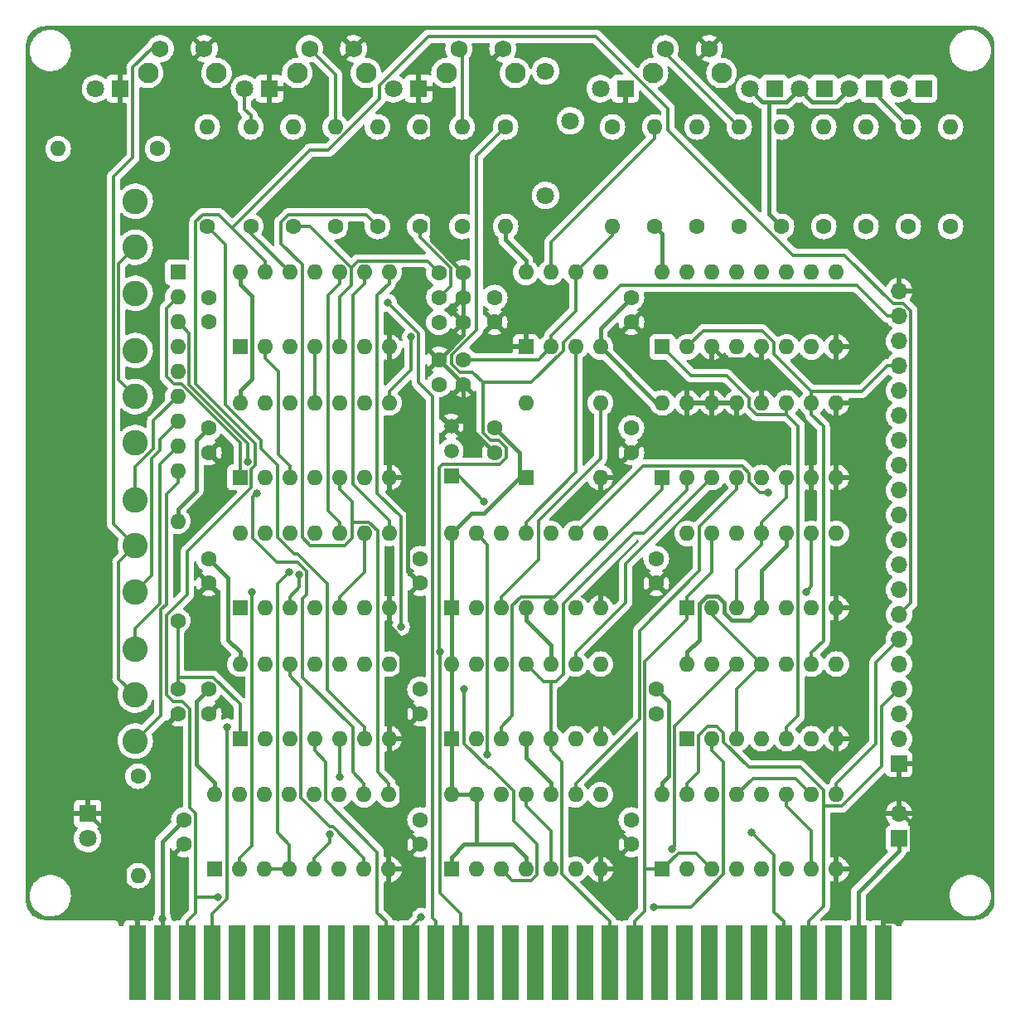
<source format=gbr>
%TF.GenerationSoftware,KiCad,Pcbnew,(6.0.7)*%
%TF.CreationDate,2022-10-23T20:31:47-04:00*%
%TF.ProjectId,Part 3 - Mapping things out,50617274-2033-4202-9d20-4d617070696e,1.1*%
%TF.SameCoordinates,Original*%
%TF.FileFunction,Copper,L2,Bot*%
%TF.FilePolarity,Positive*%
%FSLAX46Y46*%
G04 Gerber Fmt 4.6, Leading zero omitted, Abs format (unit mm)*
G04 Created by KiCad (PCBNEW (6.0.7)) date 2022-10-23 20:31:47*
%MOMM*%
%LPD*%
G01*
G04 APERTURE LIST*
%TA.AperFunction,ComponentPad*%
%ADD10C,1.600000*%
%TD*%
%TA.AperFunction,ComponentPad*%
%ADD11O,1.600000X1.600000*%
%TD*%
%TA.AperFunction,ComponentPad*%
%ADD12R,1.600000X1.600000*%
%TD*%
%TA.AperFunction,ComponentPad*%
%ADD13R,1.800000X1.800000*%
%TD*%
%TA.AperFunction,ComponentPad*%
%ADD14C,1.800000*%
%TD*%
%TA.AperFunction,ComponentPad*%
%ADD15C,2.100000*%
%TD*%
%TA.AperFunction,ComponentPad*%
%ADD16C,1.750000*%
%TD*%
%TA.AperFunction,ComponentPad*%
%ADD17C,2.600000*%
%TD*%
%TA.AperFunction,ConnectorPad*%
%ADD18R,1.780000X7.620000*%
%TD*%
%TA.AperFunction,ComponentPad*%
%ADD19R,1.700000X1.700000*%
%TD*%
%TA.AperFunction,ComponentPad*%
%ADD20O,1.700000X1.700000*%
%TD*%
%TA.AperFunction,ComponentPad*%
%ADD21R,1.500000X1.500000*%
%TD*%
%TA.AperFunction,ComponentPad*%
%ADD22C,1.500000*%
%TD*%
%TA.AperFunction,ViaPad*%
%ADD23C,0.800000*%
%TD*%
%TA.AperFunction,Conductor*%
%ADD24C,0.450000*%
%TD*%
%TA.AperFunction,Conductor*%
%ADD25C,0.333000*%
%TD*%
G04 APERTURE END LIST*
D10*
%TO.P,R18,1*%
%TO.N,Net-(R18-Pad1)*%
X184378600Y-67056000D03*
D11*
%TO.P,R18,2*%
%TO.N,Net-(D8-Pad1)*%
X184378600Y-56896000D03*
%TD*%
D12*
%TO.P,U9,1,~{R}*%
%TO.N,/~{MR}*%
X157475000Y-106035000D03*
D11*
%TO.P,U9,2,D*%
%TO.N,Net-(U3-Pad1)*%
X160015000Y-106035000D03*
%TO.P,U9,3,C*%
%TO.N,Net-(U13-Pad6)*%
X162555000Y-106035000D03*
%TO.P,U9,4,~{S}*%
%TO.N,+5V*%
X165095000Y-106035000D03*
%TO.P,U9,5,Q*%
%TO.N,Net-(U3-Pad2)*%
X167635000Y-106035000D03*
%TO.P,U9,6,~{Q}*%
%TO.N,unconnected-(U9-Pad6)*%
X170175000Y-106035000D03*
%TO.P,U9,7,GND*%
%TO.N,GND*%
X172715000Y-106035000D03*
%TO.P,U9,8,~{Q}*%
%TO.N,unconnected-(U9-Pad8)*%
X172715000Y-98415000D03*
%TO.P,U9,9,Q*%
%TO.N,Net-(U3-Pad4)*%
X170175000Y-98415000D03*
%TO.P,U9,10,~{S}*%
%TO.N,+5V*%
X167635000Y-98415000D03*
%TO.P,U9,11,C*%
%TO.N,Net-(U13-Pad6)*%
X165095000Y-98415000D03*
%TO.P,U9,12,D*%
%TO.N,Net-(U3-Pad3)*%
X162555000Y-98415000D03*
%TO.P,U9,13,~{R}*%
%TO.N,/~{MR}*%
X160015000Y-98415000D03*
%TO.P,U9,14,VCC*%
%TO.N,+5V*%
X157475000Y-98415000D03*
%TD*%
D13*
%TO.P,D2,1,K*%
%TO.N,GND*%
X96195400Y-127020000D03*
D14*
%TO.P,D2,2,A*%
%TO.N,Net-(D2-Pad2)*%
X96195400Y-129560000D03*
%TD*%
D12*
%TO.P,RN1,1,common*%
%TO.N,+5V*%
X105410000Y-71740000D03*
D11*
%TO.P,RN1,2,R1*%
%TO.N,/Clock/R13*%
X105410000Y-74280000D03*
%TO.P,RN1,3,R2*%
%TO.N,/Clock/R10*%
X105410000Y-76820000D03*
%TO.P,RN1,4,R3*%
%TO.N,/Clock/R9*%
X105410000Y-79360000D03*
%TO.P,RN1,5,R4*%
%TO.N,/Clock/R12*%
X105410000Y-81900000D03*
%TO.P,RN1,6,R5*%
%TO.N,/Clock/R20*%
X105410000Y-84440000D03*
%TO.P,RN1,7,R6*%
%TO.N,/Clock/R24*%
X105410000Y-86980000D03*
%TO.P,RN1,8,R7*%
%TO.N,/Clock/R25*%
X105410000Y-89520000D03*
%TO.P,RN1,9,R8*%
%TO.N,/Clock/R21*%
X105410000Y-92060000D03*
%TD*%
D12*
%TO.P,U12,1,A0*%
%TO.N,/Q0*%
X154930000Y-79365000D03*
D11*
%TO.P,U12,2,A1*%
%TO.N,/Q1*%
X157470000Y-79365000D03*
%TO.P,U12,3,A2*%
%TO.N,GND*%
X160010000Y-79365000D03*
%TO.P,U12,4,E1*%
%TO.N,/MODE*%
X162550000Y-79365000D03*
%TO.P,U12,5,E2*%
%TO.N,GND*%
X165090000Y-79365000D03*
%TO.P,U12,6,E3*%
%TO.N,/SPEED*%
X167630000Y-79365000D03*
%TO.P,U12,7,O7*%
%TO.N,unconnected-(U12-Pad7)*%
X170170000Y-79365000D03*
%TO.P,U12,8,GND*%
%TO.N,GND*%
X172710000Y-79365000D03*
%TO.P,U12,9,O6*%
%TO.N,unconnected-(U12-Pad9)*%
X172710000Y-71745000D03*
%TO.P,U12,10,O5*%
%TO.N,unconnected-(U12-Pad10)*%
X170170000Y-71745000D03*
%TO.P,U12,11,O4*%
%TO.N,unconnected-(U12-Pad11)*%
X167630000Y-71745000D03*
%TO.P,U12,12,O3*%
%TO.N,Net-(R18-Pad1)*%
X165090000Y-71745000D03*
%TO.P,U12,13,O2*%
%TO.N,Net-(R17-Pad1)*%
X162550000Y-71745000D03*
%TO.P,U12,14,O1*%
%TO.N,Net-(R16-Pad1)*%
X160010000Y-71745000D03*
%TO.P,U12,15,O0*%
%TO.N,Net-(R15-Pad1)*%
X157470000Y-71745000D03*
%TO.P,U12,16,VCC*%
%TO.N,+5V*%
X154930000Y-71745000D03*
%TD*%
D10*
%TO.P,C21,1*%
%TO.N,+5V*%
X154305000Y-114320000D03*
%TO.P,C21,2*%
%TO.N,GND*%
X154305000Y-116820000D03*
%TD*%
D12*
%TO.P,U1,1*%
%TO.N,Net-(C3-Pad1)*%
X111760000Y-119370000D03*
D11*
%TO.P,U1,2*%
%TO.N,Net-(U1-Pad2)*%
X114300000Y-119370000D03*
%TO.P,U1,3*%
X116840000Y-119370000D03*
%TO.P,U1,4*%
%TO.N,/~{PWR_UP}*%
X119380000Y-119370000D03*
%TO.P,U1,5*%
%TO.N,/~{RESET}*%
X121920000Y-119370000D03*
%TO.P,U1,6*%
%TO.N,Net-(R2-Pad1)*%
X124460000Y-119370000D03*
%TO.P,U1,7,GND*%
%TO.N,GND*%
X127000000Y-119370000D03*
%TO.P,U1,8*%
%TO.N,unconnected-(U1-Pad8)*%
X127000000Y-111750000D03*
%TO.P,U1,9*%
%TO.N,+5V*%
X124460000Y-111750000D03*
%TO.P,U1,10*%
%TO.N,Net-(R3-Pad1)*%
X121920000Y-111750000D03*
%TO.P,U1,11*%
%TO.N,/~{CLK_DIS}*%
X119380000Y-111750000D03*
%TO.P,U1,12*%
%TO.N,Net-(U1-Pad12)*%
X116840000Y-111750000D03*
%TO.P,U1,13*%
%TO.N,/~{CLK_DIS}*%
X114300000Y-111750000D03*
%TO.P,U1,14,VCC*%
%TO.N,+5V*%
X111760000Y-111750000D03*
%TD*%
D12*
%TO.P,U10,1,~{R}*%
%TO.N,+5V*%
X133350000Y-106035000D03*
D11*
%TO.P,U10,2,D*%
%TO.N,Net-(U10-Pad2)*%
X135890000Y-106035000D03*
%TO.P,U10,3,C*%
%TO.N,/OSC*%
X138430000Y-106035000D03*
%TO.P,U10,4,~{S}*%
%TO.N,+5V*%
X140970000Y-106035000D03*
%TO.P,U10,5,Q*%
%TO.N,/CLK1*%
X143510000Y-106035000D03*
%TO.P,U10,6,~{Q}*%
%TO.N,Net-(U10-Pad2)*%
X146050000Y-106035000D03*
%TO.P,U10,7,GND*%
%TO.N,GND*%
X148590000Y-106035000D03*
%TO.P,U10,8,~{Q}*%
%TO.N,Net-(U10-Pad12)*%
X148590000Y-98415000D03*
%TO.P,U10,9,Q*%
%TO.N,/SLOW*%
X146050000Y-98415000D03*
%TO.P,U10,10,~{S}*%
%TO.N,+5V*%
X143510000Y-98415000D03*
%TO.P,U10,11,C*%
%TO.N,Net-(U10-Pad11)*%
X140970000Y-98415000D03*
%TO.P,U10,12,D*%
%TO.N,Net-(U10-Pad12)*%
X138430000Y-98415000D03*
%TO.P,U10,13,~{R}*%
%TO.N,/~{PWR_UP}*%
X135890000Y-98415000D03*
%TO.P,U10,14,VCC*%
%TO.N,+5V*%
X133350000Y-98415000D03*
%TD*%
D10*
%TO.P,R13,1*%
%TO.N,Net-(R13-Pad1)*%
X149834600Y-56896000D03*
D11*
%TO.P,R13,2*%
%TO.N,Net-(C9-Pad1)*%
X149834600Y-67056000D03*
%TD*%
D10*
%TO.P,C16,1*%
%TO.N,+5V*%
X130175000Y-114320000D03*
%TO.P,C16,2*%
%TO.N,GND*%
X130175000Y-116820000D03*
%TD*%
%TO.P,R12,1*%
%TO.N,+5V*%
X154152600Y-67056000D03*
D11*
%TO.P,R12,2*%
%TO.N,Net-(R12-Pad2)*%
X154152600Y-56896000D03*
%TD*%
D10*
%TO.P,C3,1*%
%TO.N,Net-(C3-Pad1)*%
X105410000Y-114320000D03*
%TO.P,C3,2*%
%TO.N,GND*%
X105410000Y-116820000D03*
%TD*%
%TO.P,R5,1*%
%TO.N,Net-(C4-Pad1)*%
X130149600Y-67056000D03*
D11*
%TO.P,R5,2*%
%TO.N,Net-(R4-Pad2)*%
X130149600Y-56896000D03*
%TD*%
D10*
%TO.P,R8,1*%
%TO.N,+5V*%
X121513600Y-67056000D03*
D11*
%TO.P,R8,2*%
%TO.N,Net-(R8-Pad2)*%
X121513600Y-56896000D03*
%TD*%
D15*
%TO.P,SW3,*%
%TO.N,*%
X160985000Y-51386300D03*
X153975000Y-51386300D03*
D16*
%TO.P,SW3,1,1*%
%TO.N,Net-(R6-Pad2)*%
X155225000Y-48896300D03*
%TO.P,SW3,2,2*%
%TO.N,GND*%
X159725000Y-48896300D03*
%TD*%
D13*
%TO.P,D7,1,K*%
%TO.N,Net-(D7-Pad1)*%
X176530000Y-52990000D03*
D14*
%TO.P,D7,2,A*%
%TO.N,+5V*%
X173990000Y-52990000D03*
%TD*%
D10*
%TO.P,C4,1*%
%TO.N,Net-(C4-Pad1)*%
X132100000Y-74295000D03*
%TO.P,C4,2*%
%TO.N,GND*%
X134600000Y-74295000D03*
%TD*%
D12*
%TO.P,U5,1,~{R}*%
%TO.N,/Clock/R13*%
X111760000Y-92700000D03*
D11*
%TO.P,U5,2,D*%
%TO.N,Net-(U5-Pad2)*%
X114300000Y-92700000D03*
%TO.P,U5,3,C*%
%TO.N,Net-(U4-Pad2)*%
X116840000Y-92700000D03*
%TO.P,U5,4,~{S}*%
%TO.N,/Clock/R10*%
X119380000Y-92700000D03*
%TO.P,U5,5,Q*%
%TO.N,/MODE*%
X121920000Y-92700000D03*
%TO.P,U5,6,~{Q}*%
%TO.N,Net-(U5-Pad2)*%
X124460000Y-92700000D03*
%TO.P,U5,7,GND*%
%TO.N,GND*%
X127000000Y-92700000D03*
%TO.P,U5,8,~{Q}*%
%TO.N,Net-(R10-Pad1)*%
X127000000Y-85080000D03*
%TO.P,U5,9,Q*%
%TO.N,/SPEED*%
X124460000Y-85080000D03*
%TO.P,U5,10,~{S}*%
%TO.N,/Clock/R9*%
X121920000Y-85080000D03*
%TO.P,U5,11,C*%
%TO.N,Net-(U4-Pad4)*%
X119380000Y-85080000D03*
%TO.P,U5,12,D*%
%TO.N,Net-(R10-Pad1)*%
X116840000Y-85080000D03*
%TO.P,U5,13,~{R}*%
%TO.N,/Clock/R12*%
X114300000Y-85080000D03*
%TO.P,U5,14,VCC*%
%TO.N,+5V*%
X111760000Y-85080000D03*
%TD*%
D17*
%TO.P,SW7,1,A*%
%TO.N,/Clock/R24*%
X101068600Y-104369600D03*
%TO.P,SW7,2,B*%
%TO.N,/~{MR}*%
X101068600Y-99669600D03*
%TO.P,SW7,3,C*%
%TO.N,/Clock/R20*%
X101068600Y-94969600D03*
%TD*%
D15*
%TO.P,SW4,*%
%TO.N,*%
X117622000Y-51386300D03*
X124632000Y-51386300D03*
D16*
%TO.P,SW4,1,1*%
%TO.N,Net-(R8-Pad2)*%
X118872000Y-48896300D03*
%TO.P,SW4,2,2*%
%TO.N,GND*%
X123372000Y-48896300D03*
%TD*%
D12*
%TO.P,U3,1*%
%TO.N,Net-(U3-Pad1)*%
X111760000Y-106035000D03*
D11*
%TO.P,U3,2*%
%TO.N,Net-(U3-Pad2)*%
X114300000Y-106035000D03*
%TO.P,U3,3*%
%TO.N,Net-(U3-Pad3)*%
X116840000Y-106035000D03*
%TO.P,U3,4*%
%TO.N,Net-(U3-Pad4)*%
X119380000Y-106035000D03*
%TO.P,U3,5*%
%TO.N,/Clock/Yout*%
X121920000Y-106035000D03*
%TO.P,U3,6*%
%TO.N,/Clock/FAST*%
X124460000Y-106035000D03*
%TO.P,U3,7,GND*%
%TO.N,GND*%
X127000000Y-106035000D03*
%TO.P,U3,8*%
%TO.N,Net-(U3-Pad8)*%
X127000000Y-98415000D03*
%TO.P,U3,9*%
%TO.N,/Clock/Yout*%
X124460000Y-98415000D03*
%TO.P,U3,10*%
%TO.N,Net-(U3-Pad10)*%
X121920000Y-98415000D03*
%TO.P,U3,11*%
%TO.N,unconnected-(U3-Pad11)*%
X119380000Y-98415000D03*
%TO.P,U3,12*%
%TO.N,+5V*%
X116840000Y-98415000D03*
%TO.P,U3,13*%
X114300000Y-98415000D03*
%TO.P,U3,14,VCC*%
X111760000Y-98415000D03*
%TD*%
D10*
%TO.P,R15,1*%
%TO.N,Net-(R15-Pad1)*%
X171424600Y-67056000D03*
D11*
%TO.P,R15,2*%
%TO.N,Net-(D5-Pad1)*%
X171424600Y-56896000D03*
%TD*%
D10*
%TO.P,C8,1*%
%TO.N,+5V*%
X108585000Y-87650000D03*
%TO.P,C8,2*%
%TO.N,GND*%
X108585000Y-90150000D03*
%TD*%
D18*
%TO.P,J1,32,B1*%
%TO.N,GND*%
X177490000Y-142200000D03*
%TO.P,J1,33,B2*%
%TO.N,+5V*%
X174950000Y-142200000D03*
%TO.P,J1,34,B3*%
%TO.N,/~{M1}*%
X172410000Y-142200000D03*
%TO.P,J1,35,B4*%
%TO.N,/~{RESET}*%
X169870000Y-142200000D03*
%TO.P,J1,36,B5*%
%TO.N,/CLK*%
X167330000Y-142200000D03*
%TO.P,J1,37,B6*%
%TO.N,/~{INT}*%
X164790000Y-142200000D03*
%TO.P,J1,38,B7*%
%TO.N,/~{MREQ}*%
X162250000Y-142200000D03*
%TO.P,J1,39,B8*%
%TO.N,/~{WR}*%
X159710000Y-142200000D03*
%TO.P,J1,40,B9*%
%TO.N,/~{RD}*%
X157170000Y-142200000D03*
%TO.P,J1,41,B10*%
%TO.N,/~{IORQ}*%
X154630000Y-142200000D03*
%TO.P,J1,42,B11*%
%TO.N,/~{MR}*%
X152090000Y-142200000D03*
%TO.P,J1,43,B12*%
%TO.N,/CLK2*%
X149550000Y-142200000D03*
%TO.P,J1,44,B13*%
%TO.N,/~{BUSAK}*%
X147010000Y-142200000D03*
%TO.P,J1,45,B14*%
%TO.N,/~{HALT}*%
X144470000Y-142200000D03*
%TO.P,J1,46,B15*%
%TO.N,/~{BUSRQ}*%
X141930000Y-142200000D03*
%TO.P,J1,47,B16*%
%TO.N,/~{WAIT}*%
X139390000Y-142200000D03*
%TO.P,J1,48,B17*%
%TO.N,/~{NMI}*%
X136850000Y-142200000D03*
%TO.P,J1,49,B18*%
%TO.N,/~{CLK_DIS}*%
X134310000Y-142200000D03*
%TO.P,J1,50,B19*%
%TO.N,/~{CLK_SEL}*%
X131770000Y-142200000D03*
%TO.P,J1,51,B20*%
%TO.N,/CLK4*%
X129230000Y-142200000D03*
%TO.P,J1,52,B21*%
%TO.N,/~{PWR_UP}*%
X126690000Y-142200000D03*
%TO.P,J1,53,B22*%
%TO.N,/USER1*%
X124150000Y-142200000D03*
%TO.P,J1,54,B23*%
%TO.N,/USER2*%
X121610000Y-142200000D03*
%TO.P,J1,55,B24*%
%TO.N,/USER3*%
X119070000Y-142200000D03*
%TO.P,J1,56,B25*%
%TO.N,/USER4*%
X116530000Y-142200000D03*
%TO.P,J1,57,B26*%
%TO.N,/USER5*%
X113990000Y-142200000D03*
%TO.P,J1,58,B27*%
%TO.N,/USER6*%
X111450000Y-142200000D03*
%TO.P,J1,59,B28*%
%TO.N,/CLK1*%
X108910000Y-142200000D03*
%TO.P,J1,60,B29*%
%TO.N,/~{CLK}*%
X106370000Y-142200000D03*
%TO.P,J1,61,B30*%
%TO.N,+5V*%
X103830000Y-142200000D03*
%TO.P,J1,62,B31*%
%TO.N,GND*%
X101290000Y-142200000D03*
%TD*%
D10*
%TO.P,R4,1*%
%TO.N,+5V*%
X134467600Y-67056000D03*
D11*
%TO.P,R4,2*%
%TO.N,Net-(R4-Pad2)*%
X134467600Y-56896000D03*
%TD*%
D10*
%TO.P,C6,1*%
%TO.N,Net-(C6-Pad1)*%
X132100000Y-71755000D03*
%TO.P,C6,2*%
%TO.N,GND*%
X134600000Y-71755000D03*
%TD*%
D19*
%TO.P,J2,1,Pin_1*%
%TO.N,GND*%
X179120800Y-121920000D03*
D20*
%TO.P,J2,2,Pin_2*%
%TO.N,/~{PWR_UP}*%
X179120800Y-119380000D03*
%TO.P,J2,3,Pin_3*%
%TO.N,/~{MR}*%
X179120800Y-116840000D03*
%TO.P,J2,4,Pin_4*%
%TO.N,/~{RESET}*%
X179120800Y-114300000D03*
%TO.P,J2,5,Pin_5*%
%TO.N,/OSC*%
X179120800Y-111760000D03*
%TO.P,J2,6,Pin_6*%
%TO.N,/CLK*%
X179120800Y-109220000D03*
%TO.P,J2,7,Pin_7*%
%TO.N,/~{CLK}*%
X179120800Y-106680000D03*
%TO.P,J2,8,Pin_8*%
%TO.N,/CLK1*%
X179120800Y-104140000D03*
%TO.P,J2,9,Pin_9*%
%TO.N,/CLK2*%
X179120800Y-101600000D03*
%TO.P,J2,10,Pin_10*%
%TO.N,/CLK4*%
X179120800Y-99060000D03*
%TO.P,J2,11,Pin_11*%
%TO.N,/CLK16*%
X179120800Y-96520000D03*
%TO.P,J2,12,Pin_12*%
%TO.N,/SLOW*%
X179120800Y-93980000D03*
%TO.P,J2,13,Pin_13*%
%TO.N,/STEP*%
X179120800Y-91440000D03*
%TO.P,J2,14,Pin_14*%
%TO.N,/MODE*%
X179120800Y-88900000D03*
%TO.P,J2,15,Pin_15*%
%TO.N,/SPEED*%
X179120800Y-86360000D03*
%TO.P,J2,16,Pin_16*%
%TO.N,/Q0*%
X179120800Y-83820000D03*
%TO.P,J2,17,Pin_17*%
%TO.N,/Q1*%
X179120800Y-81280000D03*
%TO.P,J2,18,Pin_18*%
%TO.N,/~{CLK_SEL}*%
X179120800Y-78740000D03*
%TO.P,J2,19,Pin_19*%
%TO.N,/~{CLK_DIS}*%
X179120800Y-76200000D03*
%TO.P,J2,20,Pin_20*%
%TO.N,GND*%
X179120800Y-73660000D03*
%TD*%
D10*
%TO.P,C19,1*%
%TO.N,+5V*%
X151765000Y-87630000D03*
%TO.P,C19,2*%
%TO.N,GND*%
X151765000Y-90130000D03*
%TD*%
D17*
%TO.P,SW6,1,A*%
%TO.N,/Clock/R10*%
X101068600Y-73889600D03*
%TO.P,SW6,2,B*%
%TO.N,/~{PWR_UP}*%
X101068600Y-69189600D03*
%TO.P,SW6,3,C*%
%TO.N,/Clock/R13*%
X101068600Y-64489600D03*
%TD*%
D12*
%TO.P,U2,1,~{Mr}*%
%TO.N,/~{MR}*%
X154930000Y-132705000D03*
D11*
%TO.P,U2,2,Q0*%
%TO.N,Net-(U2-Pad2)*%
X157470000Y-132705000D03*
%TO.P,U2,3,D0*%
%TO.N,/~{MR}*%
X160010000Y-132705000D03*
%TO.P,U2,4,D1*%
%TO.N,Net-(U2-Pad2)*%
X162550000Y-132705000D03*
%TO.P,U2,5,Q1*%
%TO.N,Net-(U2-Pad5)*%
X165090000Y-132705000D03*
%TO.P,U2,6,D2*%
X167630000Y-132705000D03*
%TO.P,U2,7,Q2*%
%TO.N,Net-(U2-Pad11)*%
X170170000Y-132705000D03*
%TO.P,U2,8,GND*%
%TO.N,GND*%
X172710000Y-132705000D03*
%TO.P,U2,9,Cp*%
%TO.N,/CLK*%
X172710000Y-125085000D03*
%TO.P,U2,10,Q3*%
%TO.N,Net-(U2-Pad10)*%
X170170000Y-125085000D03*
%TO.P,U2,11,D3*%
%TO.N,Net-(U2-Pad11)*%
X167630000Y-125085000D03*
%TO.P,U2,12,Q4*%
%TO.N,Net-(U2-Pad12)*%
X165090000Y-125085000D03*
%TO.P,U2,13,D4*%
%TO.N,Net-(U2-Pad10)*%
X162550000Y-125085000D03*
%TO.P,U2,14,D5*%
%TO.N,Net-(U2-Pad12)*%
X160010000Y-125085000D03*
%TO.P,U2,15,Q5*%
%TO.N,/~{RESET}*%
X157470000Y-125085000D03*
%TO.P,U2,16,VCC*%
%TO.N,+5V*%
X154930000Y-125085000D03*
%TD*%
D13*
%TO.P,D4,1,K*%
%TO.N,GND*%
X130028000Y-52991300D03*
D14*
%TO.P,D4,2,A*%
%TO.N,Net-(D4-Pad2)*%
X127488000Y-52991300D03*
%TD*%
D12*
%TO.P,U6,1,~{R}*%
%TO.N,+5V*%
X133350000Y-119370000D03*
D11*
%TO.P,U6,2,D*%
%TO.N,Net-(U6-Pad2)*%
X135890000Y-119370000D03*
%TO.P,U6,3,C*%
%TO.N,/CLK1*%
X138430000Y-119370000D03*
%TO.P,U6,4,~{S}*%
%TO.N,+5V*%
X140970000Y-119370000D03*
%TO.P,U6,5,Q*%
%TO.N,/CLK2*%
X143510000Y-119370000D03*
%TO.P,U6,6,~{Q}*%
%TO.N,Net-(U6-Pad2)*%
X146050000Y-119370000D03*
%TO.P,U6,7,GND*%
%TO.N,GND*%
X148590000Y-119370000D03*
%TO.P,U6,8,~{Q}*%
%TO.N,Net-(U6-Pad12)*%
X148590000Y-111750000D03*
%TO.P,U6,9,Q*%
%TO.N,/CLK4*%
X146050000Y-111750000D03*
%TO.P,U6,10,~{S}*%
%TO.N,+5V*%
X143510000Y-111750000D03*
%TO.P,U6,11,C*%
%TO.N,/CLK2*%
X140970000Y-111750000D03*
%TO.P,U6,12,D*%
%TO.N,Net-(U6-Pad12)*%
X138430000Y-111750000D03*
%TO.P,U6,13,~{R}*%
%TO.N,+5V*%
X135890000Y-111750000D03*
%TO.P,U6,14,VCC*%
X133350000Y-111750000D03*
%TD*%
D10*
%TO.P,R10,1*%
%TO.N,Net-(R10-Pad1)*%
X158470600Y-67056000D03*
D11*
%TO.P,R10,2*%
%TO.N,Net-(D3-Pad2)*%
X158470600Y-56896000D03*
%TD*%
D14*
%TO.P,RV1,1,1*%
%TO.N,unconnected-(RV1-Pad1)*%
X142997000Y-63892400D03*
%TO.P,RV1,2,2*%
%TO.N,Net-(R13-Pad1)*%
X145537000Y-56272400D03*
%TO.P,RV1,3,3*%
%TO.N,Net-(R12-Pad2)*%
X142997000Y-51192400D03*
%TD*%
D10*
%TO.P,C14,1*%
%TO.N,+5V*%
X137795000Y-87650000D03*
%TO.P,C14,2*%
%TO.N,GND*%
X137795000Y-90150000D03*
%TD*%
%TO.P,C7,1*%
%TO.N,+5V*%
X108585000Y-74315000D03*
%TO.P,C7,2*%
%TO.N,GND*%
X108585000Y-76815000D03*
%TD*%
%TO.P,R7,1*%
%TO.N,Net-(C5-Pad1)*%
X162788600Y-67056000D03*
D11*
%TO.P,R7,2*%
%TO.N,Net-(R6-Pad2)*%
X162788600Y-56896000D03*
%TD*%
D10*
%TO.P,R6,1*%
%TO.N,+5V*%
X167106600Y-67056000D03*
D11*
%TO.P,R6,2*%
%TO.N,Net-(R6-Pad2)*%
X167106600Y-56896000D03*
%TD*%
D13*
%TO.P,D9,1,K*%
%TO.N,GND*%
X114777000Y-52991300D03*
D14*
%TO.P,D9,2,A*%
%TO.N,Net-(D9-Pad2)*%
X112237000Y-52991300D03*
%TD*%
D10*
%TO.P,C12,1*%
%TO.N,Net-(C12-Pad1)*%
X132100000Y-83185000D03*
%TO.P,C12,2*%
%TO.N,GND*%
X134600000Y-83185000D03*
%TD*%
D12*
%TO.P,U7,1,~{R}*%
%TO.N,+5V*%
X133350000Y-132705000D03*
D11*
%TO.P,U7,2,D*%
%TO.N,Net-(U7-Pad2)*%
X135890000Y-132705000D03*
%TO.P,U7,3,C*%
%TO.N,/CLK4*%
X138430000Y-132705000D03*
%TO.P,U7,4,~{S}*%
%TO.N,+5V*%
X140970000Y-132705000D03*
%TO.P,U7,5,Q*%
%TO.N,Net-(U7-Pad11)*%
X143510000Y-132705000D03*
%TO.P,U7,6,~{Q}*%
%TO.N,Net-(U7-Pad2)*%
X146050000Y-132705000D03*
%TO.P,U7,7,GND*%
%TO.N,GND*%
X148590000Y-132705000D03*
%TO.P,U7,8,~{Q}*%
%TO.N,Net-(U7-Pad12)*%
X148590000Y-125085000D03*
%TO.P,U7,9,Q*%
%TO.N,/CLK16*%
X146050000Y-125085000D03*
%TO.P,U7,10,~{S}*%
%TO.N,+5V*%
X143510000Y-125085000D03*
%TO.P,U7,11,C*%
%TO.N,Net-(U7-Pad11)*%
X140970000Y-125085000D03*
%TO.P,U7,12,D*%
%TO.N,Net-(U7-Pad12)*%
X138430000Y-125085000D03*
%TO.P,U7,13,~{R}*%
%TO.N,+5V*%
X135890000Y-125085000D03*
%TO.P,U7,14,VCC*%
X133350000Y-125085000D03*
%TD*%
D15*
%TO.P,SW2,*%
%TO.N,*%
X139883000Y-51386300D03*
X132873000Y-51386300D03*
D16*
%TO.P,SW2,1,1*%
%TO.N,Net-(R4-Pad2)*%
X134123000Y-48896300D03*
%TO.P,SW2,2,2*%
%TO.N,GND*%
X138623000Y-48896300D03*
%TD*%
D10*
%TO.P,R1,1*%
%TO.N,Net-(C3-Pad1)*%
X105410000Y-107315000D03*
D11*
%TO.P,R1,2*%
%TO.N,+5V*%
X105410000Y-97155000D03*
%TD*%
D10*
%TO.P,C11,1*%
%TO.N,+5V*%
X106045000Y-127655000D03*
%TO.P,C11,2*%
%TO.N,GND*%
X106045000Y-130155000D03*
%TD*%
%TO.P,C9,1*%
%TO.N,Net-(C9-Pad1)*%
X134600000Y-80645000D03*
%TO.P,C9,2*%
%TO.N,GND*%
X132100000Y-80645000D03*
%TD*%
%TO.P,C5,1*%
%TO.N,Net-(C5-Pad1)*%
X132100000Y-76835000D03*
%TO.P,C5,2*%
%TO.N,GND*%
X134600000Y-76835000D03*
%TD*%
D12*
%TO.P,U8,1,~{R}*%
%TO.N,/Clock/R24*%
X157475000Y-119370000D03*
D11*
%TO.P,U8,2,D*%
%TO.N,/D0*%
X160015000Y-119370000D03*
%TO.P,U8,3,C*%
%TO.N,Net-(U3-Pad1)*%
X162555000Y-119370000D03*
%TO.P,U8,4,~{S}*%
%TO.N,/Clock/R20*%
X165095000Y-119370000D03*
%TO.P,U8,5,Q*%
%TO.N,/Q0*%
X167635000Y-119370000D03*
%TO.P,U8,6,~{Q}*%
%TO.N,unconnected-(U8-Pad6)*%
X170175000Y-119370000D03*
%TO.P,U8,7,GND*%
%TO.N,GND*%
X172715000Y-119370000D03*
%TO.P,U8,8,~{Q}*%
%TO.N,unconnected-(U8-Pad8)*%
X172715000Y-111750000D03*
%TO.P,U8,9,Q*%
%TO.N,/Q1*%
X170175000Y-111750000D03*
%TO.P,U8,10,~{S}*%
%TO.N,/Clock/R25*%
X167635000Y-111750000D03*
%TO.P,U8,11,C*%
%TO.N,Net-(U3-Pad1)*%
X165095000Y-111750000D03*
%TO.P,U8,12,D*%
%TO.N,/D1*%
X162555000Y-111750000D03*
%TO.P,U8,13,~{R}*%
%TO.N,/Clock/R21*%
X160015000Y-111750000D03*
%TO.P,U8,14,VCC*%
%TO.N,+5V*%
X157475000Y-111750000D03*
%TD*%
D17*
%TO.P,SW5,1,A*%
%TO.N,/Clock/R12*%
X101068600Y-89129600D03*
%TO.P,SW5,2,B*%
%TO.N,/~{PWR_UP}*%
X101068600Y-84429600D03*
%TO.P,SW5,3,C*%
%TO.N,/Clock/R9*%
X101068600Y-79729600D03*
%TD*%
D10*
%TO.P,C13,1*%
%TO.N,+5V*%
X137795000Y-74315000D03*
%TO.P,C13,2*%
%TO.N,GND*%
X137795000Y-76815000D03*
%TD*%
%TO.P,C15,1*%
%TO.N,+5V*%
X130175000Y-100985000D03*
%TO.P,C15,2*%
%TO.N,GND*%
X130175000Y-103485000D03*
%TD*%
%TO.P,R19,1*%
%TO.N,/~{CLK_DIS}*%
X138912600Y-56896000D03*
D11*
%TO.P,R19,2*%
%TO.N,+5V*%
X138912600Y-67056000D03*
%TD*%
D17*
%TO.P,SW8,1,A*%
%TO.N,/Clock/R21*%
X101068600Y-119609600D03*
%TO.P,SW8,2,B*%
%TO.N,/~{MR}*%
X101068600Y-114909600D03*
%TO.P,SW8,3,C*%
%TO.N,/Clock/R25*%
X101068600Y-110209600D03*
%TD*%
D10*
%TO.P,C2,1*%
%TO.N,+5V*%
X108585000Y-114320000D03*
%TO.P,C2,2*%
%TO.N,GND*%
X108585000Y-116820000D03*
%TD*%
D12*
%TO.P,U13,1,I3*%
%TO.N,/CLK1*%
X154930000Y-92700000D03*
D11*
%TO.P,U13,2,I2*%
%TO.N,/CLK2*%
X157470000Y-92700000D03*
%TO.P,U13,3,I1*%
%TO.N,/CLK4*%
X160010000Y-92700000D03*
%TO.P,U13,4,I0*%
%TO.N,/CLK16*%
X162550000Y-92700000D03*
%TO.P,U13,5,Y*%
%TO.N,/Clock/Yout*%
X165090000Y-92700000D03*
%TO.P,U13,6,~{Y}*%
%TO.N,Net-(U13-Pad6)*%
X167630000Y-92700000D03*
%TO.P,U13,7,~{OE}*%
%TO.N,GND*%
X170170000Y-92700000D03*
%TO.P,U13,8,GND*%
X172710000Y-92700000D03*
%TO.P,U13,9,S2*%
X172710000Y-85080000D03*
%TO.P,U13,10,S1*%
%TO.N,/Q1*%
X170170000Y-85080000D03*
%TO.P,U13,11,S0*%
%TO.N,/Q0*%
X167630000Y-85080000D03*
%TO.P,U13,12,I7*%
%TO.N,GND*%
X165090000Y-85080000D03*
%TO.P,U13,13,I6*%
X162550000Y-85080000D03*
%TO.P,U13,14,I5*%
X160010000Y-85080000D03*
%TO.P,U13,15,I4*%
X157470000Y-85080000D03*
%TO.P,U13,16,VCC*%
%TO.N,+5V*%
X154930000Y-85080000D03*
%TD*%
D15*
%TO.P,SW1,*%
%TO.N,*%
X109377600Y-51386300D03*
X102367600Y-51386300D03*
D16*
%TO.P,SW1,1,1*%
%TO.N,/~{MR}*%
X103617600Y-48896300D03*
%TO.P,SW1,2,2*%
%TO.N,GND*%
X108117600Y-48896300D03*
%TD*%
D10*
%TO.P,R14,1*%
%TO.N,/~{CLK_SEL}*%
X103352600Y-59131200D03*
D11*
%TO.P,R14,2*%
%TO.N,+5V*%
X93192600Y-59131200D03*
%TD*%
D10*
%TO.P,C17,1*%
%TO.N,+5V*%
X130175000Y-127655000D03*
%TO.P,C17,2*%
%TO.N,GND*%
X130175000Y-130155000D03*
%TD*%
D21*
%TO.P,RS1,1,~{RESET}*%
%TO.N,/~{MR}*%
X133350000Y-92525000D03*
D22*
%TO.P,RS1,2,VCC*%
%TO.N,Net-(C3-Pad1)*%
X133350000Y-89985000D03*
%TO.P,RS1,3,GND*%
%TO.N,GND*%
X133350000Y-87445000D03*
%TD*%
D12*
%TO.P,X1,1,EN*%
%TO.N,+5V*%
X140980000Y-92700000D03*
D11*
%TO.P,X1,4,GND*%
%TO.N,GND*%
X148600000Y-92700000D03*
%TO.P,X1,5,OUT*%
%TO.N,/OSC*%
X148600000Y-85080000D03*
%TO.P,X1,8,Vcc*%
%TO.N,+5V*%
X140980000Y-85080000D03*
%TD*%
D10*
%TO.P,R9,1*%
%TO.N,Net-(C6-Pad1)*%
X117195600Y-67056000D03*
D11*
%TO.P,R9,2*%
%TO.N,Net-(R8-Pad2)*%
X117195600Y-56896000D03*
%TD*%
D12*
%TO.P,U14,1,I3*%
%TO.N,/Clock/FAST*%
X109215000Y-132705000D03*
D11*
%TO.P,U14,2,I2*%
X111755000Y-132705000D03*
%TO.P,U14,3,I1*%
%TO.N,/SLOW*%
X114295000Y-132705000D03*
%TO.P,U14,4,I0*%
X116835000Y-132705000D03*
%TO.P,U14,5,Y*%
%TO.N,/CLK*%
X119375000Y-132705000D03*
%TO.P,U14,6,~{Y}*%
%TO.N,/~{CLK}*%
X121915000Y-132705000D03*
%TO.P,U14,7,~{OE}*%
%TO.N,Net-(U1-Pad12)*%
X124455000Y-132705000D03*
%TO.P,U14,8,GND*%
%TO.N,GND*%
X126995000Y-132705000D03*
%TO.P,U14,9,S2*%
%TO.N,/MODE*%
X126995000Y-125085000D03*
%TO.P,U14,10,S1*%
%TO.N,/SPEED*%
X124455000Y-125085000D03*
%TO.P,U14,11,S0*%
%TO.N,+5V*%
X121915000Y-125085000D03*
%TO.P,U14,12,I7*%
%TO.N,/STEP*%
X119375000Y-125085000D03*
%TO.P,U14,13,I6*%
X116835000Y-125085000D03*
%TO.P,U14,14,I5*%
X114295000Y-125085000D03*
%TO.P,U14,15,I4*%
X111755000Y-125085000D03*
%TO.P,U14,16,VCC*%
%TO.N,+5V*%
X109215000Y-125085000D03*
%TD*%
D10*
%TO.P,R3,1*%
%TO.N,Net-(R3-Pad1)*%
X101346000Y-123190000D03*
D11*
%TO.P,R3,2*%
%TO.N,Net-(D2-Pad2)*%
X101346000Y-133350000D03*
%TD*%
D13*
%TO.P,D5,1,K*%
%TO.N,Net-(D5-Pad1)*%
X166370000Y-52990000D03*
D14*
%TO.P,D5,2,A*%
%TO.N,+5V*%
X163830000Y-52990000D03*
%TD*%
D13*
%TO.P,D6,1,K*%
%TO.N,Net-(D6-Pad1)*%
X171450000Y-52990000D03*
D14*
%TO.P,D6,2,A*%
%TO.N,+5V*%
X168910000Y-52990000D03*
%TD*%
D19*
%TO.P,J3,1,Pin_1*%
%TO.N,+5V*%
X179115000Y-129570000D03*
D20*
%TO.P,J3,2,Pin_2*%
%TO.N,GND*%
X179115000Y-127030000D03*
%TD*%
D10*
%TO.P,R20,1*%
%TO.N,Net-(R20-Pad1)*%
X112877600Y-67056000D03*
D11*
%TO.P,R20,2*%
%TO.N,Net-(D9-Pad2)*%
X112877600Y-56896000D03*
%TD*%
D13*
%TO.P,D8,1,K*%
%TO.N,Net-(D8-Pad1)*%
X181610000Y-52990000D03*
D14*
%TO.P,D8,2,A*%
%TO.N,+5V*%
X179070000Y-52990000D03*
%TD*%
D12*
%TO.P,U4,1*%
%TO.N,Net-(C4-Pad1)*%
X111760000Y-79365000D03*
D11*
%TO.P,U4,2*%
%TO.N,Net-(U4-Pad2)*%
X114300000Y-79365000D03*
%TO.P,U4,3*%
%TO.N,Net-(C5-Pad1)*%
X116840000Y-79365000D03*
%TO.P,U4,4*%
%TO.N,Net-(U4-Pad4)*%
X119380000Y-79365000D03*
%TO.P,U4,5*%
%TO.N,Net-(C6-Pad1)*%
X121920000Y-79365000D03*
%TO.P,U4,6*%
%TO.N,/STEP*%
X124460000Y-79365000D03*
%TO.P,U4,7,GND*%
%TO.N,GND*%
X127000000Y-79365000D03*
%TO.P,U4,8*%
%TO.N,Net-(U3-Pad1)*%
X127000000Y-71745000D03*
%TO.P,U4,9*%
%TO.N,Net-(U3-Pad8)*%
X124460000Y-71745000D03*
%TO.P,U4,10*%
%TO.N,Net-(U3-Pad10)*%
X121920000Y-71745000D03*
%TO.P,U4,11*%
%TO.N,/~{CLK_SEL}*%
X119380000Y-71745000D03*
%TO.P,U4,12*%
%TO.N,Net-(R20-Pad1)*%
X116840000Y-71745000D03*
%TO.P,U4,13*%
%TO.N,/~{CLK}*%
X114300000Y-71745000D03*
%TO.P,U4,14,VCC*%
%TO.N,+5V*%
X111760000Y-71745000D03*
%TD*%
D12*
%TO.P,U11,1,GND*%
%TO.N,GND*%
X140985000Y-79365000D03*
D11*
%TO.P,U11,2,TR*%
%TO.N,Net-(C9-Pad1)*%
X143525000Y-79365000D03*
%TO.P,U11,3,Q*%
%TO.N,Net-(U10-Pad11)*%
X146065000Y-79365000D03*
%TO.P,U11,4,R*%
%TO.N,+5V*%
X148605000Y-79365000D03*
%TO.P,U11,5,CV*%
%TO.N,Net-(C12-Pad1)*%
X148605000Y-71745000D03*
%TO.P,U11,6,THR*%
%TO.N,Net-(C9-Pad1)*%
X146065000Y-71745000D03*
%TO.P,U11,7,DIS*%
%TO.N,Net-(R12-Pad2)*%
X143525000Y-71745000D03*
%TO.P,U11,8,VCC*%
%TO.N,+5V*%
X140985000Y-71745000D03*
%TD*%
D10*
%TO.P,C1,1*%
%TO.N,+5V*%
X151765000Y-127655000D03*
%TO.P,C1,2*%
%TO.N,GND*%
X151765000Y-130155000D03*
%TD*%
%TO.P,R11,1*%
%TO.N,/MODE*%
X125831600Y-67056000D03*
D11*
%TO.P,R11,2*%
%TO.N,Net-(D4-Pad2)*%
X125831600Y-56896000D03*
%TD*%
D10*
%TO.P,C20,1*%
%TO.N,+5V*%
X154305000Y-100985000D03*
%TO.P,C20,2*%
%TO.N,GND*%
X154305000Y-103485000D03*
%TD*%
%TO.P,R16,1*%
%TO.N,Net-(R16-Pad1)*%
X175742600Y-67056000D03*
D11*
%TO.P,R16,2*%
%TO.N,Net-(D6-Pad1)*%
X175742600Y-56896000D03*
%TD*%
D10*
%TO.P,C18,1*%
%TO.N,+5V*%
X151765000Y-74315000D03*
%TO.P,C18,2*%
%TO.N,GND*%
X151765000Y-76815000D03*
%TD*%
%TO.P,C10,1*%
%TO.N,+5V*%
X108585000Y-100985000D03*
%TO.P,C10,2*%
%TO.N,GND*%
X108585000Y-103485000D03*
%TD*%
D13*
%TO.P,D1,1,K*%
%TO.N,GND*%
X99548000Y-52990000D03*
D14*
%TO.P,D1,2,A*%
%TO.N,Net-(D1-Pad2)*%
X97008000Y-52990000D03*
%TD*%
D10*
%TO.P,R2,1*%
%TO.N,Net-(R2-Pad1)*%
X108432600Y-67056000D03*
D11*
%TO.P,R2,2*%
%TO.N,Net-(D1-Pad2)*%
X108432600Y-56896000D03*
%TD*%
D13*
%TO.P,D3,1,K*%
%TO.N,GND*%
X151130000Y-52990000D03*
D14*
%TO.P,D3,2,A*%
%TO.N,Net-(D3-Pad2)*%
X148590000Y-52990000D03*
%TD*%
D10*
%TO.P,R17,1*%
%TO.N,Net-(R17-Pad1)*%
X180060600Y-67056000D03*
D11*
%TO.P,R17,2*%
%TO.N,Net-(D7-Pad1)*%
X180060600Y-56896000D03*
%TD*%
D23*
%TO.N,+5V*%
X103830000Y-137779100D03*
%TO.N,GND*%
X178826600Y-137964700D03*
%TO.N,/D0*%
X154055500Y-136549600D03*
%TO.N,/D1*%
X155916682Y-130635030D03*
%TO.N,/~{RESET}*%
X121966600Y-123240700D03*
%TO.N,/CLK*%
X120945600Y-129105600D03*
X164037600Y-128905000D03*
%TO.N,/~{MR}*%
X136709900Y-95119400D03*
%TO.N,/~{CLK_DIS}*%
X132244000Y-110526800D03*
%TO.N,/~{CLK_SEL}*%
X126897000Y-74865600D03*
%TO.N,/CLK4*%
X130273500Y-137549900D03*
X134700400Y-114288300D03*
%TO.N,/~{PWR_UP}*%
X137074468Y-120972700D03*
%TO.N,Net-(R10-Pad1)*%
X129224200Y-78325400D03*
%TO.N,Net-(U3-Pad1)*%
X128217300Y-107944000D03*
%TO.N,Net-(U3-Pad3)*%
X117794100Y-102622900D03*
%TO.N,Net-(U3-Pad4)*%
X169604700Y-104357700D03*
%TO.N,/Clock/FAST*%
X112994900Y-104386500D03*
%TO.N,/CLK1*%
X110474500Y-118195300D03*
%TO.N,/~{CLK}*%
X109538300Y-135553000D03*
%TO.N,/SLOW*%
X116793700Y-102394100D03*
X165764500Y-94252500D03*
%TO.N,/SPEED*%
X113474800Y-94274900D03*
%TO.N,/Clock/R10*%
X112586900Y-91137500D03*
%TD*%
D24*
%TO.N,+5V*%
X133350000Y-106035000D02*
X133350000Y-98415000D01*
X140970000Y-131479700D02*
X139655300Y-130165000D01*
X160568900Y-104788700D02*
X161285000Y-105504800D01*
X109215000Y-123859700D02*
X107351500Y-121996200D01*
X107311300Y-94028400D02*
X105410000Y-95929700D01*
X112985400Y-82629300D02*
X112985400Y-74195700D01*
X159511200Y-104788700D02*
X160568900Y-104788700D01*
X165095000Y-102180300D02*
X165095000Y-106035000D01*
X133350000Y-119370000D02*
X133350000Y-111750000D01*
X155579600Y-123210100D02*
X155579600Y-115594600D01*
X167635000Y-98415000D02*
X167635000Y-99640300D01*
X139655300Y-130165000D02*
X135890000Y-130165000D01*
X143510000Y-123859700D02*
X140970000Y-121319700D01*
X107311300Y-88923700D02*
X107311300Y-94028400D01*
X165819000Y-65768400D02*
X165819000Y-54315400D01*
X138912600Y-68447300D02*
X138912600Y-67056000D01*
X167106600Y-67056000D02*
X165819000Y-65768400D01*
X103830000Y-137779100D02*
X103830000Y-142200000D01*
X133350000Y-125085000D02*
X134664700Y-125085000D01*
X140980000Y-92700000D02*
X140332000Y-92700000D01*
X136709000Y-96323000D02*
X140332000Y-92700000D01*
X154930000Y-125085000D02*
X154930000Y-123859700D01*
X148605000Y-79365000D02*
X148605000Y-77475000D01*
X168910000Y-52990000D02*
X167584600Y-54315400D01*
X161285000Y-105504800D02*
X161285000Y-106539700D01*
X109215000Y-125085000D02*
X109215000Y-123859700D01*
X135890000Y-130165000D02*
X134664700Y-130165000D01*
X140332000Y-90187000D02*
X140332000Y-92700000D01*
X155579600Y-115594600D02*
X154305000Y-114320000D01*
X140985000Y-70519700D02*
X138912600Y-68447300D01*
X107351500Y-115553500D02*
X108585000Y-114320000D01*
X172664600Y-54315400D02*
X170235400Y-54315400D01*
X133350000Y-111750000D02*
X133350000Y-106035000D01*
X170235400Y-54315400D02*
X168910000Y-52990000D01*
X148605000Y-77475000D02*
X151765000Y-74315000D01*
X154320000Y-85080000D02*
X154930000Y-85080000D01*
X158700300Y-109299400D02*
X158700300Y-105599600D01*
X135890000Y-125085000D02*
X134664700Y-125085000D01*
X167584600Y-54315400D02*
X165819000Y-54315400D01*
X111760000Y-110524700D02*
X110534700Y-109299400D01*
X137795000Y-87650000D02*
X140332000Y-90187000D01*
X135442000Y-96323000D02*
X136709000Y-96323000D01*
X143510000Y-109800300D02*
X140970000Y-107260300D01*
X179115000Y-129570000D02*
X179115000Y-130845300D01*
X154930000Y-123859700D02*
X155579600Y-123210100D01*
X179115000Y-130845300D02*
X174950000Y-135010300D01*
X165155400Y-54315400D02*
X163830000Y-52990000D01*
X108585000Y-87650000D02*
X107311300Y-88923700D01*
X161285000Y-106539700D02*
X162011300Y-107266000D01*
X111760000Y-71745000D02*
X111760000Y-72970300D01*
X148605000Y-79365000D02*
X154320000Y-85080000D01*
X154930000Y-71745000D02*
X154930000Y-67833400D01*
X111760000Y-83854700D02*
X112985400Y-82629300D01*
X133350000Y-132705000D02*
X133350000Y-131479700D01*
X173990000Y-52990000D02*
X172664600Y-54315400D01*
X143510000Y-125085000D02*
X143510000Y-123859700D01*
X143510000Y-111750000D02*
X143510000Y-109800300D01*
X134664700Y-130165000D02*
X133350000Y-131479700D01*
X140985000Y-71745000D02*
X140985000Y-70519700D01*
X110534700Y-102934700D02*
X108585000Y-100985000D01*
X103830000Y-129870000D02*
X103830000Y-137779100D01*
X106045000Y-127655000D02*
X103830000Y-129870000D01*
X163864000Y-107266000D02*
X162011300Y-107266000D01*
X154930000Y-67833400D02*
X154152600Y-67056000D01*
X133350000Y-98415000D02*
X135442000Y-96323000D01*
X111760000Y-85080000D02*
X111760000Y-83854700D01*
X110534700Y-109299400D02*
X110534700Y-102934700D01*
X157475000Y-111750000D02*
X157475000Y-110524700D01*
X165819000Y-54315400D02*
X165155400Y-54315400D01*
X135890000Y-130165000D02*
X135890000Y-125085000D01*
X107351500Y-121996200D02*
X107351500Y-115553500D01*
X140970000Y-132705000D02*
X140970000Y-131479700D01*
X165095000Y-106035000D02*
X163864000Y-107266000D01*
X105410000Y-97155000D02*
X105410000Y-95929700D01*
X158700300Y-105599600D02*
X159511200Y-104788700D01*
X174950000Y-135010300D02*
X174950000Y-142200000D01*
X111760000Y-111750000D02*
X111760000Y-110524700D01*
X140970000Y-121319700D02*
X140970000Y-119370000D01*
X112985400Y-74195700D02*
X111760000Y-72970300D01*
X140970000Y-106035000D02*
X140970000Y-107260300D01*
X133350000Y-125085000D02*
X133350000Y-119370000D01*
X167635000Y-99640300D02*
X165095000Y-102180300D01*
X157475000Y-110524700D02*
X158700300Y-109299400D01*
%TO.N,GND*%
X134600000Y-83185000D02*
X134600000Y-83145000D01*
X127000000Y-93925300D02*
X128931700Y-95857000D01*
X131375000Y-68530000D02*
X134600000Y-71755000D01*
X179115000Y-123201100D02*
X179115000Y-126392300D01*
X128225300Y-114870300D02*
X130175000Y-116820000D01*
X96195400Y-127020000D02*
X99974700Y-130799300D01*
X133350000Y-87445000D02*
X133840000Y-86955000D01*
X134600000Y-83145000D02*
X132100000Y-80645000D01*
X165090000Y-80626900D02*
X165090000Y-79365000D01*
X134600000Y-71755000D02*
X134600000Y-74295000D01*
X134600000Y-78145000D02*
X134600000Y-76835000D01*
X179115000Y-126711100D02*
X180407800Y-128003900D01*
X160010000Y-79365000D02*
X161271900Y-80626900D01*
X134600000Y-76835000D02*
X134600000Y-74295000D01*
X128225300Y-121820600D02*
X128225300Y-128205300D01*
X101290000Y-142200000D02*
X101290000Y-137964700D01*
X133840000Y-86955000D02*
X134600000Y-86955000D01*
X131375000Y-55663600D02*
X131375000Y-68530000D01*
X128931700Y-102241700D02*
X130175000Y-103485000D01*
X137795000Y-90150000D02*
X134600000Y-86955000D01*
X177490000Y-137964700D02*
X178826600Y-137964700D01*
X179120800Y-123195300D02*
X179115000Y-123201100D01*
X127000000Y-106035000D02*
X127000000Y-107260300D01*
X130028000Y-54316600D02*
X131375000Y-55663600D01*
X99974700Y-136649400D02*
X101290000Y-137964700D01*
X128225300Y-128205300D02*
X130175000Y-130155000D01*
X179115000Y-126711100D02*
X179115000Y-126392300D01*
X180407800Y-128003900D02*
X180407800Y-136383500D01*
X127000000Y-107893800D02*
X128225300Y-109119100D01*
X127000000Y-119370000D02*
X127000000Y-120595300D01*
X128225300Y-109119100D02*
X128225300Y-114870300D01*
X177490000Y-142200000D02*
X177490000Y-137964700D01*
X132100000Y-80645000D02*
X134600000Y-78145000D01*
X179120800Y-121920000D02*
X179120800Y-123195300D01*
X165090000Y-85080000D02*
X165090000Y-80626900D01*
X179115000Y-127030000D02*
X179115000Y-126711100D01*
X99974700Y-130799300D02*
X99974700Y-136649400D01*
X165090000Y-80626900D02*
X162042500Y-80626900D01*
X127000000Y-92700000D02*
X127000000Y-93925300D01*
X128931700Y-95857000D02*
X128931700Y-102241700D01*
X127000000Y-120595300D02*
X128225300Y-121820600D01*
X180407800Y-136383500D02*
X178826600Y-137964700D01*
X130028000Y-52991300D02*
X130028000Y-54316600D01*
X127000000Y-107260300D02*
X127000000Y-107893800D01*
X161271900Y-80626900D02*
X162042500Y-80626900D01*
X134600000Y-86955000D02*
X134600000Y-83185000D01*
D25*
%TO.N,Net-(C6-Pad1)*%
X123135200Y-71260800D02*
X123831300Y-70564700D01*
X123831300Y-70564700D02*
X130909700Y-70564700D01*
X121920000Y-74261200D02*
X121920000Y-78198200D01*
X123135200Y-73046000D02*
X121920000Y-74261200D01*
X121920000Y-79365000D02*
X121920000Y-78198200D01*
X118930400Y-67056000D02*
X123135200Y-71260800D01*
X130909700Y-70564700D02*
X132100000Y-71755000D01*
X123135200Y-71260800D02*
X123135200Y-73046000D01*
X117195600Y-67056000D02*
X118930400Y-67056000D01*
%TO.N,Net-(C3-Pad1)*%
X105410000Y-113091400D02*
X105410000Y-114320000D01*
X105410000Y-113091400D02*
X109049400Y-113091400D01*
X105410000Y-107315000D02*
X105410000Y-113091400D01*
X111760000Y-115802000D02*
X111760000Y-119370000D01*
X109049400Y-113091400D02*
X111760000Y-115802000D01*
%TO.N,Net-(C4-Pad1)*%
X133288300Y-71280500D02*
X130149600Y-68141800D01*
X130149600Y-68141800D02*
X130149600Y-67056000D01*
X133288300Y-73106700D02*
X133288300Y-71280500D01*
X132100000Y-74295000D02*
X133288300Y-73106700D01*
%TO.N,Net-(C9-Pad1)*%
X143525000Y-79365000D02*
X142245000Y-80645000D01*
X146065000Y-75658200D02*
X146065000Y-71745000D01*
X143525000Y-79365000D02*
X143525000Y-78198200D01*
X134600000Y-80645000D02*
X142245000Y-80645000D01*
X149834600Y-67975400D02*
X149834600Y-67056000D01*
X143525000Y-78198200D02*
X146065000Y-75658200D01*
X146065000Y-71745000D02*
X149834600Y-67975400D01*
%TO.N,Net-(D7-Pad1)*%
X176530000Y-52990000D02*
X176530000Y-53365400D01*
X176530000Y-53365400D02*
X180060600Y-56896000D01*
%TO.N,Net-(R2-Pad1)*%
X117286900Y-100521700D02*
X115570000Y-98804800D01*
X110281000Y-68904400D02*
X108432600Y-67056000D01*
X113887100Y-88866800D02*
X110281000Y-85260700D01*
X113887100Y-89718900D02*
X113887100Y-88866800D01*
X115570000Y-91401800D02*
X113887100Y-89718900D01*
X110281000Y-85260700D02*
X110281000Y-68904400D01*
X124460000Y-118203200D02*
X120650000Y-114393200D01*
X124460000Y-119370000D02*
X124460000Y-118203200D01*
X117664000Y-100521700D02*
X117286900Y-100521700D01*
X120650000Y-114393200D02*
X120650000Y-103507700D01*
X120650000Y-103507700D02*
X117664000Y-100521700D01*
X115570000Y-98804800D02*
X115570000Y-91401800D01*
%TO.N,/D0*%
X157852000Y-136549600D02*
X154055500Y-136549600D01*
X161186200Y-121708000D02*
X161186200Y-133215400D01*
X160015000Y-119370000D02*
X160015000Y-120536800D01*
X161186200Y-133215400D02*
X157852000Y-136549600D01*
X160015000Y-120536800D02*
X161186200Y-121708000D01*
%TO.N,/D1*%
X162555000Y-111750000D02*
X156200000Y-118105000D01*
X156200000Y-118105000D02*
X156200000Y-130351712D01*
X156200000Y-130351712D02*
X155916682Y-130635030D01*
%TO.N,/~{RESET}*%
X169870000Y-142200000D02*
X169870000Y-138023200D01*
X171382000Y-136511200D02*
X169870000Y-138023200D01*
X177349400Y-116071400D02*
X177349400Y-116831800D01*
X158641900Y-119043800D02*
X159543500Y-118142200D01*
X169040600Y-122275100D02*
X171382000Y-124616500D01*
X173246900Y-126265400D02*
X177349400Y-122162900D01*
X121920000Y-119370000D02*
X121920000Y-120536800D01*
X160507400Y-118142200D02*
X161181900Y-118816700D01*
X171382000Y-126265400D02*
X171382000Y-136511200D01*
X157470000Y-123918200D02*
X158641900Y-122746300D01*
X177349400Y-122162900D02*
X177349400Y-116831800D01*
X159543500Y-118142200D02*
X160507400Y-118142200D01*
X161181900Y-119680400D02*
X163776600Y-122275100D01*
X161181900Y-118816700D02*
X161181900Y-119680400D01*
X121966600Y-120583400D02*
X121966600Y-123240700D01*
X171382000Y-126265400D02*
X173246900Y-126265400D01*
X158641900Y-122746300D02*
X158641900Y-119043800D01*
X121920000Y-120536800D02*
X121966600Y-120583400D01*
X179120800Y-114300000D02*
X177349400Y-116071400D01*
X163776600Y-122275100D02*
X169040600Y-122275100D01*
X157470000Y-125085000D02*
X157470000Y-123918200D01*
X171382000Y-124616500D02*
X171382000Y-126265400D01*
%TO.N,/CLK*%
X166360000Y-137053200D02*
X166360000Y-131227400D01*
X176731800Y-111609000D02*
X176731800Y-112369500D01*
X120945600Y-129967600D02*
X120945600Y-129105600D01*
X172710000Y-125085000D02*
X172710000Y-123918200D01*
X119375000Y-132705000D02*
X119375000Y-131538200D01*
X119375000Y-131538200D02*
X120945600Y-129967600D01*
X172710000Y-123918200D02*
X176731800Y-119896400D01*
X166360000Y-131227400D02*
X164037600Y-128905000D01*
X167330000Y-138023200D02*
X166360000Y-137053200D01*
X179120800Y-109220000D02*
X176731800Y-111609000D01*
X167330000Y-142200000D02*
X167330000Y-138023200D01*
X176731800Y-119896400D02*
X176731800Y-112369500D01*
%TO.N,/~{MR}*%
X160015000Y-102328200D02*
X157475000Y-104868200D01*
X98844600Y-97445600D02*
X98844600Y-61989000D01*
X154930000Y-132705000D02*
X153138100Y-132705000D01*
X158369000Y-131064000D02*
X160010000Y-132705000D01*
X156571000Y-131064000D02*
X158369000Y-131064000D01*
X153138100Y-132705000D02*
X153138100Y-136975100D01*
X157475000Y-106035000D02*
X157475000Y-104868200D01*
X153138100Y-111538700D02*
X153138100Y-132705000D01*
X152090000Y-142200000D02*
X152090000Y-138023200D01*
X160015000Y-98415000D02*
X160015000Y-102328200D01*
X153138100Y-136975100D02*
X152090000Y-138023200D01*
X157475000Y-106035000D02*
X157475000Y-107201800D01*
X98844600Y-61989000D02*
X100836800Y-59996800D01*
X154930000Y-132705000D02*
X156571000Y-131064000D01*
X157475000Y-107201800D02*
X153138100Y-111538700D01*
X100836800Y-59996800D02*
X100836800Y-50823200D01*
X102763700Y-48896300D02*
X103617600Y-48896300D01*
X99398100Y-113239100D02*
X99398100Y-101340100D01*
X99398100Y-101340100D02*
X101068600Y-99669600D01*
X134115500Y-92525000D02*
X136709900Y-95119400D01*
X133350000Y-92525000D02*
X134115500Y-92525000D01*
X101068600Y-114909600D02*
X99398100Y-113239100D01*
X100836800Y-50823200D02*
X102763700Y-48896300D01*
X101068600Y-99669600D02*
X98844600Y-97445600D01*
%TO.N,/CLK2*%
X144676800Y-121703600D02*
X144676800Y-133150000D01*
X144780000Y-105608800D02*
X144780000Y-112136800D01*
X142758000Y-113538000D02*
X143510000Y-113538000D01*
X153062600Y-98397400D02*
X151991400Y-98397400D01*
X157470000Y-92700000D02*
X157470000Y-93990000D01*
X144780000Y-112136800D02*
X144780000Y-112776000D01*
X144018000Y-113538000D02*
X143510000Y-113538000D01*
X140970000Y-111750000D02*
X142758000Y-113538000D01*
X149550000Y-142200000D02*
X149550000Y-138023200D01*
X157470000Y-93990000D02*
X153062600Y-98397400D01*
X143510000Y-119370000D02*
X143510000Y-118203200D01*
X143510000Y-120536800D02*
X144676800Y-121703600D01*
X144780000Y-112776000D02*
X144018000Y-113538000D01*
X143510000Y-119370000D02*
X143510000Y-120536800D01*
X151991400Y-98397400D02*
X144780000Y-105608800D01*
X143510000Y-113538000D02*
X143510000Y-118203200D01*
X144676800Y-133150000D02*
X149550000Y-138023200D01*
%TO.N,/~{CLK_DIS}*%
X137394800Y-88900000D02*
X138207900Y-88900000D01*
X132125500Y-110408300D02*
X132244000Y-110526800D01*
X136615100Y-82984600D02*
X136615100Y-88120300D01*
X141561400Y-82984600D02*
X144795000Y-79751000D01*
X134310000Y-142200000D02*
X134310000Y-137230600D01*
X135545500Y-81915000D02*
X136615100Y-82984600D01*
X133404400Y-80190400D02*
X133404400Y-81099600D01*
X135926600Y-77668200D02*
X133404400Y-80190400D01*
X134310000Y-137230600D02*
X132171600Y-135092200D01*
X132125500Y-91709300D02*
X132125500Y-110408300D01*
X136615100Y-82984600D02*
X141561400Y-82984600D01*
X174800100Y-73096100D02*
X177904000Y-76200000D01*
X138969200Y-90672900D02*
X138284400Y-91357700D01*
X138284400Y-91357700D02*
X132477100Y-91357700D01*
X138207900Y-88900000D02*
X138969200Y-89661300D01*
X138912600Y-56896000D02*
X135926600Y-59882000D01*
X179120800Y-76200000D02*
X177904000Y-76200000D01*
X132171600Y-135092200D02*
X132171600Y-110599200D01*
X150628600Y-73096100D02*
X174800100Y-73096100D01*
X132171600Y-110599200D02*
X132244000Y-110526800D01*
X144795000Y-79751000D02*
X144795000Y-78929700D01*
X132477100Y-91357700D02*
X132125500Y-91709300D01*
X135926600Y-59882000D02*
X135926600Y-77668200D01*
X136615100Y-88120300D02*
X137394800Y-88900000D01*
X144795000Y-78929700D02*
X150628600Y-73096100D01*
X138969200Y-89661300D02*
X138969200Y-90672900D01*
X133404400Y-81099600D02*
X134219800Y-81915000D01*
X134219800Y-81915000D02*
X135545500Y-81915000D01*
%TO.N,/~{CLK_SEL}*%
X131414500Y-137667700D02*
X131414500Y-84424500D01*
X131414500Y-84424500D02*
X129991000Y-83001000D01*
X129991000Y-77959600D02*
X126897000Y-74865600D01*
X131770000Y-138023200D02*
X131414500Y-137667700D01*
X131770000Y-142200000D02*
X131770000Y-138023200D01*
X129991000Y-83001000D02*
X129991000Y-77959600D01*
%TO.N,/CLK4*%
X139753100Y-124740400D02*
X139753100Y-127760300D01*
X134700400Y-114288300D02*
X134700400Y-119845000D01*
X138430000Y-132705000D02*
X139596800Y-133871800D01*
X134700400Y-119845000D02*
X137186000Y-122330600D01*
X129230000Y-142200000D02*
X129230000Y-138593400D01*
X137343300Y-122330600D02*
X139753100Y-124740400D01*
X139596800Y-133871800D02*
X140471800Y-133871800D01*
X151172200Y-105461000D02*
X146050000Y-110583200D01*
X151172200Y-101537800D02*
X151172200Y-102412900D01*
X146050000Y-111750000D02*
X146050000Y-110583200D01*
X137186000Y-122330600D02*
X137343300Y-122330600D01*
X141512600Y-133871800D02*
X140471800Y-133871800D01*
X129230000Y-138593400D02*
X130273500Y-137549900D01*
X142154000Y-133230400D02*
X141512600Y-133871800D01*
X142154000Y-130161200D02*
X142154000Y-133230400D01*
X151172200Y-102412900D02*
X151172200Y-105461000D01*
X160010000Y-92700000D02*
X151172200Y-101537800D01*
X139753100Y-127760300D02*
X142154000Y-130161200D01*
%TO.N,/~{PWR_UP}*%
X126690000Y-138023200D02*
X125812500Y-137145700D01*
X120546800Y-121703600D02*
X119380000Y-120536800D01*
X99388900Y-70869300D02*
X101068600Y-69189600D01*
X99388900Y-82749900D02*
X99388900Y-70869300D01*
X137074468Y-99599468D02*
X137074468Y-120972700D01*
X125812500Y-137145700D02*
X125812500Y-130943900D01*
X135890000Y-98415000D02*
X137074468Y-99599468D01*
X120546800Y-125678200D02*
X120546800Y-121703600D01*
X119380000Y-119370000D02*
X119380000Y-120536800D01*
X126690000Y-142200000D02*
X126690000Y-138023200D01*
X125812500Y-130943900D02*
X120546800Y-125678200D01*
X101068600Y-84429600D02*
X99388900Y-82749900D01*
%TO.N,Net-(R10-Pad1)*%
X127000000Y-85080000D02*
X127000000Y-83913200D01*
X129224200Y-81689000D02*
X129224200Y-78325400D01*
X127000000Y-83913200D02*
X129224200Y-81689000D01*
%TO.N,Net-(U1-Pad12)*%
X124455000Y-132705000D02*
X124455000Y-131538200D01*
X120963900Y-128338800D02*
X118006800Y-125381700D01*
X124455000Y-131538200D02*
X124455000Y-131530500D01*
X118006800Y-125381700D02*
X118006800Y-114083600D01*
X116840000Y-111750000D02*
X116840000Y-112916800D01*
X118006800Y-114083600D02*
X116840000Y-112916800D01*
X124455000Y-131530500D02*
X121263300Y-128338800D01*
X121263300Y-128338800D02*
X120963900Y-128338800D01*
%TO.N,Net-(U2-Pad11)*%
X170170000Y-131538200D02*
X170170000Y-128791800D01*
X170170000Y-128791800D02*
X167630000Y-126251800D01*
X167630000Y-125085000D02*
X167630000Y-126251800D01*
X170170000Y-132705000D02*
X170170000Y-131538200D01*
%TO.N,Net-(U2-Pad10)*%
X170170000Y-125085000D02*
X168529000Y-123444000D01*
X168529000Y-123444000D02*
X164191000Y-123444000D01*
X164191000Y-123444000D02*
X162550000Y-125085000D01*
%TO.N,Net-(U3-Pad1)*%
X128217300Y-96714000D02*
X128217300Y-107944000D01*
X125798500Y-94295200D02*
X128217300Y-96714000D01*
X160015000Y-106035000D02*
X160015000Y-106670000D01*
X127000000Y-72911800D02*
X125798500Y-74113300D01*
X162555000Y-114290000D02*
X165095000Y-111750000D01*
X125798500Y-74113300D02*
X125798500Y-94295200D01*
X160015000Y-106670000D02*
X165095000Y-111750000D01*
X127000000Y-71745000D02*
X127000000Y-72911800D01*
X162555000Y-119370000D02*
X162555000Y-114290000D01*
%TO.N,Net-(U3-Pad3)*%
X117794100Y-102622900D02*
X117794100Y-103914100D01*
X116840000Y-106035000D02*
X116840000Y-104868200D01*
X117794100Y-103914100D02*
X116840000Y-104868200D01*
%TO.N,Net-(U3-Pad4)*%
X169604700Y-104357700D02*
X170175000Y-103787400D01*
X170175000Y-103787400D02*
X170175000Y-98415000D01*
%TO.N,/Clock/FAST*%
X111755000Y-131538200D02*
X112994900Y-130298300D01*
X111755000Y-132705000D02*
X111755000Y-131538200D01*
X112994900Y-130298300D02*
X112994900Y-104386500D01*
%TO.N,Net-(U3-Pad8)*%
X123286900Y-93359400D02*
X127000000Y-97072500D01*
X123286900Y-74084900D02*
X123286900Y-93359400D01*
X124460000Y-72911800D02*
X123286900Y-74084900D01*
X127000000Y-97072500D02*
X127000000Y-98415000D01*
X124460000Y-71745000D02*
X124460000Y-72911800D01*
%TO.N,Net-(U3-Pad10)*%
X121920000Y-98415000D02*
X121920000Y-97248200D01*
X121920000Y-72911800D02*
X120753200Y-74078600D01*
X120753200Y-74078600D02*
X120753200Y-96081400D01*
X120753200Y-96081400D02*
X121920000Y-97248200D01*
X121920000Y-71745000D02*
X121920000Y-72911800D01*
%TO.N,Net-(U4-Pad2)*%
X116840000Y-92700000D02*
X116840000Y-91533200D01*
X114300000Y-80531800D02*
X115673200Y-81905000D01*
X115673200Y-90366400D02*
X116840000Y-91533200D01*
X115673200Y-81905000D02*
X115673200Y-90366400D01*
X114300000Y-79365000D02*
X114300000Y-80531800D01*
%TO.N,Net-(U4-Pad4)*%
X119380000Y-79365000D02*
X119380000Y-85080000D01*
%TO.N,Net-(U13-Pad6)*%
X167630000Y-92700000D02*
X167630000Y-94713200D01*
X162555000Y-102121800D02*
X162555000Y-106035000D01*
X167630000Y-94713200D02*
X165095000Y-97248200D01*
X165095000Y-98415000D02*
X165095000Y-99581800D01*
X165095000Y-99581800D02*
X162555000Y-102121800D01*
X165095000Y-98415000D02*
X165095000Y-97248200D01*
%TO.N,/Clock/Yout*%
X124460000Y-98415000D02*
X124460000Y-102328200D01*
X121920000Y-106035000D02*
X121920000Y-104868200D01*
X124460000Y-102328200D02*
X121920000Y-104868200D01*
%TO.N,Net-(U7-Pad11)*%
X140970000Y-126251800D02*
X143510000Y-128791800D01*
X143510000Y-128791800D02*
X143510000Y-132705000D01*
X140970000Y-125085000D02*
X140970000Y-126251800D01*
%TO.N,Net-(U10-Pad11)*%
X146065000Y-79365000D02*
X146065000Y-92153200D01*
X140970000Y-98415000D02*
X140970000Y-97248200D01*
X146065000Y-92153200D02*
X140970000Y-97248200D01*
%TO.N,Net-(D9-Pad2)*%
X112877600Y-56896000D02*
X112877600Y-55729200D01*
X112877600Y-55729200D02*
X112237000Y-55088600D01*
X112237000Y-55088600D02*
X112237000Y-52991300D01*
%TO.N,/CLK1*%
X138430000Y-119370000D02*
X138430000Y-118203200D01*
X143928600Y-104868200D02*
X143510000Y-104868200D01*
X139596800Y-117036400D02*
X138430000Y-118203200D01*
X143510000Y-105001500D02*
X143510000Y-104868200D01*
X154930000Y-93866800D02*
X143928600Y-104868200D01*
X154930000Y-92700000D02*
X154930000Y-93866800D01*
X108910000Y-142200000D02*
X108910000Y-137265800D01*
X140485900Y-104868200D02*
X139596800Y-105757300D01*
X143510000Y-104868200D02*
X140485900Y-104868200D01*
X139596800Y-105757300D02*
X139596800Y-117036400D01*
X143510000Y-106035000D02*
X143510000Y-105001500D01*
X108910000Y-137265800D02*
X110474500Y-135701300D01*
X110474500Y-135701300D02*
X110474500Y-118195300D01*
%TO.N,/~{CLK}*%
X173536800Y-69976200D02*
X178490600Y-74930000D01*
X126048900Y-52615100D02*
X131023900Y-47640100D01*
X148134400Y-47640100D02*
X155521900Y-55027600D01*
X112926900Y-93695000D02*
X106404900Y-100217000D01*
X120778400Y-59282700D02*
X126048900Y-54012200D01*
X155521900Y-57189600D02*
X168308500Y-69976200D01*
X131023900Y-47640100D02*
X148134400Y-47640100D01*
X178490600Y-74930000D02*
X179572900Y-74930000D01*
X106404900Y-100217000D02*
X106404900Y-104607600D01*
X179120800Y-106680000D02*
X180337600Y-105463200D01*
X106370000Y-142200000D02*
X106370000Y-138023200D01*
X106635400Y-126405000D02*
X107217100Y-126986700D01*
X104243200Y-106769300D02*
X104243200Y-114853900D01*
X112926900Y-91882000D02*
X112926900Y-93695000D01*
X107265700Y-66555700D02*
X107265700Y-83120400D01*
X107970500Y-65850900D02*
X107265700Y-66555700D01*
X180337600Y-105463200D02*
X180337600Y-104702800D01*
X114300000Y-71745000D02*
X114300000Y-70578200D01*
X106370000Y-138023200D02*
X107217100Y-137176100D01*
X113353700Y-89208400D02*
X113353700Y-91455200D01*
X107217100Y-135553000D02*
X109538300Y-135553000D01*
X168308500Y-69976200D02*
X173536800Y-69976200D01*
X110943700Y-67221900D02*
X109572700Y-65850900D01*
X155521900Y-55027600D02*
X155521900Y-57189600D01*
X107265700Y-83120400D02*
X113353700Y-89208400D01*
X114300000Y-70578200D02*
X110943700Y-67221900D01*
X180337600Y-75694700D02*
X180337600Y-104702800D01*
X109572700Y-65850900D02*
X107970500Y-65850900D01*
X107217100Y-137176100D02*
X107217100Y-135553000D01*
X104243200Y-114853900D02*
X104959300Y-115570000D01*
X107217100Y-126986700D02*
X107217100Y-135553000D01*
X113353700Y-91455200D02*
X112926900Y-91882000D01*
X104959300Y-115570000D02*
X105880100Y-115570000D01*
X118882900Y-59282700D02*
X120778400Y-59282700D01*
X105880100Y-115570000D02*
X106635400Y-116325300D01*
X106404900Y-104607600D02*
X104243200Y-106769300D01*
X179572900Y-74930000D02*
X180337600Y-75694700D01*
X126048900Y-54012200D02*
X126048900Y-52615100D01*
X106635400Y-116325300D02*
X106635400Y-126405000D01*
X110943700Y-67221900D02*
X118882900Y-59282700D01*
%TO.N,/OSC*%
X142240000Y-101058200D02*
X138430000Y-104868200D01*
X148600000Y-85080000D02*
X148600000Y-90756800D01*
X148600000Y-90756800D02*
X142240000Y-97116800D01*
X142240000Y-97116800D02*
X142240000Y-101058200D01*
X138430000Y-106035000D02*
X138430000Y-104868200D01*
%TO.N,/CLK16*%
X152604700Y-108355300D02*
X152604700Y-117363500D01*
X158745000Y-97671800D02*
X158745000Y-102215000D01*
X162550000Y-92700000D02*
X162550000Y-93866800D01*
X146050000Y-125085000D02*
X146050000Y-123918200D01*
X162550000Y-93866800D02*
X158745000Y-97671800D01*
X158745000Y-102215000D02*
X152604700Y-108355300D01*
X152604700Y-117363500D02*
X146050000Y-123918200D01*
%TO.N,/SLOW*%
X116835000Y-130190800D02*
X115623100Y-128978900D01*
X114295000Y-132705000D02*
X116835000Y-132705000D01*
X165764500Y-94252500D02*
X164917100Y-94252500D01*
X163820000Y-92242800D02*
X163110300Y-91533100D01*
X163110300Y-91533100D02*
X153807000Y-91533100D01*
X164917100Y-94252500D02*
X163820000Y-93155400D01*
X116793700Y-102394100D02*
X115623100Y-103564700D01*
X163820000Y-93155400D02*
X163820000Y-92242800D01*
X116835000Y-132705000D02*
X116835000Y-130190800D01*
X152931900Y-91533100D02*
X153807000Y-91533100D01*
X146050000Y-98415000D02*
X152931900Y-91533100D01*
X115623100Y-103564700D02*
X115623100Y-128978900D01*
%TO.N,/MODE*%
X123190000Y-95136800D02*
X123190000Y-97245800D01*
X126995000Y-125085000D02*
X126995000Y-123918200D01*
X121920000Y-92700000D02*
X121920000Y-93866800D01*
X115967900Y-66596700D02*
X115967900Y-68805900D01*
X125828200Y-122751400D02*
X126995000Y-123918200D01*
X123190000Y-98864500D02*
X123190000Y-97245800D01*
X124946800Y-97245800D02*
X125828200Y-98127200D01*
X121920000Y-93866800D02*
X123190000Y-95136800D01*
X123190000Y-97245800D02*
X124946800Y-97245800D01*
X118110000Y-70948000D02*
X118110000Y-98799900D01*
X116680100Y-65884500D02*
X115967900Y-66596700D01*
X115967900Y-68805900D02*
X118110000Y-70948000D01*
X125828200Y-98127200D02*
X125828200Y-122751400D01*
X122437400Y-99617100D02*
X123190000Y-98864500D01*
X125831600Y-67056000D02*
X124660100Y-65884500D01*
X118110000Y-98799900D02*
X118927200Y-99617100D01*
X124660100Y-65884500D02*
X116680100Y-65884500D01*
X118927200Y-99617100D02*
X122437400Y-99617100D01*
%TO.N,/SPEED*%
X124455000Y-123918200D02*
X123288200Y-122751400D01*
X118561700Y-102267800D02*
X117655700Y-101361800D01*
X124455000Y-125085000D02*
X124455000Y-123918200D01*
X113107100Y-94642600D02*
X113474800Y-94274900D01*
X113107100Y-98913500D02*
X113107100Y-94642600D01*
X115555400Y-101361800D02*
X113107100Y-98913500D01*
X118561700Y-104633900D02*
X118561700Y-102267800D01*
X123288200Y-122751400D02*
X123288200Y-118226400D01*
X123288200Y-118226400D02*
X118164400Y-113102600D01*
X118164400Y-113102600D02*
X118164400Y-105031200D01*
X117655700Y-101361800D02*
X115555400Y-101361800D01*
X118164400Y-105031200D02*
X118561700Y-104633900D01*
%TO.N,/Q0*%
X167635000Y-118203200D02*
X168820900Y-117017300D01*
X168820900Y-87437700D02*
X167630000Y-86246800D01*
X164549600Y-86246800D02*
X163820000Y-85517200D01*
X154930000Y-79365000D02*
X157882450Y-82317450D01*
X157882450Y-82317450D02*
X161522550Y-82317450D01*
X167635000Y-119370000D02*
X167635000Y-118203200D01*
X167630000Y-86246800D02*
X164549600Y-86246800D01*
X163820000Y-84614900D02*
X161522550Y-82317450D01*
X167630000Y-85080000D02*
X167630000Y-86246800D01*
X168820900Y-117017300D02*
X168820900Y-87437700D01*
X163820000Y-85517200D02*
X163820000Y-84614900D01*
%TO.N,/Q1*%
X170170000Y-84046500D02*
X170170000Y-83913100D01*
X170170000Y-85080000D02*
X170170000Y-86246800D01*
X165146200Y-77724000D02*
X165569000Y-78146800D01*
X165569000Y-78146800D02*
X166360000Y-78937800D01*
X159111000Y-77724000D02*
X165146200Y-77724000D01*
X157470000Y-79365000D02*
X159111000Y-77724000D01*
X170170000Y-83913100D02*
X175270900Y-83913100D01*
X170175000Y-111750000D02*
X170175000Y-110583200D01*
X170175000Y-110583200D02*
X171372100Y-109386100D01*
X171372100Y-87448900D02*
X170170000Y-86246800D01*
X175270900Y-83913100D02*
X177904000Y-81280000D01*
X170170000Y-85080000D02*
X170170000Y-84046500D01*
X166360000Y-80103100D02*
X170170000Y-83913100D01*
X179120800Y-81280000D02*
X177904000Y-81280000D01*
X166360000Y-78937800D02*
X166360000Y-80103100D01*
X171372100Y-109386100D02*
X171372100Y-87448900D01*
%TO.N,Net-(R4-Pad2)*%
X134467600Y-49240900D02*
X134467600Y-56896000D01*
X134123000Y-48896300D02*
X134467600Y-49240900D01*
%TO.N,Net-(R6-Pad2)*%
X155225000Y-49332400D02*
X155225000Y-48896300D01*
X162788600Y-56896000D02*
X155225000Y-49332400D01*
%TO.N,Net-(R8-Pad2)*%
X121513600Y-51537900D02*
X121513600Y-56896000D01*
X118872000Y-48896300D02*
X121513600Y-51537900D01*
%TO.N,/Clock/R10*%
X106576800Y-77986800D02*
X106576800Y-78861800D01*
X112586900Y-91137500D02*
X112586900Y-89195900D01*
X105410000Y-76820000D02*
X106576800Y-77986800D01*
X112586900Y-89195900D02*
X106576800Y-83185800D01*
X106576800Y-83185800D02*
X106576800Y-78861800D01*
%TO.N,/Clock/R13*%
X111760000Y-92700000D02*
X111760000Y-91533200D01*
X105806600Y-83170000D02*
X111760000Y-89123400D01*
X104243200Y-82388300D02*
X105024900Y-83170000D01*
X111760000Y-89123400D02*
X111760000Y-91533200D01*
X105410000Y-74280000D02*
X104243200Y-75446800D01*
X104243200Y-75446800D02*
X104243200Y-76321800D01*
X104243200Y-76321800D02*
X104243200Y-82388300D01*
X105024900Y-83170000D02*
X105806600Y-83170000D01*
%TO.N,/Clock/R20*%
X105410000Y-84440000D02*
X102946150Y-86903850D01*
X101068600Y-91615700D02*
X101068600Y-94969600D01*
X102946150Y-86903850D02*
X102946150Y-89738150D01*
X102946150Y-89738150D02*
X101068600Y-91615700D01*
%TO.N,/Clock/R24*%
X105410000Y-86980000D02*
X103604250Y-88785750D01*
X102767400Y-102670800D02*
X102767400Y-90725100D01*
X102767400Y-90725100D02*
X103604250Y-89888250D01*
X103604250Y-88785750D02*
X103604250Y-89888250D01*
X101068600Y-104369600D02*
X102767400Y-102670800D01*
%TO.N,/Clock/R25*%
X103583400Y-91346600D02*
X103583400Y-92221700D01*
X103583400Y-105565900D02*
X103583400Y-92221700D01*
X105410000Y-89520000D02*
X103583400Y-91346600D01*
X101068600Y-108080700D02*
X103583400Y-105565900D01*
X101068600Y-110209600D02*
X101068600Y-108080700D01*
%TO.N,/Clock/R21*%
X103709900Y-106193700D02*
X104243200Y-105660400D01*
X104243200Y-94393600D02*
X105410000Y-93226800D01*
X104243200Y-105660400D02*
X104243200Y-94393600D01*
X103709900Y-116968300D02*
X103709900Y-106193700D01*
X105410000Y-92060000D02*
X105410000Y-93226800D01*
X101068600Y-119609600D02*
X103709900Y-116968300D01*
%TO.N,Net-(R12-Pad2)*%
X154152600Y-56896000D02*
X154152600Y-58062800D01*
X143525000Y-71745000D02*
X143525000Y-68690400D01*
X143525000Y-68690400D02*
X154152600Y-58062800D01*
%TO.N,Net-(R20-Pad1)*%
X116840000Y-71745000D02*
X112877600Y-67782600D01*
X112877600Y-67782600D02*
X112877600Y-67056000D01*
%TD*%
%TA.AperFunction,Conductor*%
%TO.N,GND*%
G36*
X186860018Y-46600000D02*
G01*
X186874851Y-46602310D01*
X186874855Y-46602310D01*
X186883724Y-46603691D01*
X186900012Y-46601561D01*
X186924589Y-46600767D01*
X186951441Y-46602527D01*
X187141701Y-46614998D01*
X187158041Y-46617149D01*
X187277691Y-46640949D01*
X187397343Y-46664749D01*
X187413257Y-46669013D01*
X187528776Y-46708226D01*
X187644292Y-46747439D01*
X187659519Y-46753746D01*
X187878342Y-46861657D01*
X187892616Y-46869898D01*
X188095478Y-47005447D01*
X188108553Y-47015480D01*
X188291993Y-47176352D01*
X188303648Y-47188007D01*
X188464520Y-47371447D01*
X188474553Y-47384522D01*
X188610102Y-47587384D01*
X188618343Y-47601658D01*
X188726254Y-47820481D01*
X188732561Y-47835708D01*
X188746850Y-47877802D01*
X188800447Y-48035692D01*
X188810986Y-48066740D01*
X188815252Y-48082660D01*
X188862851Y-48321959D01*
X188865002Y-48338299D01*
X188878763Y-48548236D01*
X188877733Y-48571350D01*
X188877690Y-48574854D01*
X188876309Y-48583724D01*
X188877473Y-48592626D01*
X188877473Y-48592628D01*
X188880436Y-48615283D01*
X188881500Y-48631621D01*
X188881500Y-135840633D01*
X188880000Y-135860018D01*
X188877690Y-135874851D01*
X188877690Y-135874855D01*
X188876309Y-135883724D01*
X188878136Y-135897694D01*
X188878439Y-135900010D01*
X188879233Y-135924590D01*
X188865002Y-136141701D01*
X188862851Y-136158041D01*
X188815252Y-136397340D01*
X188810987Y-136413257D01*
X188790991Y-136472162D01*
X188732561Y-136644292D01*
X188726254Y-136659519D01*
X188618343Y-136878342D01*
X188610102Y-136892616D01*
X188474553Y-137095478D01*
X188464520Y-137108553D01*
X188303648Y-137291993D01*
X188291993Y-137303648D01*
X188108553Y-137464520D01*
X188095478Y-137474553D01*
X187892616Y-137610102D01*
X187878342Y-137618343D01*
X187659519Y-137726254D01*
X187644292Y-137732561D01*
X187539713Y-137768061D01*
X187413257Y-137810987D01*
X187397343Y-137815251D01*
X187339932Y-137826671D01*
X187158041Y-137862851D01*
X187141701Y-137865002D01*
X187000437Y-137874262D01*
X186931763Y-137878763D01*
X186908650Y-137877733D01*
X186905146Y-137877690D01*
X186896276Y-137876309D01*
X186887374Y-137877473D01*
X186887372Y-137877473D01*
X186873915Y-137879233D01*
X186864714Y-137880436D01*
X186848379Y-137881500D01*
X179908623Y-137881500D01*
X179907853Y-137881498D01*
X179907037Y-137881493D01*
X179830279Y-137881024D01*
X179816798Y-137884877D01*
X179801847Y-137889150D01*
X179785085Y-137892728D01*
X179755813Y-137896920D01*
X179747645Y-137900634D01*
X179747644Y-137900634D01*
X179732438Y-137907548D01*
X179714914Y-137913996D01*
X179690229Y-137921051D01*
X179682635Y-137925843D01*
X179682632Y-137925844D01*
X179665220Y-137936830D01*
X179650137Y-137944969D01*
X179623218Y-137957208D01*
X179616416Y-137963069D01*
X179603765Y-137973970D01*
X179588761Y-137985073D01*
X179567042Y-137998776D01*
X179561103Y-138005501D01*
X179561099Y-138005504D01*
X179547468Y-138020938D01*
X179535276Y-138032982D01*
X179519673Y-138046427D01*
X179519671Y-138046430D01*
X179512873Y-138052287D01*
X179507993Y-138059816D01*
X179507992Y-138059817D01*
X179498906Y-138073835D01*
X179487615Y-138088709D01*
X179476569Y-138101217D01*
X179470622Y-138107951D01*
X179464312Y-138121391D01*
X179458058Y-138134711D01*
X179449737Y-138149691D01*
X179438529Y-138166983D01*
X179438527Y-138166988D01*
X179433648Y-138174515D01*
X179431078Y-138183108D01*
X179431076Y-138183113D01*
X179426289Y-138199120D01*
X179419628Y-138216564D01*
X179412533Y-138231676D01*
X179408719Y-138239800D01*
X179407338Y-138248667D01*
X179407338Y-138248668D01*
X179404170Y-138269015D01*
X179400387Y-138285732D01*
X179394485Y-138305466D01*
X179394484Y-138305472D01*
X179391914Y-138314066D01*
X179391859Y-138323037D01*
X179391859Y-138323038D01*
X179391704Y-138348497D01*
X179391671Y-138349289D01*
X179391500Y-138350386D01*
X179391500Y-138374000D01*
X179371498Y-138442121D01*
X179317842Y-138488614D01*
X179265500Y-138500000D01*
X179013999Y-138500000D01*
X178945878Y-138479998D01*
X178899385Y-138426342D01*
X178887999Y-138374000D01*
X178887999Y-138345331D01*
X178887629Y-138338510D01*
X178882105Y-138287648D01*
X178878479Y-138272396D01*
X178833324Y-138151946D01*
X178824786Y-138136351D01*
X178748285Y-138034276D01*
X178735724Y-138021715D01*
X178633649Y-137945214D01*
X178618054Y-137936676D01*
X178497606Y-137891522D01*
X178482351Y-137887895D01*
X178431486Y-137882369D01*
X178424672Y-137882000D01*
X177762115Y-137882000D01*
X177746876Y-137886475D01*
X177745671Y-137887865D01*
X177744000Y-137895548D01*
X177744000Y-138500000D01*
X177236000Y-138500000D01*
X177236000Y-137900116D01*
X177231525Y-137884877D01*
X177230135Y-137883672D01*
X177222452Y-137882001D01*
X176555331Y-137882001D01*
X176548510Y-137882371D01*
X176497648Y-137887895D01*
X176482396Y-137891521D01*
X176361946Y-137936676D01*
X176346352Y-137945214D01*
X176295982Y-137982964D01*
X176229476Y-138007812D01*
X176160093Y-137992759D01*
X176144852Y-137982964D01*
X176086705Y-137939385D01*
X175950316Y-137888255D01*
X175888134Y-137881500D01*
X175809500Y-137881500D01*
X175741379Y-137861498D01*
X175694886Y-137807842D01*
X175683500Y-137755500D01*
X175683500Y-135367869D01*
X184276689Y-135367869D01*
X184293238Y-135654883D01*
X184294063Y-135659088D01*
X184294064Y-135659096D01*
X184322430Y-135803676D01*
X184348586Y-135936995D01*
X184349973Y-135941045D01*
X184349974Y-135941050D01*
X184440321Y-136204930D01*
X184441710Y-136208986D01*
X184456431Y-136238255D01*
X184559455Y-136443095D01*
X184570885Y-136465822D01*
X184676910Y-136620090D01*
X184718846Y-136681106D01*
X184733721Y-136702750D01*
X184736608Y-136705923D01*
X184736609Y-136705924D01*
X184886847Y-136871034D01*
X184927206Y-136915388D01*
X184930501Y-136918143D01*
X184930502Y-136918144D01*
X185140856Y-137094026D01*
X185147759Y-137099798D01*
X185391298Y-137252571D01*
X185653318Y-137370877D01*
X185657437Y-137372097D01*
X185924857Y-137451311D01*
X185924862Y-137451312D01*
X185928970Y-137452529D01*
X185933204Y-137453177D01*
X185933209Y-137453178D01*
X186107213Y-137479804D01*
X186213153Y-137496015D01*
X186359485Y-137498314D01*
X186496317Y-137500464D01*
X186496323Y-137500464D01*
X186500608Y-137500531D01*
X186504860Y-137500016D01*
X186504868Y-137500016D01*
X186781756Y-137466508D01*
X186781761Y-137466507D01*
X186786017Y-137465992D01*
X186905028Y-137434770D01*
X187059954Y-137394126D01*
X187059955Y-137394126D01*
X187064097Y-137393039D01*
X187329704Y-137283021D01*
X187498082Y-137184629D01*
X187574219Y-137140138D01*
X187574220Y-137140137D01*
X187577922Y-137137974D01*
X187804159Y-136960582D01*
X187845285Y-136918144D01*
X188001244Y-136757206D01*
X188004227Y-136754128D01*
X188006760Y-136750680D01*
X188006764Y-136750675D01*
X188171887Y-136525886D01*
X188174425Y-136522431D01*
X188247885Y-136387135D01*
X188309554Y-136273555D01*
X188309555Y-136273553D01*
X188311604Y-136269779D01*
X188391058Y-136059512D01*
X188411707Y-136004866D01*
X188411708Y-136004862D01*
X188413225Y-136000848D01*
X188477407Y-135720613D01*
X188480594Y-135684910D01*
X188502743Y-135436726D01*
X188502743Y-135436724D01*
X188502963Y-135434260D01*
X188503427Y-135390000D01*
X188501479Y-135361428D01*
X188484165Y-135107452D01*
X188484164Y-135107446D01*
X188483873Y-135103175D01*
X188479336Y-135081264D01*
X188447973Y-134929819D01*
X188425574Y-134821658D01*
X188329607Y-134550657D01*
X188197750Y-134295188D01*
X188184488Y-134276317D01*
X188051544Y-134087158D01*
X188032441Y-134059977D01*
X187937928Y-133958269D01*
X187839661Y-133852521D01*
X187839658Y-133852519D01*
X187836740Y-133849378D01*
X187614268Y-133667287D01*
X187369142Y-133517073D01*
X187351048Y-133509130D01*
X187109830Y-133403243D01*
X187105898Y-133401517D01*
X187079963Y-133394129D01*
X186944267Y-133355475D01*
X186829406Y-133322756D01*
X186616704Y-133292485D01*
X186549036Y-133282854D01*
X186549034Y-133282854D01*
X186544784Y-133282249D01*
X186540495Y-133282227D01*
X186540488Y-133282226D01*
X186261583Y-133280765D01*
X186261576Y-133280765D01*
X186257297Y-133280743D01*
X186253053Y-133281302D01*
X186253049Y-133281302D01*
X186127660Y-133297810D01*
X185972266Y-133318268D01*
X185968126Y-133319401D01*
X185968124Y-133319401D01*
X185891311Y-133340415D01*
X185694964Y-133394129D01*
X185691016Y-133395813D01*
X185434476Y-133505237D01*
X185434472Y-133505239D01*
X185430524Y-133506923D01*
X185353744Y-133552875D01*
X185187521Y-133652357D01*
X185187517Y-133652360D01*
X185183839Y-133654561D01*
X184959472Y-133834313D01*
X184894284Y-133903007D01*
X184785142Y-134018019D01*
X184761577Y-134042851D01*
X184593814Y-134276317D01*
X184459288Y-134530392D01*
X184429515Y-134611751D01*
X184402018Y-134686891D01*
X184360489Y-134800373D01*
X184299245Y-135081264D01*
X184298909Y-135085534D01*
X184277196Y-135361428D01*
X184277195Y-135361428D01*
X184277196Y-135361430D01*
X184276689Y-135367869D01*
X175683500Y-135367869D01*
X175683500Y-135366316D01*
X175703502Y-135298195D01*
X175720405Y-135277221D01*
X179587581Y-131410045D01*
X179601994Y-131397658D01*
X179610359Y-131391502D01*
X179618651Y-131385400D01*
X179651625Y-131346587D01*
X179658555Y-131339071D01*
X179663945Y-131333681D01*
X179680984Y-131312145D01*
X179683724Y-131308805D01*
X179724652Y-131260629D01*
X179724654Y-131260626D01*
X179729392Y-131255049D01*
X179732720Y-131248532D01*
X179735832Y-131243866D01*
X179738774Y-131239101D01*
X179743318Y-131233358D01*
X179773174Y-131169477D01*
X179775102Y-131165531D01*
X179803847Y-131109237D01*
X179807176Y-131102718D01*
X179808916Y-131095607D01*
X179810869Y-131090355D01*
X179812638Y-131085037D01*
X179815738Y-131078405D01*
X179817230Y-131071234D01*
X179826049Y-131028840D01*
X179859505Y-130966220D01*
X179921504Y-130931629D01*
X179949408Y-130928500D01*
X180013134Y-130928500D01*
X180075316Y-130921745D01*
X180211705Y-130870615D01*
X180328261Y-130783261D01*
X180415615Y-130666705D01*
X180466745Y-130530316D01*
X180473500Y-130468134D01*
X180473500Y-128671866D01*
X180466745Y-128609684D01*
X180415615Y-128473295D01*
X180328261Y-128356739D01*
X180211705Y-128269385D01*
X180092687Y-128224767D01*
X180035923Y-128182125D01*
X180011223Y-128115564D01*
X180026430Y-128046215D01*
X180047977Y-128017535D01*
X180149052Y-127916812D01*
X180155730Y-127908965D01*
X180280003Y-127736020D01*
X180285313Y-127727183D01*
X180379670Y-127536267D01*
X180383469Y-127526672D01*
X180445377Y-127322910D01*
X180447555Y-127312837D01*
X180448986Y-127301962D01*
X180446775Y-127287778D01*
X180433617Y-127284000D01*
X177798225Y-127284000D01*
X177784694Y-127287973D01*
X177783257Y-127297966D01*
X177813565Y-127432446D01*
X177816645Y-127442275D01*
X177896770Y-127639603D01*
X177901413Y-127648794D01*
X178012694Y-127830388D01*
X178018777Y-127838699D01*
X178158213Y-127999667D01*
X178165577Y-128006879D01*
X178170522Y-128010985D01*
X178210156Y-128069889D01*
X178211653Y-128140870D01*
X178174537Y-128201392D01*
X178134264Y-128225910D01*
X178026705Y-128266232D01*
X178026704Y-128266233D01*
X178018295Y-128269385D01*
X177901739Y-128356739D01*
X177814385Y-128473295D01*
X177763255Y-128609684D01*
X177756500Y-128671866D01*
X177756500Y-130468134D01*
X177763255Y-130530316D01*
X177814385Y-130666705D01*
X177901739Y-130783261D01*
X177921475Y-130798052D01*
X177963988Y-130854911D01*
X177969013Y-130925729D01*
X177935003Y-130987972D01*
X174477423Y-134445552D01*
X174463011Y-134457939D01*
X174446349Y-134470200D01*
X174441606Y-134475783D01*
X174413369Y-134509020D01*
X174406439Y-134516536D01*
X174401055Y-134521920D01*
X174398792Y-134524781D01*
X174398787Y-134524786D01*
X174384068Y-134543391D01*
X174381279Y-134546793D01*
X174340347Y-134594972D01*
X174340344Y-134594976D01*
X174335608Y-134600551D01*
X174332279Y-134607072D01*
X174329158Y-134611751D01*
X174326222Y-134616505D01*
X174321682Y-134622243D01*
X174318585Y-134628870D01*
X174318584Y-134628871D01*
X174291811Y-134686154D01*
X174289901Y-134690061D01*
X174257824Y-134752882D01*
X174256084Y-134759994D01*
X174254118Y-134765280D01*
X174252360Y-134770565D01*
X174249261Y-134777195D01*
X174240013Y-134821658D01*
X174234895Y-134846263D01*
X174233925Y-134850547D01*
X174217170Y-134919021D01*
X174216500Y-134929820D01*
X174216476Y-134929819D01*
X174216212Y-134934234D01*
X174215922Y-134937484D01*
X174214431Y-134944652D01*
X174214629Y-134951969D01*
X174216454Y-135019423D01*
X174216500Y-135022831D01*
X174216500Y-137755500D01*
X174196498Y-137823621D01*
X174142842Y-137870114D01*
X174090500Y-137881500D01*
X174011866Y-137881500D01*
X173949684Y-137888255D01*
X173813295Y-137939385D01*
X173806110Y-137944770D01*
X173806108Y-137944771D01*
X173755565Y-137982651D01*
X173689058Y-138007499D01*
X173619676Y-137992446D01*
X173604435Y-137982651D01*
X173553892Y-137944771D01*
X173553890Y-137944770D01*
X173546705Y-137939385D01*
X173410316Y-137888255D01*
X173348134Y-137881500D01*
X171471866Y-137881500D01*
X171409684Y-137888255D01*
X171273295Y-137939385D01*
X171261723Y-137948058D01*
X171232164Y-137970211D01*
X171165658Y-137995059D01*
X171096275Y-137980006D01*
X171046045Y-137929832D01*
X171030915Y-137860466D01*
X171055689Y-137793932D01*
X171067504Y-137780290D01*
X171839661Y-137008133D01*
X171845927Y-137002279D01*
X171881580Y-136971177D01*
X171887307Y-136966181D01*
X171922238Y-136916480D01*
X171926118Y-136911256D01*
X171963612Y-136863437D01*
X171966735Y-136856520D01*
X171969760Y-136851525D01*
X171974104Y-136843908D01*
X171976880Y-136838731D01*
X171981249Y-136832515D01*
X171984008Y-136825439D01*
X171984010Y-136825435D01*
X172003302Y-136775952D01*
X172005858Y-136769870D01*
X172015644Y-136748198D01*
X172030843Y-136714535D01*
X172032226Y-136707076D01*
X172033968Y-136701517D01*
X172036382Y-136693041D01*
X172037835Y-136687380D01*
X172040596Y-136680299D01*
X172048524Y-136620085D01*
X172049555Y-136613576D01*
X172057840Y-136568876D01*
X172060616Y-136553895D01*
X172057209Y-136494803D01*
X172057000Y-136487550D01*
X172057000Y-134041500D01*
X172077002Y-133973379D01*
X172130658Y-133926886D01*
X172200932Y-133916782D01*
X172236250Y-133927305D01*
X172255947Y-133936490D01*
X172266239Y-133940236D01*
X172438503Y-133986394D01*
X172452599Y-133986058D01*
X172456000Y-133978116D01*
X172456000Y-133972967D01*
X172964000Y-133972967D01*
X172967973Y-133986498D01*
X172976522Y-133987727D01*
X173153761Y-133940236D01*
X173164053Y-133936490D01*
X173361511Y-133844414D01*
X173371007Y-133838931D01*
X173549467Y-133713972D01*
X173557875Y-133706916D01*
X173711916Y-133552875D01*
X173718972Y-133544467D01*
X173843931Y-133366007D01*
X173849414Y-133356511D01*
X173941490Y-133159053D01*
X173945236Y-133148761D01*
X173991394Y-132976497D01*
X173991058Y-132962401D01*
X173983116Y-132959000D01*
X172982115Y-132959000D01*
X172966876Y-132963475D01*
X172965671Y-132964865D01*
X172964000Y-132972548D01*
X172964000Y-133972967D01*
X172456000Y-133972967D01*
X172456000Y-132432885D01*
X172964000Y-132432885D01*
X172968475Y-132448124D01*
X172969865Y-132449329D01*
X172977548Y-132451000D01*
X173977967Y-132451000D01*
X173991498Y-132447027D01*
X173992727Y-132438478D01*
X173945236Y-132261239D01*
X173941490Y-132250947D01*
X173849414Y-132053489D01*
X173843931Y-132043993D01*
X173718972Y-131865533D01*
X173711916Y-131857125D01*
X173557875Y-131703084D01*
X173549467Y-131696028D01*
X173371007Y-131571069D01*
X173361511Y-131565586D01*
X173164053Y-131473510D01*
X173153761Y-131469764D01*
X172981497Y-131423606D01*
X172967401Y-131423942D01*
X172964000Y-131431884D01*
X172964000Y-132432885D01*
X172456000Y-132432885D01*
X172456000Y-131437033D01*
X172452027Y-131423502D01*
X172443478Y-131422273D01*
X172266239Y-131469764D01*
X172255947Y-131473510D01*
X172236250Y-131482695D01*
X172166058Y-131493356D01*
X172101246Y-131464376D01*
X172062389Y-131404956D01*
X172057000Y-131368500D01*
X172057000Y-127066400D01*
X172077002Y-126998279D01*
X172130658Y-126951786D01*
X172183000Y-126940400D01*
X173219143Y-126940400D01*
X173227713Y-126940692D01*
X173274910Y-126943910D01*
X173274914Y-126943910D01*
X173282486Y-126944426D01*
X173289963Y-126943121D01*
X173289964Y-126943121D01*
X173316063Y-126938566D01*
X173342303Y-126933986D01*
X173348782Y-126933029D01*
X173409093Y-126925731D01*
X173416199Y-126923046D01*
X173421878Y-126921651D01*
X173430333Y-126919338D01*
X173435950Y-126917642D01*
X173443429Y-126916337D01*
X173450380Y-126913286D01*
X173450386Y-126913284D01*
X173499024Y-126891933D01*
X173505120Y-126889445D01*
X173531200Y-126879590D01*
X173554815Y-126870667D01*
X173554818Y-126870665D01*
X173561922Y-126867981D01*
X173568184Y-126863677D01*
X173573411Y-126860944D01*
X173581004Y-126856718D01*
X173586066Y-126853724D01*
X173593027Y-126850669D01*
X173641218Y-126813691D01*
X173646538Y-126809826D01*
X173690305Y-126779746D01*
X173690307Y-126779744D01*
X173696564Y-126775444D01*
X173704979Y-126766000D01*
X173706598Y-126764183D01*
X177779389Y-126764183D01*
X177780912Y-126772607D01*
X177793292Y-126776000D01*
X178842885Y-126776000D01*
X178858124Y-126771525D01*
X178859329Y-126770135D01*
X178861000Y-126762452D01*
X178861000Y-126757885D01*
X179369000Y-126757885D01*
X179373475Y-126773124D01*
X179374865Y-126774329D01*
X179382548Y-126776000D01*
X180433344Y-126776000D01*
X180446875Y-126772027D01*
X180448180Y-126762947D01*
X180406214Y-126595875D01*
X180402894Y-126586124D01*
X180317972Y-126390814D01*
X180313105Y-126381739D01*
X180197426Y-126202926D01*
X180191136Y-126194757D01*
X180047806Y-126037240D01*
X180040273Y-126030215D01*
X179873139Y-125898222D01*
X179864552Y-125892517D01*
X179678117Y-125789599D01*
X179668705Y-125785369D01*
X179467959Y-125714280D01*
X179457988Y-125711646D01*
X179386837Y-125698972D01*
X179373540Y-125700432D01*
X179369000Y-125714989D01*
X179369000Y-126757885D01*
X178861000Y-126757885D01*
X178861000Y-125713102D01*
X178857082Y-125699758D01*
X178842806Y-125697771D01*
X178804324Y-125703660D01*
X178794288Y-125706051D01*
X178591868Y-125772212D01*
X178582359Y-125776209D01*
X178393463Y-125874542D01*
X178384738Y-125880036D01*
X178214433Y-126007905D01*
X178206726Y-126014748D01*
X178059590Y-126168717D01*
X178053104Y-126176727D01*
X177933098Y-126352649D01*
X177928000Y-126361623D01*
X177838338Y-126554783D01*
X177834775Y-126564470D01*
X177779389Y-126764183D01*
X173706598Y-126764183D01*
X173735935Y-126731255D01*
X173740916Y-126725979D01*
X177581307Y-122885588D01*
X177643619Y-122851562D01*
X177714434Y-122856627D01*
X177771270Y-122899174D01*
X177788384Y-122930453D01*
X177817476Y-123008054D01*
X177826014Y-123023649D01*
X177902515Y-123125724D01*
X177915076Y-123138285D01*
X178017151Y-123214786D01*
X178032746Y-123223324D01*
X178153194Y-123268478D01*
X178168449Y-123272105D01*
X178219314Y-123277631D01*
X178226128Y-123278000D01*
X178848685Y-123278000D01*
X178863924Y-123273525D01*
X178865129Y-123272135D01*
X178866800Y-123264452D01*
X178866800Y-123259884D01*
X179374800Y-123259884D01*
X179379275Y-123275123D01*
X179380665Y-123276328D01*
X179388348Y-123277999D01*
X180015469Y-123277999D01*
X180022290Y-123277629D01*
X180073152Y-123272105D01*
X180088404Y-123268479D01*
X180208854Y-123223324D01*
X180224449Y-123214786D01*
X180326524Y-123138285D01*
X180339085Y-123125724D01*
X180415586Y-123023649D01*
X180424124Y-123008054D01*
X180469278Y-122887606D01*
X180472905Y-122872351D01*
X180478431Y-122821486D01*
X180478800Y-122814672D01*
X180478800Y-122192115D01*
X180474325Y-122176876D01*
X180472935Y-122175671D01*
X180465252Y-122174000D01*
X179392915Y-122174000D01*
X179377676Y-122178475D01*
X179376471Y-122179865D01*
X179374800Y-122187548D01*
X179374800Y-123259884D01*
X178866800Y-123259884D01*
X178866800Y-121792000D01*
X178886802Y-121723879D01*
X178940458Y-121677386D01*
X178992800Y-121666000D01*
X180460684Y-121666000D01*
X180475923Y-121661525D01*
X180477128Y-121660135D01*
X180478799Y-121652452D01*
X180478799Y-121025331D01*
X180478429Y-121018510D01*
X180472905Y-120967648D01*
X180469279Y-120952396D01*
X180424124Y-120831946D01*
X180415586Y-120816351D01*
X180339085Y-120714276D01*
X180326524Y-120701715D01*
X180224449Y-120625214D01*
X180208854Y-120616676D01*
X180098613Y-120575348D01*
X180041849Y-120532706D01*
X180017149Y-120466145D01*
X180032357Y-120396796D01*
X180053904Y-120368115D01*
X180155230Y-120267144D01*
X180155240Y-120267132D01*
X180158896Y-120263489D01*
X180191442Y-120218197D01*
X180286235Y-120086277D01*
X180289253Y-120082077D01*
X180319063Y-120021762D01*
X180385936Y-119886453D01*
X180385937Y-119886451D01*
X180388230Y-119881811D01*
X180453170Y-119668069D01*
X180482329Y-119446590D01*
X180483956Y-119380000D01*
X180465652Y-119157361D01*
X180411231Y-118940702D01*
X180322154Y-118735840D01*
X180216536Y-118572579D01*
X180203622Y-118552617D01*
X180203620Y-118552614D01*
X180200814Y-118548277D01*
X180050470Y-118383051D01*
X180046419Y-118379852D01*
X180046415Y-118379848D01*
X179879214Y-118247800D01*
X179879210Y-118247798D01*
X179875159Y-118244598D01*
X179833853Y-118221796D01*
X179783884Y-118171364D01*
X179769112Y-118101921D01*
X179794228Y-118035516D01*
X179821580Y-118008909D01*
X179865403Y-117977650D01*
X180000660Y-117881173D01*
X180011379Y-117870492D01*
X180139093Y-117743223D01*
X180158896Y-117723489D01*
X180162189Y-117718907D01*
X180286235Y-117546277D01*
X180289253Y-117542077D01*
X180291796Y-117536933D01*
X180385936Y-117346453D01*
X180385937Y-117346451D01*
X180388230Y-117341811D01*
X180453170Y-117128069D01*
X180482329Y-116906590D01*
X180483956Y-116840000D01*
X180465652Y-116617361D01*
X180411231Y-116400702D01*
X180322154Y-116195840D01*
X180265191Y-116107789D01*
X180203622Y-116012617D01*
X180203620Y-116012614D01*
X180200814Y-116008277D01*
X180050470Y-115843051D01*
X180046419Y-115839852D01*
X180046415Y-115839848D01*
X179879214Y-115707800D01*
X179879210Y-115707798D01*
X179875159Y-115704598D01*
X179833853Y-115681796D01*
X179783884Y-115631364D01*
X179769112Y-115561921D01*
X179794228Y-115495516D01*
X179821580Y-115468909D01*
X179893196Y-115417826D01*
X180000660Y-115341173D01*
X180012518Y-115329357D01*
X180084315Y-115257810D01*
X180158896Y-115183489D01*
X180169885Y-115168197D01*
X180286235Y-115006277D01*
X180289253Y-115002077D01*
X180299540Y-114981264D01*
X180385936Y-114806453D01*
X180385937Y-114806451D01*
X180388230Y-114801811D01*
X180453170Y-114588069D01*
X180482329Y-114366590D01*
X180483334Y-114325475D01*
X180483874Y-114303365D01*
X180483874Y-114303361D01*
X180483956Y-114300000D01*
X180465652Y-114077361D01*
X180411231Y-113860702D01*
X180322154Y-113655840D01*
X180263782Y-113565611D01*
X180203622Y-113472617D01*
X180203620Y-113472614D01*
X180200814Y-113468277D01*
X180050470Y-113303051D01*
X180046419Y-113299852D01*
X180046415Y-113299848D01*
X179879214Y-113167800D01*
X179879210Y-113167798D01*
X179875159Y-113164598D01*
X179833853Y-113141796D01*
X179783884Y-113091364D01*
X179769112Y-113021921D01*
X179794228Y-112955516D01*
X179821580Y-112928909D01*
X179884027Y-112884366D01*
X180000660Y-112801173D01*
X180042623Y-112759357D01*
X180155235Y-112647137D01*
X180158896Y-112643489D01*
X180191442Y-112598197D01*
X180286235Y-112466277D01*
X180289253Y-112462077D01*
X180298901Y-112442557D01*
X180385936Y-112266453D01*
X180385937Y-112266451D01*
X180388230Y-112261811D01*
X180453170Y-112048069D01*
X180482329Y-111826590D01*
X180482921Y-111802364D01*
X180483874Y-111763365D01*
X180483874Y-111763361D01*
X180483956Y-111760000D01*
X180465652Y-111537361D01*
X180411231Y-111320702D01*
X180322154Y-111115840D01*
X180200814Y-110928277D01*
X180050470Y-110763051D01*
X180046419Y-110759852D01*
X180046415Y-110759848D01*
X179879214Y-110627800D01*
X179879210Y-110627798D01*
X179875159Y-110624598D01*
X179833853Y-110601796D01*
X179783884Y-110551364D01*
X179769112Y-110481921D01*
X179794228Y-110415516D01*
X179821580Y-110388909D01*
X179866752Y-110356688D01*
X180000660Y-110261173D01*
X180158896Y-110103489D01*
X180171271Y-110086268D01*
X180286235Y-109926277D01*
X180289253Y-109922077D01*
X180311447Y-109877172D01*
X180385936Y-109726453D01*
X180385937Y-109726451D01*
X180388230Y-109721811D01*
X180425282Y-109599858D01*
X180451665Y-109513023D01*
X180451665Y-109513021D01*
X180453170Y-109508069D01*
X180482329Y-109286590D01*
X180482411Y-109283240D01*
X180483874Y-109223365D01*
X180483874Y-109223361D01*
X180483956Y-109220000D01*
X180465652Y-108997361D01*
X180411231Y-108780702D01*
X180322154Y-108575840D01*
X180200814Y-108388277D01*
X180050470Y-108223051D01*
X180046419Y-108219852D01*
X180046415Y-108219848D01*
X179879214Y-108087800D01*
X179879210Y-108087798D01*
X179875159Y-108084598D01*
X179833853Y-108061796D01*
X179783884Y-108011364D01*
X179769112Y-107941921D01*
X179794228Y-107875516D01*
X179821580Y-107848909D01*
X179878383Y-107808392D01*
X180000660Y-107721173D01*
X180007914Y-107713945D01*
X180131322Y-107590967D01*
X180158896Y-107563489D01*
X180218394Y-107480689D01*
X180286235Y-107386277D01*
X180289253Y-107382077D01*
X180293379Y-107373730D01*
X180385936Y-107186453D01*
X180385937Y-107186451D01*
X180388230Y-107181811D01*
X180453170Y-106968069D01*
X180482329Y-106746590D01*
X180483956Y-106680000D01*
X180465652Y-106457361D01*
X180457416Y-106424570D01*
X180449404Y-106392671D01*
X180452209Y-106321730D01*
X180482513Y-106272882D01*
X180795269Y-105960126D01*
X180801535Y-105954272D01*
X180837182Y-105923175D01*
X180842907Y-105918181D01*
X180877816Y-105868511D01*
X180881748Y-105863217D01*
X180914527Y-105821412D01*
X180919212Y-105815437D01*
X180922335Y-105808519D01*
X180925360Y-105803525D01*
X180929704Y-105795908D01*
X180932480Y-105790731D01*
X180936849Y-105784515D01*
X180939608Y-105777439D01*
X180939610Y-105777435D01*
X180958902Y-105727952D01*
X180961458Y-105721870D01*
X180962732Y-105719050D01*
X180986443Y-105666535D01*
X180987826Y-105659076D01*
X180989568Y-105653517D01*
X180991982Y-105645041D01*
X180993435Y-105639380D01*
X180996196Y-105632299D01*
X181004124Y-105572085D01*
X181005155Y-105565576D01*
X181014832Y-105513362D01*
X181016216Y-105505895D01*
X181012809Y-105446809D01*
X181012600Y-105439557D01*
X181012600Y-75722457D01*
X181012892Y-75713887D01*
X181016110Y-75666690D01*
X181016110Y-75666686D01*
X181016626Y-75659114D01*
X181006186Y-75599297D01*
X181005229Y-75592818D01*
X180997931Y-75532507D01*
X180995246Y-75525401D01*
X180993851Y-75519722D01*
X180991538Y-75511267D01*
X180989842Y-75505650D01*
X180988537Y-75498171D01*
X180985486Y-75491220D01*
X180985484Y-75491214D01*
X180964133Y-75442576D01*
X180961640Y-75436468D01*
X180961390Y-75435805D01*
X180940181Y-75379678D01*
X180935877Y-75373416D01*
X180933144Y-75368189D01*
X180928918Y-75360596D01*
X180925924Y-75355534D01*
X180922869Y-75348573D01*
X180885891Y-75300382D01*
X180882026Y-75295062D01*
X180851946Y-75251295D01*
X180851944Y-75251293D01*
X180847644Y-75245036D01*
X180838118Y-75236548D01*
X180803455Y-75205665D01*
X180798179Y-75200684D01*
X180226739Y-74629244D01*
X180192713Y-74566932D01*
X180197778Y-74496117D01*
X180213512Y-74466622D01*
X180285807Y-74366013D01*
X180291113Y-74357183D01*
X180385470Y-74166267D01*
X180389269Y-74156672D01*
X180451177Y-73952910D01*
X180453355Y-73942837D01*
X180454786Y-73931962D01*
X180452575Y-73917778D01*
X180439417Y-73914000D01*
X178992800Y-73914000D01*
X178924679Y-73893998D01*
X178878186Y-73840342D01*
X178866800Y-73788000D01*
X178866800Y-73387885D01*
X179374800Y-73387885D01*
X179379275Y-73403124D01*
X179380665Y-73404329D01*
X179388348Y-73406000D01*
X180439144Y-73406000D01*
X180452675Y-73402027D01*
X180453980Y-73392947D01*
X180412014Y-73225875D01*
X180408694Y-73216124D01*
X180323772Y-73020814D01*
X180318905Y-73011739D01*
X180203226Y-72832926D01*
X180196936Y-72824757D01*
X180053606Y-72667240D01*
X180046073Y-72660215D01*
X179878939Y-72528222D01*
X179870352Y-72522517D01*
X179683917Y-72419599D01*
X179674505Y-72415369D01*
X179473759Y-72344280D01*
X179463788Y-72341646D01*
X179392637Y-72328972D01*
X179379340Y-72330432D01*
X179374800Y-72344989D01*
X179374800Y-73387885D01*
X178866800Y-73387885D01*
X178866800Y-72343102D01*
X178862882Y-72329758D01*
X178848606Y-72327771D01*
X178810124Y-72333660D01*
X178800088Y-72336051D01*
X178597668Y-72402212D01*
X178588159Y-72406209D01*
X178399263Y-72504542D01*
X178390538Y-72510036D01*
X178220233Y-72637905D01*
X178212526Y-72644748D01*
X178065390Y-72798717D01*
X178058904Y-72806727D01*
X177938898Y-72982649D01*
X177933800Y-72991623D01*
X177874341Y-73119718D01*
X177827517Y-73173085D01*
X177759274Y-73192666D01*
X177691278Y-73172243D01*
X177670958Y-73155763D01*
X174033733Y-69518539D01*
X174027879Y-69512273D01*
X173996777Y-69476620D01*
X173991781Y-69470893D01*
X173942080Y-69435962D01*
X173936856Y-69432082D01*
X173889037Y-69394588D01*
X173882120Y-69391465D01*
X173877125Y-69388440D01*
X173869508Y-69384096D01*
X173864331Y-69381320D01*
X173858115Y-69376951D01*
X173851039Y-69374192D01*
X173851035Y-69374190D01*
X173801552Y-69354898D01*
X173795481Y-69352347D01*
X173740135Y-69327357D01*
X173732676Y-69325974D01*
X173727117Y-69324232D01*
X173718641Y-69321818D01*
X173712980Y-69320365D01*
X173705899Y-69317604D01*
X173645685Y-69309676D01*
X173639181Y-69308646D01*
X173579495Y-69297584D01*
X173571914Y-69298021D01*
X173571913Y-69298021D01*
X173520403Y-69300991D01*
X173513150Y-69301200D01*
X168640285Y-69301200D01*
X168572164Y-69281198D01*
X168551190Y-69264295D01*
X167697636Y-68410741D01*
X167663610Y-68348429D01*
X167668675Y-68277614D01*
X167711222Y-68220778D01*
X167733480Y-68207452D01*
X167758356Y-68195852D01*
X167758363Y-68195848D01*
X167763349Y-68193523D01*
X167877495Y-68113597D01*
X167946389Y-68065357D01*
X167946392Y-68065355D01*
X167950900Y-68062198D01*
X168112798Y-67900300D01*
X168116100Y-67895585D01*
X168193722Y-67784729D01*
X168244123Y-67712749D01*
X168246446Y-67707767D01*
X168246449Y-67707762D01*
X168338561Y-67510225D01*
X168338561Y-67510224D01*
X168340884Y-67505243D01*
X168345085Y-67489567D01*
X168398719Y-67289402D01*
X168398719Y-67289400D01*
X168400143Y-67284087D01*
X168420098Y-67056000D01*
X170111102Y-67056000D01*
X170131057Y-67284087D01*
X170132481Y-67289400D01*
X170132481Y-67289402D01*
X170186116Y-67489567D01*
X170190316Y-67505243D01*
X170192639Y-67510224D01*
X170192639Y-67510225D01*
X170284751Y-67707762D01*
X170284754Y-67707767D01*
X170287077Y-67712749D01*
X170337478Y-67784729D01*
X170415101Y-67895585D01*
X170418402Y-67900300D01*
X170580300Y-68062198D01*
X170584808Y-68065355D01*
X170584811Y-68065357D01*
X170653705Y-68113597D01*
X170767851Y-68193523D01*
X170772833Y-68195846D01*
X170772838Y-68195849D01*
X170932700Y-68270393D01*
X170975357Y-68290284D01*
X170980665Y-68291706D01*
X170980667Y-68291707D01*
X171191198Y-68348119D01*
X171191200Y-68348119D01*
X171196513Y-68349543D01*
X171424600Y-68369498D01*
X171652687Y-68349543D01*
X171658000Y-68348119D01*
X171658002Y-68348119D01*
X171868533Y-68291707D01*
X171868535Y-68291706D01*
X171873843Y-68290284D01*
X171916500Y-68270393D01*
X172076362Y-68195849D01*
X172076367Y-68195846D01*
X172081349Y-68193523D01*
X172195495Y-68113597D01*
X172264389Y-68065357D01*
X172264392Y-68065355D01*
X172268900Y-68062198D01*
X172430798Y-67900300D01*
X172434100Y-67895585D01*
X172511722Y-67784729D01*
X172562123Y-67712749D01*
X172564446Y-67707767D01*
X172564449Y-67707762D01*
X172656561Y-67510225D01*
X172656561Y-67510224D01*
X172658884Y-67505243D01*
X172663085Y-67489567D01*
X172716719Y-67289402D01*
X172716719Y-67289400D01*
X172718143Y-67284087D01*
X172738098Y-67056000D01*
X174429102Y-67056000D01*
X174449057Y-67284087D01*
X174450481Y-67289400D01*
X174450481Y-67289402D01*
X174504116Y-67489567D01*
X174508316Y-67505243D01*
X174510639Y-67510224D01*
X174510639Y-67510225D01*
X174602751Y-67707762D01*
X174602754Y-67707767D01*
X174605077Y-67712749D01*
X174655478Y-67784729D01*
X174733101Y-67895585D01*
X174736402Y-67900300D01*
X174898300Y-68062198D01*
X174902808Y-68065355D01*
X174902811Y-68065357D01*
X174971705Y-68113597D01*
X175085851Y-68193523D01*
X175090833Y-68195846D01*
X175090838Y-68195849D01*
X175250700Y-68270393D01*
X175293357Y-68290284D01*
X175298665Y-68291706D01*
X175298667Y-68291707D01*
X175509198Y-68348119D01*
X175509200Y-68348119D01*
X175514513Y-68349543D01*
X175742600Y-68369498D01*
X175970687Y-68349543D01*
X175976000Y-68348119D01*
X175976002Y-68348119D01*
X176186533Y-68291707D01*
X176186535Y-68291706D01*
X176191843Y-68290284D01*
X176234500Y-68270393D01*
X176394362Y-68195849D01*
X176394367Y-68195846D01*
X176399349Y-68193523D01*
X176513495Y-68113597D01*
X176582389Y-68065357D01*
X176582392Y-68065355D01*
X176586900Y-68062198D01*
X176748798Y-67900300D01*
X176752100Y-67895585D01*
X176829722Y-67784729D01*
X176880123Y-67712749D01*
X176882446Y-67707767D01*
X176882449Y-67707762D01*
X176974561Y-67510225D01*
X176974561Y-67510224D01*
X176976884Y-67505243D01*
X176981085Y-67489567D01*
X177034719Y-67289402D01*
X177034719Y-67289400D01*
X177036143Y-67284087D01*
X177056098Y-67056000D01*
X178747102Y-67056000D01*
X178767057Y-67284087D01*
X178768481Y-67289400D01*
X178768481Y-67289402D01*
X178822116Y-67489567D01*
X178826316Y-67505243D01*
X178828639Y-67510224D01*
X178828639Y-67510225D01*
X178920751Y-67707762D01*
X178920754Y-67707767D01*
X178923077Y-67712749D01*
X178973478Y-67784729D01*
X179051101Y-67895585D01*
X179054402Y-67900300D01*
X179216300Y-68062198D01*
X179220808Y-68065355D01*
X179220811Y-68065357D01*
X179289705Y-68113597D01*
X179403851Y-68193523D01*
X179408833Y-68195846D01*
X179408838Y-68195849D01*
X179568700Y-68270393D01*
X179611357Y-68290284D01*
X179616665Y-68291706D01*
X179616667Y-68291707D01*
X179827198Y-68348119D01*
X179827200Y-68348119D01*
X179832513Y-68349543D01*
X180060600Y-68369498D01*
X180288687Y-68349543D01*
X180294000Y-68348119D01*
X180294002Y-68348119D01*
X180504533Y-68291707D01*
X180504535Y-68291706D01*
X180509843Y-68290284D01*
X180552500Y-68270393D01*
X180712362Y-68195849D01*
X180712367Y-68195846D01*
X180717349Y-68193523D01*
X180831495Y-68113597D01*
X180900389Y-68065357D01*
X180900392Y-68065355D01*
X180904900Y-68062198D01*
X181066798Y-67900300D01*
X181070100Y-67895585D01*
X181147722Y-67784729D01*
X181198123Y-67712749D01*
X181200446Y-67707767D01*
X181200449Y-67707762D01*
X181292561Y-67510225D01*
X181292561Y-67510224D01*
X181294884Y-67505243D01*
X181299085Y-67489567D01*
X181352719Y-67289402D01*
X181352719Y-67289400D01*
X181354143Y-67284087D01*
X181374098Y-67056000D01*
X183065102Y-67056000D01*
X183085057Y-67284087D01*
X183086481Y-67289400D01*
X183086481Y-67289402D01*
X183140116Y-67489567D01*
X183144316Y-67505243D01*
X183146639Y-67510224D01*
X183146639Y-67510225D01*
X183238751Y-67707762D01*
X183238754Y-67707767D01*
X183241077Y-67712749D01*
X183291478Y-67784729D01*
X183369101Y-67895585D01*
X183372402Y-67900300D01*
X183534300Y-68062198D01*
X183538808Y-68065355D01*
X183538811Y-68065357D01*
X183607705Y-68113597D01*
X183721851Y-68193523D01*
X183726833Y-68195846D01*
X183726838Y-68195849D01*
X183886700Y-68270393D01*
X183929357Y-68290284D01*
X183934665Y-68291706D01*
X183934667Y-68291707D01*
X184145198Y-68348119D01*
X184145200Y-68348119D01*
X184150513Y-68349543D01*
X184378600Y-68369498D01*
X184606687Y-68349543D01*
X184612000Y-68348119D01*
X184612002Y-68348119D01*
X184822533Y-68291707D01*
X184822535Y-68291706D01*
X184827843Y-68290284D01*
X184870500Y-68270393D01*
X185030362Y-68195849D01*
X185030367Y-68195846D01*
X185035349Y-68193523D01*
X185149495Y-68113597D01*
X185218389Y-68065357D01*
X185218392Y-68065355D01*
X185222900Y-68062198D01*
X185384798Y-67900300D01*
X185388100Y-67895585D01*
X185465722Y-67784729D01*
X185516123Y-67712749D01*
X185518446Y-67707767D01*
X185518449Y-67707762D01*
X185610561Y-67510225D01*
X185610561Y-67510224D01*
X185612884Y-67505243D01*
X185617085Y-67489567D01*
X185670719Y-67289402D01*
X185670719Y-67289400D01*
X185672143Y-67284087D01*
X185692098Y-67056000D01*
X185672143Y-66827913D01*
X185667544Y-66810749D01*
X185614307Y-66612067D01*
X185614306Y-66612065D01*
X185612884Y-66606757D01*
X185591821Y-66561587D01*
X185518449Y-66404238D01*
X185518446Y-66404233D01*
X185516123Y-66399251D01*
X185407739Y-66244463D01*
X185387957Y-66216211D01*
X185387955Y-66216208D01*
X185384798Y-66211700D01*
X185222900Y-66049802D01*
X185218392Y-66046645D01*
X185218389Y-66046643D01*
X185085784Y-65953792D01*
X185035349Y-65918477D01*
X185030367Y-65916154D01*
X185030362Y-65916151D01*
X184832825Y-65824039D01*
X184832824Y-65824039D01*
X184827843Y-65821716D01*
X184822535Y-65820294D01*
X184822533Y-65820293D01*
X184612002Y-65763881D01*
X184612000Y-65763881D01*
X184606687Y-65762457D01*
X184378600Y-65742502D01*
X184150513Y-65762457D01*
X184145200Y-65763881D01*
X184145198Y-65763881D01*
X183934667Y-65820293D01*
X183934665Y-65820294D01*
X183929357Y-65821716D01*
X183924376Y-65824039D01*
X183924375Y-65824039D01*
X183726838Y-65916151D01*
X183726833Y-65916154D01*
X183721851Y-65918477D01*
X183671416Y-65953792D01*
X183538811Y-66046643D01*
X183538808Y-66046645D01*
X183534300Y-66049802D01*
X183372402Y-66211700D01*
X183369245Y-66216208D01*
X183369243Y-66216211D01*
X183349461Y-66244463D01*
X183241077Y-66399251D01*
X183238754Y-66404233D01*
X183238751Y-66404238D01*
X183165379Y-66561587D01*
X183144316Y-66606757D01*
X183142894Y-66612065D01*
X183142893Y-66612067D01*
X183089656Y-66810749D01*
X183085057Y-66827913D01*
X183065102Y-67056000D01*
X181374098Y-67056000D01*
X181354143Y-66827913D01*
X181349544Y-66810749D01*
X181296307Y-66612067D01*
X181296306Y-66612065D01*
X181294884Y-66606757D01*
X181273821Y-66561587D01*
X181200449Y-66404238D01*
X181200446Y-66404233D01*
X181198123Y-66399251D01*
X181089739Y-66244463D01*
X181069957Y-66216211D01*
X181069955Y-66216208D01*
X181066798Y-66211700D01*
X180904900Y-66049802D01*
X180900392Y-66046645D01*
X180900389Y-66046643D01*
X180767784Y-65953792D01*
X180717349Y-65918477D01*
X180712367Y-65916154D01*
X180712362Y-65916151D01*
X180514825Y-65824039D01*
X180514824Y-65824039D01*
X180509843Y-65821716D01*
X180504535Y-65820294D01*
X180504533Y-65820293D01*
X180294002Y-65763881D01*
X180294000Y-65763881D01*
X180288687Y-65762457D01*
X180060600Y-65742502D01*
X179832513Y-65762457D01*
X179827200Y-65763881D01*
X179827198Y-65763881D01*
X179616667Y-65820293D01*
X179616665Y-65820294D01*
X179611357Y-65821716D01*
X179606376Y-65824039D01*
X179606375Y-65824039D01*
X179408838Y-65916151D01*
X179408833Y-65916154D01*
X179403851Y-65918477D01*
X179353416Y-65953792D01*
X179220811Y-66046643D01*
X179220808Y-66046645D01*
X179216300Y-66049802D01*
X179054402Y-66211700D01*
X179051245Y-66216208D01*
X179051243Y-66216211D01*
X179031461Y-66244463D01*
X178923077Y-66399251D01*
X178920754Y-66404233D01*
X178920751Y-66404238D01*
X178847379Y-66561587D01*
X178826316Y-66606757D01*
X178824894Y-66612065D01*
X178824893Y-66612067D01*
X178771656Y-66810749D01*
X178767057Y-66827913D01*
X178747102Y-67056000D01*
X177056098Y-67056000D01*
X177036143Y-66827913D01*
X177031544Y-66810749D01*
X176978307Y-66612067D01*
X176978306Y-66612065D01*
X176976884Y-66606757D01*
X176955821Y-66561587D01*
X176882449Y-66404238D01*
X176882446Y-66404233D01*
X176880123Y-66399251D01*
X176771739Y-66244463D01*
X176751957Y-66216211D01*
X176751955Y-66216208D01*
X176748798Y-66211700D01*
X176586900Y-66049802D01*
X176582392Y-66046645D01*
X176582389Y-66046643D01*
X176449784Y-65953792D01*
X176399349Y-65918477D01*
X176394367Y-65916154D01*
X176394362Y-65916151D01*
X176196825Y-65824039D01*
X176196824Y-65824039D01*
X176191843Y-65821716D01*
X176186535Y-65820294D01*
X176186533Y-65820293D01*
X175976002Y-65763881D01*
X175976000Y-65763881D01*
X175970687Y-65762457D01*
X175742600Y-65742502D01*
X175514513Y-65762457D01*
X175509200Y-65763881D01*
X175509198Y-65763881D01*
X175298667Y-65820293D01*
X175298665Y-65820294D01*
X175293357Y-65821716D01*
X175288376Y-65824039D01*
X175288375Y-65824039D01*
X175090838Y-65916151D01*
X175090833Y-65916154D01*
X175085851Y-65918477D01*
X175035416Y-65953792D01*
X174902811Y-66046643D01*
X174902808Y-66046645D01*
X174898300Y-66049802D01*
X174736402Y-66211700D01*
X174733245Y-66216208D01*
X174733243Y-66216211D01*
X174713461Y-66244463D01*
X174605077Y-66399251D01*
X174602754Y-66404233D01*
X174602751Y-66404238D01*
X174529379Y-66561587D01*
X174508316Y-66606757D01*
X174506894Y-66612065D01*
X174506893Y-66612067D01*
X174453656Y-66810749D01*
X174449057Y-66827913D01*
X174429102Y-67056000D01*
X172738098Y-67056000D01*
X172718143Y-66827913D01*
X172713544Y-66810749D01*
X172660307Y-66612067D01*
X172660306Y-66612065D01*
X172658884Y-66606757D01*
X172637821Y-66561587D01*
X172564449Y-66404238D01*
X172564446Y-66404233D01*
X172562123Y-66399251D01*
X172453739Y-66244463D01*
X172433957Y-66216211D01*
X172433955Y-66216208D01*
X172430798Y-66211700D01*
X172268900Y-66049802D01*
X172264392Y-66046645D01*
X172264389Y-66046643D01*
X172131784Y-65953792D01*
X172081349Y-65918477D01*
X172076367Y-65916154D01*
X172076362Y-65916151D01*
X171878825Y-65824039D01*
X171878824Y-65824039D01*
X171873843Y-65821716D01*
X171868535Y-65820294D01*
X171868533Y-65820293D01*
X171658002Y-65763881D01*
X171658000Y-65763881D01*
X171652687Y-65762457D01*
X171424600Y-65742502D01*
X171196513Y-65762457D01*
X171191200Y-65763881D01*
X171191198Y-65763881D01*
X170980667Y-65820293D01*
X170980665Y-65820294D01*
X170975357Y-65821716D01*
X170970376Y-65824039D01*
X170970375Y-65824039D01*
X170772838Y-65916151D01*
X170772833Y-65916154D01*
X170767851Y-65918477D01*
X170717416Y-65953792D01*
X170584811Y-66046643D01*
X170584808Y-66046645D01*
X170580300Y-66049802D01*
X170418402Y-66211700D01*
X170415245Y-66216208D01*
X170415243Y-66216211D01*
X170395461Y-66244463D01*
X170287077Y-66399251D01*
X170284754Y-66404233D01*
X170284751Y-66404238D01*
X170211379Y-66561587D01*
X170190316Y-66606757D01*
X170188894Y-66612065D01*
X170188893Y-66612067D01*
X170135656Y-66810749D01*
X170131057Y-66827913D01*
X170111102Y-67056000D01*
X168420098Y-67056000D01*
X168400143Y-66827913D01*
X168395544Y-66810749D01*
X168342307Y-66612067D01*
X168342306Y-66612065D01*
X168340884Y-66606757D01*
X168319821Y-66561587D01*
X168246449Y-66404238D01*
X168246446Y-66404233D01*
X168244123Y-66399251D01*
X168135739Y-66244463D01*
X168115957Y-66216211D01*
X168115955Y-66216208D01*
X168112798Y-66211700D01*
X167950900Y-66049802D01*
X167946392Y-66046645D01*
X167946389Y-66046643D01*
X167813784Y-65953792D01*
X167763349Y-65918477D01*
X167758367Y-65916154D01*
X167758362Y-65916151D01*
X167560825Y-65824039D01*
X167560824Y-65824039D01*
X167555843Y-65821716D01*
X167550535Y-65820294D01*
X167550533Y-65820293D01*
X167340002Y-65763881D01*
X167340000Y-65763881D01*
X167334687Y-65762457D01*
X167106600Y-65742502D01*
X167101125Y-65742981D01*
X167101124Y-65742981D01*
X166911174Y-65759599D01*
X166841570Y-65745610D01*
X166811098Y-65723173D01*
X166589405Y-65501480D01*
X166555379Y-65439168D01*
X166552500Y-65412385D01*
X166552500Y-58266394D01*
X166572502Y-58198273D01*
X166626158Y-58151780D01*
X166696432Y-58141676D01*
X166711101Y-58144685D01*
X166878513Y-58189543D01*
X167106600Y-58209498D01*
X167334687Y-58189543D01*
X167340000Y-58188119D01*
X167340002Y-58188119D01*
X167550533Y-58131707D01*
X167550535Y-58131706D01*
X167555843Y-58130284D01*
X167560825Y-58127961D01*
X167758362Y-58035849D01*
X167758367Y-58035846D01*
X167763349Y-58033523D01*
X167921312Y-57922916D01*
X167946389Y-57905357D01*
X167946393Y-57905354D01*
X167950900Y-57902198D01*
X168112798Y-57740300D01*
X168244123Y-57552749D01*
X168246446Y-57547767D01*
X168246449Y-57547762D01*
X168338561Y-57350225D01*
X168338561Y-57350224D01*
X168340884Y-57345243D01*
X168376525Y-57212232D01*
X168398719Y-57129402D01*
X168398719Y-57129400D01*
X168400143Y-57124087D01*
X168420098Y-56896000D01*
X170111102Y-56896000D01*
X170131057Y-57124087D01*
X170132481Y-57129400D01*
X170132481Y-57129402D01*
X170154676Y-57212232D01*
X170190316Y-57345243D01*
X170192639Y-57350224D01*
X170192639Y-57350225D01*
X170284751Y-57547762D01*
X170284754Y-57547767D01*
X170287077Y-57552749D01*
X170418402Y-57740300D01*
X170580300Y-57902198D01*
X170584807Y-57905354D01*
X170584811Y-57905357D01*
X170609888Y-57922916D01*
X170767851Y-58033523D01*
X170772833Y-58035846D01*
X170772838Y-58035849D01*
X170970375Y-58127961D01*
X170975357Y-58130284D01*
X170980665Y-58131706D01*
X170980667Y-58131707D01*
X171191198Y-58188119D01*
X171191200Y-58188119D01*
X171196513Y-58189543D01*
X171424600Y-58209498D01*
X171652687Y-58189543D01*
X171658000Y-58188119D01*
X171658002Y-58188119D01*
X171868533Y-58131707D01*
X171868535Y-58131706D01*
X171873843Y-58130284D01*
X171878825Y-58127961D01*
X172076362Y-58035849D01*
X172076367Y-58035846D01*
X172081349Y-58033523D01*
X172239312Y-57922916D01*
X172264389Y-57905357D01*
X172264393Y-57905354D01*
X172268900Y-57902198D01*
X172430798Y-57740300D01*
X172562123Y-57552749D01*
X172564446Y-57547767D01*
X172564449Y-57547762D01*
X172656561Y-57350225D01*
X172656561Y-57350224D01*
X172658884Y-57345243D01*
X172694525Y-57212232D01*
X172716719Y-57129402D01*
X172716719Y-57129400D01*
X172718143Y-57124087D01*
X172738098Y-56896000D01*
X174429102Y-56896000D01*
X174449057Y-57124087D01*
X174450481Y-57129400D01*
X174450481Y-57129402D01*
X174472676Y-57212232D01*
X174508316Y-57345243D01*
X174510639Y-57350224D01*
X174510639Y-57350225D01*
X174602751Y-57547762D01*
X174602754Y-57547767D01*
X174605077Y-57552749D01*
X174736402Y-57740300D01*
X174898300Y-57902198D01*
X174902807Y-57905354D01*
X174902811Y-57905357D01*
X174927888Y-57922916D01*
X175085851Y-58033523D01*
X175090833Y-58035846D01*
X175090838Y-58035849D01*
X175288375Y-58127961D01*
X175293357Y-58130284D01*
X175298665Y-58131706D01*
X175298667Y-58131707D01*
X175509198Y-58188119D01*
X175509200Y-58188119D01*
X175514513Y-58189543D01*
X175742600Y-58209498D01*
X175970687Y-58189543D01*
X175976000Y-58188119D01*
X175976002Y-58188119D01*
X176186533Y-58131707D01*
X176186535Y-58131706D01*
X176191843Y-58130284D01*
X176196825Y-58127961D01*
X176394362Y-58035849D01*
X176394367Y-58035846D01*
X176399349Y-58033523D01*
X176557312Y-57922916D01*
X176582389Y-57905357D01*
X176582393Y-57905354D01*
X176586900Y-57902198D01*
X176748798Y-57740300D01*
X176880123Y-57552749D01*
X176882446Y-57547767D01*
X176882449Y-57547762D01*
X176974561Y-57350225D01*
X176974561Y-57350224D01*
X176976884Y-57345243D01*
X177012525Y-57212232D01*
X177034719Y-57129402D01*
X177034719Y-57129400D01*
X177036143Y-57124087D01*
X177056098Y-56896000D01*
X177036143Y-56667913D01*
X177012715Y-56580479D01*
X176978307Y-56452067D01*
X176978306Y-56452065D01*
X176976884Y-56446757D01*
X176905904Y-56294539D01*
X176882449Y-56244238D01*
X176882446Y-56244233D01*
X176880123Y-56239251D01*
X176748798Y-56051700D01*
X176586900Y-55889802D01*
X176582392Y-55886645D01*
X176582389Y-55886643D01*
X176489989Y-55821944D01*
X176399349Y-55758477D01*
X176394367Y-55756154D01*
X176394362Y-55756151D01*
X176196825Y-55664039D01*
X176196824Y-55664039D01*
X176191843Y-55661716D01*
X176186535Y-55660294D01*
X176186533Y-55660293D01*
X175976002Y-55603881D01*
X175976000Y-55603881D01*
X175970687Y-55602457D01*
X175742600Y-55582502D01*
X175514513Y-55602457D01*
X175509200Y-55603881D01*
X175509198Y-55603881D01*
X175298667Y-55660293D01*
X175298665Y-55660294D01*
X175293357Y-55661716D01*
X175288376Y-55664039D01*
X175288375Y-55664039D01*
X175090838Y-55756151D01*
X175090833Y-55756154D01*
X175085851Y-55758477D01*
X174995211Y-55821944D01*
X174902811Y-55886643D01*
X174902808Y-55886645D01*
X174898300Y-55889802D01*
X174736402Y-56051700D01*
X174605077Y-56239251D01*
X174602754Y-56244233D01*
X174602751Y-56244238D01*
X174579296Y-56294539D01*
X174508316Y-56446757D01*
X174506894Y-56452065D01*
X174506893Y-56452067D01*
X174472485Y-56580479D01*
X174449057Y-56667913D01*
X174429102Y-56896000D01*
X172738098Y-56896000D01*
X172718143Y-56667913D01*
X172694715Y-56580479D01*
X172660307Y-56452067D01*
X172660306Y-56452065D01*
X172658884Y-56446757D01*
X172587904Y-56294539D01*
X172564449Y-56244238D01*
X172564446Y-56244233D01*
X172562123Y-56239251D01*
X172430798Y-56051700D01*
X172268900Y-55889802D01*
X172264392Y-55886645D01*
X172264389Y-55886643D01*
X172171989Y-55821944D01*
X172081349Y-55758477D01*
X172076367Y-55756154D01*
X172076362Y-55756151D01*
X171878825Y-55664039D01*
X171878824Y-55664039D01*
X171873843Y-55661716D01*
X171868535Y-55660294D01*
X171868533Y-55660293D01*
X171658002Y-55603881D01*
X171658000Y-55603881D01*
X171652687Y-55602457D01*
X171424600Y-55582502D01*
X171196513Y-55602457D01*
X171191200Y-55603881D01*
X171191198Y-55603881D01*
X170980667Y-55660293D01*
X170980665Y-55660294D01*
X170975357Y-55661716D01*
X170970376Y-55664039D01*
X170970375Y-55664039D01*
X170772838Y-55756151D01*
X170772833Y-55756154D01*
X170767851Y-55758477D01*
X170677211Y-55821944D01*
X170584811Y-55886643D01*
X170584808Y-55886645D01*
X170580300Y-55889802D01*
X170418402Y-56051700D01*
X170287077Y-56239251D01*
X170284754Y-56244233D01*
X170284751Y-56244238D01*
X170261296Y-56294539D01*
X170190316Y-56446757D01*
X170188894Y-56452065D01*
X170188893Y-56452067D01*
X170154485Y-56580479D01*
X170131057Y-56667913D01*
X170111102Y-56896000D01*
X168420098Y-56896000D01*
X168400143Y-56667913D01*
X168376715Y-56580479D01*
X168342307Y-56452067D01*
X168342306Y-56452065D01*
X168340884Y-56446757D01*
X168269904Y-56294539D01*
X168246449Y-56244238D01*
X168246446Y-56244233D01*
X168244123Y-56239251D01*
X168112798Y-56051700D01*
X167950900Y-55889802D01*
X167946392Y-55886645D01*
X167946389Y-55886643D01*
X167853989Y-55821944D01*
X167763349Y-55758477D01*
X167758367Y-55756154D01*
X167758362Y-55756151D01*
X167560825Y-55664039D01*
X167560824Y-55664039D01*
X167555843Y-55661716D01*
X167550535Y-55660294D01*
X167550533Y-55660293D01*
X167340002Y-55603881D01*
X167340000Y-55603881D01*
X167334687Y-55602457D01*
X167106600Y-55582502D01*
X166878513Y-55602457D01*
X166711110Y-55647313D01*
X166640135Y-55645623D01*
X166581339Y-55605829D01*
X166553391Y-55540565D01*
X166552500Y-55525606D01*
X166552500Y-55174900D01*
X166572502Y-55106779D01*
X166626158Y-55060286D01*
X166678500Y-55048900D01*
X167519434Y-55048900D01*
X167538384Y-55050333D01*
X167551593Y-55052343D01*
X167551597Y-55052343D01*
X167558827Y-55053443D01*
X167566119Y-55052850D01*
X167566122Y-55052850D01*
X167609579Y-55049315D01*
X167619794Y-55048900D01*
X167627426Y-55048900D01*
X167631045Y-55048478D01*
X167631064Y-55048477D01*
X167654669Y-55045725D01*
X167659035Y-55045293D01*
X167686354Y-55043071D01*
X167722004Y-55040171D01*
X167722006Y-55040171D01*
X167729304Y-55039577D01*
X167736273Y-55037319D01*
X167741793Y-55036216D01*
X167747218Y-55034934D01*
X167754490Y-55034086D01*
X167820810Y-55010013D01*
X167824956Y-55008590D01*
X167885058Y-54989120D01*
X167885062Y-54989118D01*
X167892020Y-54986864D01*
X167898272Y-54983070D01*
X167903388Y-54980728D01*
X167908389Y-54978224D01*
X167915267Y-54975727D01*
X167921384Y-54971717D01*
X167921389Y-54971714D01*
X167974254Y-54937053D01*
X167977976Y-54934705D01*
X168033448Y-54901044D01*
X168033449Y-54901043D01*
X168038245Y-54898133D01*
X168046355Y-54890971D01*
X168046370Y-54890988D01*
X168049680Y-54888054D01*
X168052187Y-54885958D01*
X168058306Y-54881946D01*
X168109766Y-54827624D01*
X168112144Y-54825182D01*
X168529662Y-54407664D01*
X168591974Y-54373638D01*
X168643878Y-54373289D01*
X168737585Y-54392354D01*
X168737593Y-54392355D01*
X168742656Y-54393385D01*
X168872089Y-54398131D01*
X168968949Y-54401683D01*
X168968953Y-54401683D01*
X168974113Y-54401872D01*
X168979233Y-54401216D01*
X168979235Y-54401216D01*
X169187934Y-54374481D01*
X169258044Y-54385666D01*
X169293039Y-54410365D01*
X169670655Y-54787981D01*
X169683041Y-54802393D01*
X169695300Y-54819051D01*
X169700883Y-54823794D01*
X169734113Y-54852025D01*
X169741629Y-54858955D01*
X169747020Y-54864346D01*
X169768524Y-54881359D01*
X169771910Y-54884136D01*
X169820067Y-54925049D01*
X169820072Y-54925053D01*
X169825651Y-54929792D01*
X169832173Y-54933122D01*
X169836851Y-54936242D01*
X169841605Y-54939178D01*
X169847343Y-54943718D01*
X169853970Y-54946815D01*
X169853971Y-54946816D01*
X169911254Y-54973589D01*
X169915161Y-54975499D01*
X169977982Y-55007576D01*
X169985094Y-55009316D01*
X169990380Y-55011282D01*
X169995665Y-55013040D01*
X170002295Y-55016139D01*
X170065161Y-55029215D01*
X170071363Y-55030505D01*
X170075647Y-55031475D01*
X170144121Y-55048230D01*
X170149723Y-55048578D01*
X170149726Y-55048578D01*
X170154920Y-55048900D01*
X170154919Y-55048924D01*
X170159335Y-55049188D01*
X170162584Y-55049478D01*
X170169752Y-55050969D01*
X170244540Y-55048946D01*
X170247946Y-55048900D01*
X172599434Y-55048900D01*
X172618384Y-55050333D01*
X172631593Y-55052343D01*
X172631597Y-55052343D01*
X172638827Y-55053443D01*
X172646119Y-55052850D01*
X172646122Y-55052850D01*
X172689579Y-55049315D01*
X172699794Y-55048900D01*
X172707426Y-55048900D01*
X172711045Y-55048478D01*
X172711064Y-55048477D01*
X172734669Y-55045725D01*
X172739035Y-55045293D01*
X172766354Y-55043071D01*
X172802004Y-55040171D01*
X172802006Y-55040171D01*
X172809304Y-55039577D01*
X172816273Y-55037319D01*
X172821793Y-55036216D01*
X172827218Y-55034934D01*
X172834490Y-55034086D01*
X172900810Y-55010013D01*
X172904956Y-55008590D01*
X172965058Y-54989120D01*
X172965062Y-54989118D01*
X172972020Y-54986864D01*
X172978272Y-54983070D01*
X172983388Y-54980728D01*
X172988389Y-54978224D01*
X172995267Y-54975727D01*
X173001384Y-54971717D01*
X173001389Y-54971714D01*
X173054254Y-54937053D01*
X173057976Y-54934705D01*
X173113448Y-54901044D01*
X173113449Y-54901043D01*
X173118245Y-54898133D01*
X173126355Y-54890971D01*
X173126370Y-54890988D01*
X173129680Y-54888054D01*
X173132187Y-54885958D01*
X173138306Y-54881946D01*
X173189766Y-54827624D01*
X173192144Y-54825182D01*
X173609662Y-54407664D01*
X173671974Y-54373638D01*
X173723878Y-54373289D01*
X173817585Y-54392354D01*
X173817593Y-54392355D01*
X173822656Y-54393385D01*
X173952089Y-54398131D01*
X174048949Y-54401683D01*
X174048953Y-54401683D01*
X174054113Y-54401872D01*
X174059233Y-54401216D01*
X174059235Y-54401216D01*
X174148520Y-54389778D01*
X174283847Y-54372442D01*
X174288795Y-54370957D01*
X174288802Y-54370956D01*
X174500747Y-54307369D01*
X174505690Y-54305886D01*
X174516470Y-54300605D01*
X174709049Y-54206262D01*
X174709052Y-54206260D01*
X174713684Y-54203991D01*
X174902243Y-54069494D01*
X174947309Y-54024585D01*
X175009681Y-53990669D01*
X175080487Y-53995857D01*
X175137249Y-54038503D01*
X175154231Y-54069607D01*
X175176143Y-54128056D01*
X175179385Y-54136705D01*
X175266739Y-54253261D01*
X175383295Y-54340615D01*
X175519684Y-54391745D01*
X175581866Y-54398500D01*
X176556315Y-54398500D01*
X176624436Y-54418502D01*
X176645410Y-54435405D01*
X177698244Y-55488238D01*
X178739045Y-56529039D01*
X178773070Y-56591351D01*
X178771657Y-56650744D01*
X178767057Y-56667913D01*
X178747102Y-56896000D01*
X178767057Y-57124087D01*
X178768481Y-57129400D01*
X178768481Y-57129402D01*
X178790676Y-57212232D01*
X178826316Y-57345243D01*
X178828639Y-57350224D01*
X178828639Y-57350225D01*
X178920751Y-57547762D01*
X178920754Y-57547767D01*
X178923077Y-57552749D01*
X179054402Y-57740300D01*
X179216300Y-57902198D01*
X179220807Y-57905354D01*
X179220811Y-57905357D01*
X179245888Y-57922916D01*
X179403851Y-58033523D01*
X179408833Y-58035846D01*
X179408838Y-58035849D01*
X179606375Y-58127961D01*
X179611357Y-58130284D01*
X179616665Y-58131706D01*
X179616667Y-58131707D01*
X179827198Y-58188119D01*
X179827200Y-58188119D01*
X179832513Y-58189543D01*
X180060600Y-58209498D01*
X180288687Y-58189543D01*
X180294000Y-58188119D01*
X180294002Y-58188119D01*
X180504533Y-58131707D01*
X180504535Y-58131706D01*
X180509843Y-58130284D01*
X180514825Y-58127961D01*
X180712362Y-58035849D01*
X180712367Y-58035846D01*
X180717349Y-58033523D01*
X180875312Y-57922916D01*
X180900389Y-57905357D01*
X180900393Y-57905354D01*
X180904900Y-57902198D01*
X181066798Y-57740300D01*
X181198123Y-57552749D01*
X181200446Y-57547767D01*
X181200449Y-57547762D01*
X181292561Y-57350225D01*
X181292561Y-57350224D01*
X181294884Y-57345243D01*
X181330525Y-57212232D01*
X181352719Y-57129402D01*
X181352719Y-57129400D01*
X181354143Y-57124087D01*
X181374098Y-56896000D01*
X183065102Y-56896000D01*
X183085057Y-57124087D01*
X183086481Y-57129400D01*
X183086481Y-57129402D01*
X183108676Y-57212232D01*
X183144316Y-57345243D01*
X183146639Y-57350224D01*
X183146639Y-57350225D01*
X183238751Y-57547762D01*
X183238754Y-57547767D01*
X183241077Y-57552749D01*
X183372402Y-57740300D01*
X183534300Y-57902198D01*
X183538807Y-57905354D01*
X183538811Y-57905357D01*
X183563888Y-57922916D01*
X183721851Y-58033523D01*
X183726833Y-58035846D01*
X183726838Y-58035849D01*
X183924375Y-58127961D01*
X183929357Y-58130284D01*
X183934665Y-58131706D01*
X183934667Y-58131707D01*
X184145198Y-58188119D01*
X184145200Y-58188119D01*
X184150513Y-58189543D01*
X184378600Y-58209498D01*
X184606687Y-58189543D01*
X184612000Y-58188119D01*
X184612002Y-58188119D01*
X184822533Y-58131707D01*
X184822535Y-58131706D01*
X184827843Y-58130284D01*
X184832825Y-58127961D01*
X185030362Y-58035849D01*
X185030367Y-58035846D01*
X185035349Y-58033523D01*
X185193312Y-57922916D01*
X185218389Y-57905357D01*
X185218393Y-57905354D01*
X185222900Y-57902198D01*
X185384798Y-57740300D01*
X185516123Y-57552749D01*
X185518446Y-57547767D01*
X185518449Y-57547762D01*
X185610561Y-57350225D01*
X185610561Y-57350224D01*
X185612884Y-57345243D01*
X185648525Y-57212232D01*
X185670719Y-57129402D01*
X185670719Y-57129400D01*
X185672143Y-57124087D01*
X185692098Y-56896000D01*
X185672143Y-56667913D01*
X185648715Y-56580479D01*
X185614307Y-56452067D01*
X185614306Y-56452065D01*
X185612884Y-56446757D01*
X185541904Y-56294539D01*
X185518449Y-56244238D01*
X185518446Y-56244233D01*
X185516123Y-56239251D01*
X185384798Y-56051700D01*
X185222900Y-55889802D01*
X185218392Y-55886645D01*
X185218389Y-55886643D01*
X185125989Y-55821944D01*
X185035349Y-55758477D01*
X185030367Y-55756154D01*
X185030362Y-55756151D01*
X184832825Y-55664039D01*
X184832824Y-55664039D01*
X184827843Y-55661716D01*
X184822535Y-55660294D01*
X184822533Y-55660293D01*
X184612002Y-55603881D01*
X184612000Y-55603881D01*
X184606687Y-55602457D01*
X184378600Y-55582502D01*
X184150513Y-55602457D01*
X184145200Y-55603881D01*
X184145198Y-55603881D01*
X183934667Y-55660293D01*
X183934665Y-55660294D01*
X183929357Y-55661716D01*
X183924376Y-55664039D01*
X183924375Y-55664039D01*
X183726838Y-55756151D01*
X183726833Y-55756154D01*
X183721851Y-55758477D01*
X183631211Y-55821944D01*
X183538811Y-55886643D01*
X183538808Y-55886645D01*
X183534300Y-55889802D01*
X183372402Y-56051700D01*
X183241077Y-56239251D01*
X183238754Y-56244233D01*
X183238751Y-56244238D01*
X183215296Y-56294539D01*
X183144316Y-56446757D01*
X183142894Y-56452065D01*
X183142893Y-56452067D01*
X183108485Y-56580479D01*
X183085057Y-56667913D01*
X183065102Y-56896000D01*
X181374098Y-56896000D01*
X181354143Y-56667913D01*
X181330715Y-56580479D01*
X181296307Y-56452067D01*
X181296306Y-56452065D01*
X181294884Y-56446757D01*
X181223904Y-56294539D01*
X181200449Y-56244238D01*
X181200446Y-56244233D01*
X181198123Y-56239251D01*
X181066798Y-56051700D01*
X180904900Y-55889802D01*
X180900392Y-55886645D01*
X180900389Y-55886643D01*
X180807989Y-55821944D01*
X180717349Y-55758477D01*
X180712367Y-55756154D01*
X180712362Y-55756151D01*
X180514825Y-55664039D01*
X180514824Y-55664039D01*
X180509843Y-55661716D01*
X180504535Y-55660294D01*
X180504533Y-55660293D01*
X180294002Y-55603881D01*
X180294000Y-55603881D01*
X180288687Y-55602457D01*
X180060600Y-55582502D01*
X179832513Y-55602457D01*
X179827195Y-55603882D01*
X179815344Y-55607057D01*
X179744368Y-55605367D01*
X179693639Y-55574445D01*
X178708978Y-54589784D01*
X178674952Y-54527472D01*
X178680017Y-54456657D01*
X178722564Y-54399821D01*
X178789084Y-54375010D01*
X178823193Y-54377219D01*
X178897583Y-54392354D01*
X178897596Y-54392356D01*
X178902656Y-54393385D01*
X179032089Y-54398131D01*
X179128949Y-54401683D01*
X179128953Y-54401683D01*
X179134113Y-54401872D01*
X179139233Y-54401216D01*
X179139235Y-54401216D01*
X179228520Y-54389778D01*
X179363847Y-54372442D01*
X179368795Y-54370957D01*
X179368802Y-54370956D01*
X179580747Y-54307369D01*
X179585690Y-54305886D01*
X179596470Y-54300605D01*
X179789049Y-54206262D01*
X179789052Y-54206260D01*
X179793684Y-54203991D01*
X179982243Y-54069494D01*
X180027309Y-54024585D01*
X180089681Y-53990669D01*
X180160487Y-53995857D01*
X180217249Y-54038503D01*
X180234231Y-54069607D01*
X180256143Y-54128056D01*
X180259385Y-54136705D01*
X180346739Y-54253261D01*
X180463295Y-54340615D01*
X180599684Y-54391745D01*
X180661866Y-54398500D01*
X182558134Y-54398500D01*
X182620316Y-54391745D01*
X182756705Y-54340615D01*
X182873261Y-54253261D01*
X182960615Y-54136705D01*
X183011745Y-54000316D01*
X183018500Y-53938134D01*
X183018500Y-52041866D01*
X183011745Y-51979684D01*
X182960615Y-51843295D01*
X182873261Y-51726739D01*
X182756705Y-51639385D01*
X182620316Y-51588255D01*
X182558134Y-51581500D01*
X180661866Y-51581500D01*
X180599684Y-51588255D01*
X180463295Y-51639385D01*
X180346739Y-51726739D01*
X180259385Y-51843295D01*
X180256233Y-51851703D01*
X180256232Y-51851705D01*
X180235538Y-51906906D01*
X180192897Y-51963671D01*
X180126335Y-51988371D01*
X180056986Y-51973164D01*
X180034167Y-51956666D01*
X180033887Y-51956358D01*
X179929559Y-51873965D01*
X179856177Y-51816011D01*
X179856172Y-51816008D01*
X179852123Y-51812810D01*
X179847607Y-51810317D01*
X179847604Y-51810315D01*
X179653879Y-51703373D01*
X179653875Y-51703371D01*
X179649355Y-51700876D01*
X179644486Y-51699152D01*
X179644482Y-51699150D01*
X179435903Y-51625288D01*
X179435899Y-51625287D01*
X179431028Y-51623562D01*
X179425935Y-51622655D01*
X179425932Y-51622654D01*
X179208095Y-51583851D01*
X179208089Y-51583850D01*
X179203006Y-51582945D01*
X179125644Y-51582000D01*
X178976581Y-51580179D01*
X178976579Y-51580179D01*
X178971411Y-51580116D01*
X178742464Y-51615150D01*
X178522314Y-51687106D01*
X178517726Y-51689494D01*
X178517722Y-51689496D01*
X178342734Y-51780589D01*
X178316872Y-51794052D01*
X178312739Y-51797155D01*
X178312736Y-51797157D01*
X178148703Y-51920317D01*
X178131655Y-51933117D01*
X178114170Y-51951414D01*
X178052646Y-51986844D01*
X177981733Y-51983387D01*
X177923947Y-51942141D01*
X177905094Y-51908592D01*
X177883768Y-51851705D01*
X177883767Y-51851703D01*
X177880615Y-51843295D01*
X177793261Y-51726739D01*
X177676705Y-51639385D01*
X177540316Y-51588255D01*
X177478134Y-51581500D01*
X175581866Y-51581500D01*
X175519684Y-51588255D01*
X175383295Y-51639385D01*
X175266739Y-51726739D01*
X175179385Y-51843295D01*
X175176233Y-51851703D01*
X175176232Y-51851705D01*
X175155538Y-51906906D01*
X175112897Y-51963671D01*
X175046335Y-51988371D01*
X174976986Y-51973164D01*
X174954167Y-51956666D01*
X174953887Y-51956358D01*
X174849559Y-51873965D01*
X174776177Y-51816011D01*
X174776172Y-51816008D01*
X174772123Y-51812810D01*
X174767607Y-51810317D01*
X174767604Y-51810315D01*
X174573879Y-51703373D01*
X174573875Y-51703371D01*
X174569355Y-51700876D01*
X174564486Y-51699152D01*
X174564482Y-51699150D01*
X174355903Y-51625288D01*
X174355899Y-51625287D01*
X174351028Y-51623562D01*
X174345935Y-51622655D01*
X174345932Y-51622654D01*
X174128095Y-51583851D01*
X174128089Y-51583850D01*
X174123006Y-51582945D01*
X174045644Y-51582000D01*
X173896581Y-51580179D01*
X173896579Y-51580179D01*
X173891411Y-51580116D01*
X173662464Y-51615150D01*
X173442314Y-51687106D01*
X173437726Y-51689494D01*
X173437722Y-51689496D01*
X173262734Y-51780589D01*
X173236872Y-51794052D01*
X173232739Y-51797155D01*
X173232736Y-51797157D01*
X173068703Y-51920317D01*
X173051655Y-51933117D01*
X173034170Y-51951414D01*
X172972646Y-51986844D01*
X172901733Y-51983387D01*
X172843947Y-51942141D01*
X172825094Y-51908592D01*
X172803768Y-51851705D01*
X172803767Y-51851703D01*
X172800615Y-51843295D01*
X172713261Y-51726739D01*
X172596705Y-51639385D01*
X172460316Y-51588255D01*
X172398134Y-51581500D01*
X170501866Y-51581500D01*
X170439684Y-51588255D01*
X170303295Y-51639385D01*
X170186739Y-51726739D01*
X170099385Y-51843295D01*
X170096233Y-51851703D01*
X170096232Y-51851705D01*
X170075538Y-51906906D01*
X170032897Y-51963671D01*
X169966335Y-51988371D01*
X169896986Y-51973164D01*
X169874167Y-51956666D01*
X169873887Y-51956358D01*
X169769559Y-51873965D01*
X169696177Y-51816011D01*
X169696172Y-51816008D01*
X169692123Y-51812810D01*
X169687607Y-51810317D01*
X169687604Y-51810315D01*
X169493879Y-51703373D01*
X169493875Y-51703371D01*
X169489355Y-51700876D01*
X169484486Y-51699152D01*
X169484482Y-51699150D01*
X169275903Y-51625288D01*
X169275899Y-51625287D01*
X169271028Y-51623562D01*
X169265935Y-51622655D01*
X169265932Y-51622654D01*
X169048095Y-51583851D01*
X169048089Y-51583850D01*
X169043006Y-51582945D01*
X168965644Y-51582000D01*
X168816581Y-51580179D01*
X168816579Y-51580179D01*
X168811411Y-51580116D01*
X168582464Y-51615150D01*
X168362314Y-51687106D01*
X168357726Y-51689494D01*
X168357722Y-51689496D01*
X168182734Y-51780589D01*
X168156872Y-51794052D01*
X168152739Y-51797155D01*
X168152736Y-51797157D01*
X167988703Y-51920317D01*
X167971655Y-51933117D01*
X167954170Y-51951414D01*
X167892646Y-51986844D01*
X167821733Y-51983387D01*
X167763947Y-51942141D01*
X167745094Y-51908592D01*
X167723768Y-51851705D01*
X167723767Y-51851703D01*
X167720615Y-51843295D01*
X167633261Y-51726739D01*
X167516705Y-51639385D01*
X167380316Y-51588255D01*
X167318134Y-51581500D01*
X165421866Y-51581500D01*
X165359684Y-51588255D01*
X165223295Y-51639385D01*
X165106739Y-51726739D01*
X165019385Y-51843295D01*
X165016233Y-51851703D01*
X165016232Y-51851705D01*
X164995538Y-51906906D01*
X164952897Y-51963671D01*
X164886335Y-51988371D01*
X164816986Y-51973164D01*
X164794167Y-51956666D01*
X164793887Y-51956358D01*
X164689559Y-51873965D01*
X164616177Y-51816011D01*
X164616172Y-51816008D01*
X164612123Y-51812810D01*
X164607607Y-51810317D01*
X164607604Y-51810315D01*
X164413879Y-51703373D01*
X164413875Y-51703371D01*
X164409355Y-51700876D01*
X164404486Y-51699152D01*
X164404482Y-51699150D01*
X164195903Y-51625288D01*
X164195899Y-51625287D01*
X164191028Y-51623562D01*
X164185935Y-51622655D01*
X164185932Y-51622654D01*
X163968095Y-51583851D01*
X163968089Y-51583850D01*
X163963006Y-51582945D01*
X163885644Y-51582000D01*
X163736581Y-51580179D01*
X163736579Y-51580179D01*
X163731411Y-51580116D01*
X163502464Y-51615150D01*
X163282314Y-51687106D01*
X163277726Y-51689494D01*
X163277722Y-51689496D01*
X163102734Y-51780589D01*
X163076872Y-51794052D01*
X163072739Y-51797155D01*
X163072736Y-51797157D01*
X162908703Y-51920317D01*
X162891655Y-51933117D01*
X162731639Y-52100564D01*
X162601119Y-52291899D01*
X162503602Y-52501981D01*
X162441707Y-52725169D01*
X162417095Y-52955469D01*
X162417392Y-52960622D01*
X162417392Y-52960625D01*
X162429912Y-53177766D01*
X162430427Y-53186697D01*
X162431564Y-53191743D01*
X162431565Y-53191749D01*
X162446687Y-53258848D01*
X162481346Y-53412642D01*
X162483288Y-53417424D01*
X162483289Y-53417428D01*
X162566540Y-53622450D01*
X162568484Y-53627237D01*
X162689501Y-53824719D01*
X162841147Y-53999784D01*
X163019349Y-54147730D01*
X163219322Y-54264584D01*
X163224147Y-54266426D01*
X163224148Y-54266427D01*
X163298665Y-54294883D01*
X163435694Y-54347209D01*
X163440760Y-54348240D01*
X163440761Y-54348240D01*
X163447151Y-54349540D01*
X163662656Y-54393385D01*
X163792089Y-54398131D01*
X163888949Y-54401683D01*
X163888953Y-54401683D01*
X163894113Y-54401872D01*
X163899233Y-54401216D01*
X163899235Y-54401216D01*
X164107934Y-54374481D01*
X164178044Y-54385666D01*
X164213039Y-54410365D01*
X164590655Y-54787981D01*
X164603041Y-54802393D01*
X164615300Y-54819051D01*
X164620883Y-54823794D01*
X164654113Y-54852025D01*
X164661629Y-54858955D01*
X164667020Y-54864346D01*
X164688524Y-54881359D01*
X164691910Y-54884136D01*
X164740067Y-54925049D01*
X164740072Y-54925053D01*
X164745651Y-54929792D01*
X164752173Y-54933122D01*
X164756851Y-54936242D01*
X164761605Y-54939178D01*
X164767343Y-54943718D01*
X164773970Y-54946815D01*
X164773971Y-54946816D01*
X164831254Y-54973589D01*
X164835161Y-54975499D01*
X164897982Y-55007576D01*
X164905094Y-55009316D01*
X164910380Y-55011282D01*
X164915664Y-55013040D01*
X164922295Y-55016139D01*
X164963300Y-55024668D01*
X164985159Y-55029215D01*
X165047779Y-55062671D01*
X165082371Y-55124670D01*
X165085500Y-55152575D01*
X165085500Y-65494415D01*
X165065498Y-65562536D01*
X165011842Y-65609029D01*
X164941568Y-65619133D01*
X164876988Y-65589639D01*
X164870405Y-65583510D01*
X156233805Y-56946911D01*
X156206005Y-56896000D01*
X157157102Y-56896000D01*
X157177057Y-57124087D01*
X157178481Y-57129400D01*
X157178481Y-57129402D01*
X157200676Y-57212232D01*
X157236316Y-57345243D01*
X157238639Y-57350224D01*
X157238639Y-57350225D01*
X157330751Y-57547762D01*
X157330754Y-57547767D01*
X157333077Y-57552749D01*
X157464402Y-57740300D01*
X157626300Y-57902198D01*
X157630807Y-57905354D01*
X157630811Y-57905357D01*
X157655888Y-57922916D01*
X157813851Y-58033523D01*
X157818833Y-58035846D01*
X157818838Y-58035849D01*
X158016375Y-58127961D01*
X158021357Y-58130284D01*
X158026665Y-58131706D01*
X158026667Y-58131707D01*
X158237198Y-58188119D01*
X158237200Y-58188119D01*
X158242513Y-58189543D01*
X158470600Y-58209498D01*
X158698687Y-58189543D01*
X158704000Y-58188119D01*
X158704002Y-58188119D01*
X158914533Y-58131707D01*
X158914535Y-58131706D01*
X158919843Y-58130284D01*
X158924825Y-58127961D01*
X159122362Y-58035849D01*
X159122367Y-58035846D01*
X159127349Y-58033523D01*
X159285312Y-57922916D01*
X159310389Y-57905357D01*
X159310393Y-57905354D01*
X159314900Y-57902198D01*
X159476798Y-57740300D01*
X159608123Y-57552749D01*
X159610446Y-57547767D01*
X159610449Y-57547762D01*
X159702561Y-57350225D01*
X159702561Y-57350224D01*
X159704884Y-57345243D01*
X159740525Y-57212232D01*
X159762719Y-57129402D01*
X159762719Y-57129400D01*
X159764143Y-57124087D01*
X159784098Y-56896000D01*
X159764143Y-56667913D01*
X159740715Y-56580479D01*
X159706307Y-56452067D01*
X159706306Y-56452065D01*
X159704884Y-56446757D01*
X159633904Y-56294539D01*
X159610449Y-56244238D01*
X159610446Y-56244233D01*
X159608123Y-56239251D01*
X159476798Y-56051700D01*
X159314900Y-55889802D01*
X159310392Y-55886645D01*
X159310389Y-55886643D01*
X159217989Y-55821944D01*
X159127349Y-55758477D01*
X159122367Y-55756154D01*
X159122362Y-55756151D01*
X158924825Y-55664039D01*
X158924824Y-55664039D01*
X158919843Y-55661716D01*
X158914535Y-55660294D01*
X158914533Y-55660293D01*
X158704002Y-55603881D01*
X158704000Y-55603881D01*
X158698687Y-55602457D01*
X158470600Y-55582502D01*
X158242513Y-55602457D01*
X158237200Y-55603881D01*
X158237198Y-55603881D01*
X158026667Y-55660293D01*
X158026665Y-55660294D01*
X158021357Y-55661716D01*
X158016376Y-55664039D01*
X158016375Y-55664039D01*
X157818838Y-55756151D01*
X157818833Y-55756154D01*
X157813851Y-55758477D01*
X157723211Y-55821944D01*
X157630811Y-55886643D01*
X157630808Y-55886645D01*
X157626300Y-55889802D01*
X157464402Y-56051700D01*
X157333077Y-56239251D01*
X157330754Y-56244233D01*
X157330751Y-56244238D01*
X157307296Y-56294539D01*
X157236316Y-56446757D01*
X157234894Y-56452065D01*
X157234893Y-56452067D01*
X157200485Y-56580479D01*
X157177057Y-56667913D01*
X157157102Y-56896000D01*
X156206005Y-56896000D01*
X156199779Y-56884599D01*
X156196900Y-56857816D01*
X156196900Y-55055357D01*
X156197192Y-55046787D01*
X156200410Y-54999590D01*
X156200410Y-54999586D01*
X156200926Y-54992014D01*
X156198084Y-54975727D01*
X156190487Y-54932202D01*
X156189529Y-54925718D01*
X156182231Y-54865407D01*
X156179546Y-54858301D01*
X156178151Y-54852622D01*
X156175840Y-54844177D01*
X156174144Y-54838558D01*
X156172837Y-54831071D01*
X156148429Y-54775468D01*
X156145948Y-54769388D01*
X156127165Y-54719681D01*
X156124481Y-54712578D01*
X156120180Y-54706320D01*
X156117465Y-54701127D01*
X156113220Y-54693501D01*
X156110226Y-54688438D01*
X156107169Y-54681474D01*
X156070200Y-54633294D01*
X156066351Y-54627998D01*
X156031944Y-54577936D01*
X155987745Y-54538556D01*
X155982470Y-54533576D01*
X154495200Y-53046306D01*
X154461174Y-52983994D01*
X154466239Y-52913179D01*
X154508786Y-52856343D01*
X154536075Y-52840803D01*
X154684732Y-52779227D01*
X154830800Y-52689717D01*
X154889670Y-52653642D01*
X154889673Y-52653640D01*
X154893896Y-52651052D01*
X154982357Y-52575499D01*
X155076677Y-52494941D01*
X155080433Y-52491733D01*
X155101571Y-52466984D01*
X155236535Y-52308963D01*
X155236537Y-52308960D01*
X155239752Y-52305196D01*
X155247901Y-52291899D01*
X155302877Y-52202184D01*
X155367927Y-52096032D01*
X155461805Y-51869392D01*
X155493931Y-51735576D01*
X155517917Y-51635670D01*
X155517918Y-51635664D01*
X155519072Y-51630857D01*
X155538319Y-51386300D01*
X155519072Y-51141743D01*
X155507641Y-51094126D01*
X155471730Y-50944549D01*
X155461805Y-50903208D01*
X155435931Y-50840743D01*
X155428342Y-50770154D01*
X155460121Y-50706667D01*
X155521179Y-50670439D01*
X155592131Y-50672973D01*
X155641435Y-50703430D01*
X161467045Y-56529039D01*
X161501071Y-56591351D01*
X161499657Y-56650744D01*
X161495057Y-56667913D01*
X161475102Y-56896000D01*
X161495057Y-57124087D01*
X161496481Y-57129400D01*
X161496481Y-57129402D01*
X161518676Y-57212232D01*
X161554316Y-57345243D01*
X161556639Y-57350224D01*
X161556639Y-57350225D01*
X161648751Y-57547762D01*
X161648754Y-57547767D01*
X161651077Y-57552749D01*
X161782402Y-57740300D01*
X161944300Y-57902198D01*
X161948807Y-57905354D01*
X161948811Y-57905357D01*
X161973888Y-57922916D01*
X162131851Y-58033523D01*
X162136833Y-58035846D01*
X162136838Y-58035849D01*
X162334375Y-58127961D01*
X162339357Y-58130284D01*
X162344665Y-58131706D01*
X162344667Y-58131707D01*
X162555198Y-58188119D01*
X162555200Y-58188119D01*
X162560513Y-58189543D01*
X162788600Y-58209498D01*
X163016687Y-58189543D01*
X163022000Y-58188119D01*
X163022002Y-58188119D01*
X163232533Y-58131707D01*
X163232535Y-58131706D01*
X163237843Y-58130284D01*
X163242825Y-58127961D01*
X163440362Y-58035849D01*
X163440367Y-58035846D01*
X163445349Y-58033523D01*
X163603312Y-57922916D01*
X163628389Y-57905357D01*
X163628393Y-57905354D01*
X163632900Y-57902198D01*
X163794798Y-57740300D01*
X163926123Y-57552749D01*
X163928446Y-57547767D01*
X163928449Y-57547762D01*
X164020561Y-57350225D01*
X164020561Y-57350224D01*
X164022884Y-57345243D01*
X164058525Y-57212232D01*
X164080719Y-57129402D01*
X164080719Y-57129400D01*
X164082143Y-57124087D01*
X164102098Y-56896000D01*
X164082143Y-56667913D01*
X164058715Y-56580479D01*
X164024307Y-56452067D01*
X164024306Y-56452065D01*
X164022884Y-56446757D01*
X163951904Y-56294539D01*
X163928449Y-56244238D01*
X163928446Y-56244233D01*
X163926123Y-56239251D01*
X163794798Y-56051700D01*
X163632900Y-55889802D01*
X163628392Y-55886645D01*
X163628389Y-55886643D01*
X163535989Y-55821944D01*
X163445349Y-55758477D01*
X163440367Y-55756154D01*
X163440362Y-55756151D01*
X163242825Y-55664039D01*
X163242824Y-55664039D01*
X163237843Y-55661716D01*
X163232535Y-55660294D01*
X163232533Y-55660293D01*
X163022002Y-55603881D01*
X163022000Y-55603881D01*
X163016687Y-55602457D01*
X162788600Y-55582502D01*
X162560513Y-55602457D01*
X162555195Y-55603882D01*
X162543344Y-55607057D01*
X162472368Y-55605367D01*
X162421639Y-55574445D01*
X156886624Y-50039430D01*
X158946700Y-50039430D01*
X158951981Y-50046484D01*
X159120919Y-50145204D01*
X159130202Y-50149651D01*
X159333002Y-50227093D01*
X159342900Y-50229969D01*
X159555625Y-50273248D01*
X159565853Y-50274467D01*
X159617009Y-50276343D01*
X159684352Y-50298827D01*
X159728847Y-50354150D01*
X159736370Y-50424747D01*
X159719826Y-50468092D01*
X159631510Y-50612212D01*
X159592073Y-50676568D01*
X159498195Y-50903208D01*
X159488270Y-50944549D01*
X159452360Y-51094126D01*
X159440928Y-51141743D01*
X159421681Y-51386300D01*
X159440928Y-51630857D01*
X159442082Y-51635664D01*
X159442083Y-51635670D01*
X159466069Y-51735576D01*
X159498195Y-51869392D01*
X159592073Y-52096032D01*
X159657123Y-52202184D01*
X159712100Y-52291899D01*
X159720248Y-52305196D01*
X159723463Y-52308960D01*
X159723465Y-52308963D01*
X159858429Y-52466984D01*
X159879567Y-52491733D01*
X159883323Y-52494941D01*
X159977644Y-52575499D01*
X160066104Y-52651052D01*
X160070327Y-52653640D01*
X160070330Y-52653642D01*
X160129200Y-52689717D01*
X160275268Y-52779227D01*
X160398996Y-52830477D01*
X160497335Y-52871211D01*
X160497337Y-52871212D01*
X160501908Y-52873105D01*
X160584563Y-52892949D01*
X160735630Y-52929217D01*
X160735636Y-52929218D01*
X160740443Y-52930372D01*
X160985000Y-52949619D01*
X161229557Y-52930372D01*
X161234364Y-52929218D01*
X161234370Y-52929217D01*
X161385437Y-52892949D01*
X161468092Y-52873105D01*
X161472663Y-52871212D01*
X161472665Y-52871211D01*
X161571004Y-52830477D01*
X161694732Y-52779227D01*
X161840800Y-52689717D01*
X161899670Y-52653642D01*
X161899673Y-52653640D01*
X161903896Y-52651052D01*
X161992357Y-52575499D01*
X162086677Y-52494941D01*
X162090433Y-52491733D01*
X162111571Y-52466984D01*
X162246535Y-52308963D01*
X162246537Y-52308960D01*
X162249752Y-52305196D01*
X162257901Y-52291899D01*
X162312877Y-52202184D01*
X162377927Y-52096032D01*
X162471805Y-51869392D01*
X162503931Y-51735576D01*
X162527917Y-51635670D01*
X162527918Y-51635664D01*
X162529072Y-51630857D01*
X162548319Y-51386300D01*
X162529072Y-51141743D01*
X162517641Y-51094126D01*
X162481730Y-50944549D01*
X162471805Y-50903208D01*
X162377927Y-50676568D01*
X162282101Y-50520193D01*
X162252342Y-50471630D01*
X162252340Y-50471627D01*
X162249752Y-50467404D01*
X162211979Y-50423177D01*
X162093641Y-50284623D01*
X162090433Y-50280867D01*
X162085136Y-50276343D01*
X161907663Y-50124765D01*
X161907660Y-50124763D01*
X161903896Y-50121548D01*
X161899673Y-50118960D01*
X161899670Y-50118958D01*
X161785881Y-50049229D01*
X161694732Y-49993373D01*
X161500254Y-49912817D01*
X161472665Y-49901389D01*
X161472663Y-49901388D01*
X161468092Y-49899495D01*
X161385437Y-49879651D01*
X161234370Y-49843383D01*
X161234364Y-49843382D01*
X161229557Y-49842228D01*
X160997077Y-49823931D01*
X160930737Y-49798647D01*
X160888597Y-49741509D01*
X160884038Y-49670659D01*
X160904642Y-49624794D01*
X160911502Y-49615247D01*
X160916818Y-49606400D01*
X161012994Y-49411803D01*
X161016792Y-49402210D01*
X161079897Y-49194508D01*
X161082074Y-49184438D01*
X161097421Y-49067869D01*
X184276689Y-49067869D01*
X184276936Y-49072153D01*
X184276936Y-49072154D01*
X184277822Y-49087520D01*
X184293238Y-49354883D01*
X184294063Y-49359088D01*
X184294064Y-49359096D01*
X184326010Y-49521921D01*
X184348586Y-49636995D01*
X184349973Y-49641045D01*
X184349974Y-49641050D01*
X184438065Y-49898340D01*
X184441710Y-49908986D01*
X184493880Y-50012715D01*
X184554082Y-50132412D01*
X184570885Y-50165822D01*
X184733721Y-50402750D01*
X184736608Y-50405923D01*
X184736609Y-50405924D01*
X184880929Y-50564530D01*
X184927206Y-50615388D01*
X184930501Y-50618143D01*
X184930502Y-50618144D01*
X185133753Y-50788087D01*
X185147759Y-50799798D01*
X185391298Y-50952571D01*
X185653318Y-51070877D01*
X185657437Y-51072097D01*
X185924857Y-51151311D01*
X185924862Y-51151312D01*
X185928970Y-51152529D01*
X185933204Y-51153177D01*
X185933209Y-51153178D01*
X186146038Y-51185745D01*
X186213153Y-51196015D01*
X186359485Y-51198314D01*
X186496317Y-51200464D01*
X186496323Y-51200464D01*
X186500608Y-51200531D01*
X186504860Y-51200016D01*
X186504868Y-51200016D01*
X186781756Y-51166508D01*
X186781761Y-51166507D01*
X186786017Y-51165992D01*
X186896795Y-51136930D01*
X187059954Y-51094126D01*
X187059955Y-51094126D01*
X187064097Y-51093039D01*
X187329704Y-50983021D01*
X187568941Y-50843222D01*
X187574219Y-50840138D01*
X187574220Y-50840137D01*
X187577922Y-50837974D01*
X187804159Y-50660582D01*
X187822788Y-50641359D01*
X187936002Y-50524531D01*
X188004227Y-50454128D01*
X188006760Y-50450680D01*
X188006764Y-50450675D01*
X188171887Y-50225886D01*
X188174425Y-50222431D01*
X188213023Y-50151342D01*
X188309554Y-49973555D01*
X188309555Y-49973553D01*
X188311604Y-49969779D01*
X188387388Y-49769223D01*
X188411707Y-49704866D01*
X188411708Y-49704862D01*
X188413225Y-49700848D01*
X188451449Y-49533953D01*
X188476449Y-49424797D01*
X188476450Y-49424793D01*
X188477407Y-49420613D01*
X188478178Y-49411983D01*
X188502743Y-49136726D01*
X188502743Y-49136724D01*
X188502963Y-49134260D01*
X188503427Y-49090000D01*
X188496296Y-48985395D01*
X188484165Y-48807452D01*
X188484164Y-48807446D01*
X188483873Y-48803175D01*
X188479336Y-48781264D01*
X188439727Y-48590000D01*
X188425574Y-48521658D01*
X188329607Y-48250657D01*
X188197750Y-47995188D01*
X188184488Y-47976317D01*
X188099273Y-47855070D01*
X188032441Y-47759977D01*
X187938650Y-47659046D01*
X187839661Y-47552521D01*
X187839658Y-47552519D01*
X187836740Y-47549378D01*
X187614268Y-47367287D01*
X187369142Y-47217073D01*
X187351048Y-47209130D01*
X187109830Y-47103243D01*
X187105898Y-47101517D01*
X187079963Y-47094129D01*
X186920781Y-47048785D01*
X186829406Y-47022756D01*
X186586121Y-46988132D01*
X186549036Y-46982854D01*
X186549034Y-46982854D01*
X186544784Y-46982249D01*
X186540495Y-46982227D01*
X186540488Y-46982226D01*
X186261583Y-46980765D01*
X186261576Y-46980765D01*
X186257297Y-46980743D01*
X186253053Y-46981302D01*
X186253049Y-46981302D01*
X186127660Y-46997810D01*
X185972266Y-47018268D01*
X185968126Y-47019401D01*
X185968124Y-47019401D01*
X185911707Y-47034835D01*
X185694964Y-47094129D01*
X185691016Y-47095813D01*
X185434476Y-47205237D01*
X185434472Y-47205239D01*
X185430524Y-47206923D01*
X185305960Y-47281473D01*
X185187521Y-47352357D01*
X185187517Y-47352360D01*
X185183839Y-47354561D01*
X184959472Y-47534313D01*
X184866243Y-47632556D01*
X184778414Y-47725109D01*
X184761577Y-47742851D01*
X184593814Y-47976317D01*
X184459288Y-48230392D01*
X184360489Y-48500373D01*
X184299245Y-48781264D01*
X184298909Y-48785534D01*
X184277196Y-49061428D01*
X184277195Y-49061428D01*
X184277196Y-49061430D01*
X184276689Y-49067869D01*
X161097421Y-49067869D01*
X161110646Y-48967413D01*
X161111165Y-48960738D01*
X161112658Y-48899664D01*
X161112464Y-48892946D01*
X161094530Y-48674807D01*
X161092845Y-48664627D01*
X161039962Y-48454091D01*
X161036642Y-48444340D01*
X160950080Y-48245259D01*
X160945213Y-48236184D01*
X160876144Y-48129418D01*
X160865458Y-48120215D01*
X160855891Y-48124619D01*
X158953460Y-50027050D01*
X158946700Y-50039430D01*
X156886624Y-50039430D01*
X156493260Y-49646066D01*
X156459234Y-49583754D01*
X156464299Y-49512939D01*
X156469397Y-49501145D01*
X156513463Y-49411983D01*
X156515755Y-49407346D01*
X156581890Y-49189670D01*
X156595077Y-49089506D01*
X156611148Y-48967436D01*
X156611148Y-48967432D01*
X156611585Y-48964115D01*
X156613242Y-48896300D01*
X156610878Y-48867550D01*
X158337971Y-48867550D01*
X158350467Y-49084267D01*
X158351903Y-49094488D01*
X158399627Y-49306248D01*
X158402706Y-49316077D01*
X158484379Y-49517214D01*
X158489022Y-49526405D01*
X158573279Y-49663901D01*
X158583735Y-49673361D01*
X158592513Y-49669577D01*
X159352978Y-48909112D01*
X159360592Y-48895168D01*
X159360461Y-48893335D01*
X159356210Y-48886720D01*
X158596858Y-48127368D01*
X158585322Y-48121068D01*
X158573039Y-48130691D01*
X158521279Y-48206568D01*
X158516191Y-48215524D01*
X158424795Y-48412421D01*
X158421232Y-48422108D01*
X158363223Y-48631279D01*
X158361292Y-48641400D01*
X158338222Y-48857262D01*
X158337971Y-48867550D01*
X156610878Y-48867550D01*
X156594601Y-48669564D01*
X156539178Y-48448917D01*
X156448462Y-48240285D01*
X156346490Y-48082660D01*
X156327698Y-48053611D01*
X156327696Y-48053608D01*
X156324890Y-48049271D01*
X156171779Y-47881004D01*
X156012063Y-47754869D01*
X158948365Y-47754869D01*
X158955111Y-47767201D01*
X159712188Y-48524278D01*
X159726132Y-48531892D01*
X159727965Y-48531761D01*
X159734580Y-48527510D01*
X160496190Y-47765900D01*
X160503211Y-47753044D01*
X160495718Y-47742761D01*
X160488435Y-47737922D01*
X160298398Y-47633015D01*
X160288989Y-47628787D01*
X160084364Y-47556326D01*
X160074401Y-47553694D01*
X159860687Y-47515626D01*
X159850434Y-47514656D01*
X159633366Y-47512003D01*
X159623082Y-47512723D01*
X159408507Y-47545558D01*
X159398479Y-47547947D01*
X159192147Y-47615387D01*
X159182637Y-47619384D01*
X158990095Y-47719615D01*
X158981370Y-47725109D01*
X158956819Y-47743543D01*
X158948365Y-47754869D01*
X156012063Y-47754869D01*
X155993241Y-47740004D01*
X155955537Y-47719190D01*
X155940869Y-47711093D01*
X155794072Y-47630057D01*
X155789203Y-47628333D01*
X155789199Y-47628331D01*
X155584496Y-47555841D01*
X155584492Y-47555840D01*
X155579621Y-47554115D01*
X155574528Y-47553208D01*
X155574525Y-47553207D01*
X155360734Y-47515125D01*
X155360728Y-47515124D01*
X155355645Y-47514219D01*
X155282196Y-47513322D01*
X155133331Y-47511503D01*
X155133329Y-47511503D01*
X155128161Y-47511440D01*
X154903278Y-47545852D01*
X154687035Y-47616531D01*
X154682447Y-47618919D01*
X154682443Y-47618921D01*
X154655369Y-47633015D01*
X154485239Y-47721579D01*
X154481106Y-47724682D01*
X154481103Y-47724684D01*
X154343651Y-47827886D01*
X154303310Y-47858175D01*
X154299738Y-47861913D01*
X154163499Y-48004479D01*
X154146133Y-48022651D01*
X154017931Y-48210589D01*
X154015758Y-48215271D01*
X154015756Y-48215274D01*
X153929613Y-48400855D01*
X153922145Y-48416943D01*
X153861348Y-48636169D01*
X153860799Y-48641306D01*
X153843043Y-48807452D01*
X153837172Y-48862382D01*
X153837469Y-48867534D01*
X153837469Y-48867538D01*
X153842843Y-48960738D01*
X153850268Y-49089506D01*
X153851405Y-49094552D01*
X153851406Y-49094558D01*
X153860909Y-49136726D01*
X153900283Y-49311441D01*
X153985875Y-49522227D01*
X153988572Y-49526628D01*
X154053764Y-49633012D01*
X154072302Y-49701546D01*
X154050846Y-49769223D01*
X153996206Y-49814555D01*
X153956217Y-49824459D01*
X153858164Y-49832176D01*
X153730443Y-49842228D01*
X153725636Y-49843382D01*
X153725630Y-49843383D01*
X153574563Y-49879651D01*
X153491908Y-49899495D01*
X153487337Y-49901388D01*
X153487335Y-49901389D01*
X153459746Y-49912817D01*
X153265268Y-49993373D01*
X153174119Y-50049229D01*
X153060330Y-50118958D01*
X153060327Y-50118960D01*
X153056104Y-50121548D01*
X153052340Y-50124763D01*
X153052337Y-50124765D01*
X152874864Y-50276343D01*
X152869567Y-50280867D01*
X152866359Y-50284623D01*
X152748022Y-50423177D01*
X152710248Y-50467404D01*
X152707660Y-50471627D01*
X152707658Y-50471630D01*
X152677899Y-50520193D01*
X152582073Y-50676568D01*
X152531029Y-50799798D01*
X152520498Y-50825223D01*
X152475950Y-50880504D01*
X152408586Y-50902925D01*
X152339795Y-50885367D01*
X152314994Y-50866100D01*
X148631333Y-47182439D01*
X148625479Y-47176173D01*
X148594377Y-47140520D01*
X148589381Y-47134793D01*
X148539680Y-47099862D01*
X148534456Y-47095982D01*
X148486637Y-47058488D01*
X148479720Y-47055365D01*
X148474725Y-47052340D01*
X148467108Y-47047996D01*
X148461931Y-47045220D01*
X148455715Y-47040851D01*
X148448639Y-47038092D01*
X148448635Y-47038090D01*
X148399152Y-47018798D01*
X148393081Y-47016247D01*
X148337735Y-46991257D01*
X148330276Y-46989874D01*
X148324717Y-46988132D01*
X148316241Y-46985718D01*
X148310580Y-46984265D01*
X148303499Y-46981504D01*
X148243285Y-46973576D01*
X148236781Y-46972546D01*
X148177095Y-46961484D01*
X148169514Y-46961921D01*
X148169513Y-46961921D01*
X148118003Y-46964891D01*
X148110750Y-46965100D01*
X131051657Y-46965100D01*
X131043087Y-46964808D01*
X130995890Y-46961590D01*
X130995886Y-46961590D01*
X130988314Y-46961074D01*
X130980837Y-46962379D01*
X130980836Y-46962379D01*
X130965246Y-46965100D01*
X130928497Y-46971514D01*
X130922018Y-46972471D01*
X130861707Y-46979769D01*
X130854601Y-46982454D01*
X130848922Y-46983849D01*
X130840465Y-46986163D01*
X130834853Y-46987857D01*
X130827371Y-46989163D01*
X130820419Y-46992215D01*
X130820415Y-46992216D01*
X130771791Y-47013561D01*
X130765683Y-47016054D01*
X130747947Y-47022756D01*
X130708878Y-47037519D01*
X130702619Y-47041820D01*
X130697425Y-47044536D01*
X130689792Y-47048785D01*
X130684733Y-47051777D01*
X130677773Y-47054832D01*
X130671745Y-47059458D01*
X130671744Y-47059458D01*
X130629604Y-47091793D01*
X130624301Y-47095647D01*
X130574236Y-47130056D01*
X130569179Y-47135732D01*
X130534857Y-47174254D01*
X130529876Y-47179530D01*
X126397905Y-51311501D01*
X126335593Y-51345527D01*
X126264778Y-51340462D01*
X126207942Y-51297915D01*
X126183198Y-51232291D01*
X126180956Y-51203801D01*
X126176072Y-51141743D01*
X126164641Y-51094126D01*
X126128730Y-50944549D01*
X126118805Y-50903208D01*
X126024927Y-50676568D01*
X125929101Y-50520193D01*
X125899342Y-50471630D01*
X125899340Y-50471627D01*
X125896752Y-50467404D01*
X125858979Y-50423177D01*
X125740641Y-50284623D01*
X125737433Y-50280867D01*
X125732136Y-50276343D01*
X125554663Y-50124765D01*
X125554660Y-50124763D01*
X125550896Y-50121548D01*
X125546673Y-50118960D01*
X125546670Y-50118958D01*
X125432881Y-50049229D01*
X125341732Y-49993373D01*
X125147254Y-49912817D01*
X125119665Y-49901389D01*
X125119663Y-49901388D01*
X125115092Y-49899495D01*
X125032437Y-49879651D01*
X124881370Y-49843383D01*
X124881364Y-49843382D01*
X124876557Y-49842228D01*
X124644077Y-49823931D01*
X124577737Y-49798647D01*
X124535597Y-49741509D01*
X124531038Y-49670659D01*
X124551642Y-49624794D01*
X124558502Y-49615247D01*
X124563818Y-49606400D01*
X124659994Y-49411803D01*
X124663792Y-49402210D01*
X124726897Y-49194508D01*
X124729074Y-49184438D01*
X124757646Y-48967413D01*
X124758165Y-48960738D01*
X124759658Y-48899664D01*
X124759464Y-48892946D01*
X124741530Y-48674807D01*
X124739845Y-48664627D01*
X124686962Y-48454091D01*
X124683642Y-48444340D01*
X124597080Y-48245259D01*
X124592213Y-48236184D01*
X124523144Y-48129418D01*
X124512458Y-48120215D01*
X124502891Y-48124619D01*
X122600460Y-50027050D01*
X122593700Y-50039430D01*
X122598981Y-50046484D01*
X122767919Y-50145204D01*
X122777202Y-50149651D01*
X122980002Y-50227093D01*
X122989900Y-50229969D01*
X123202625Y-50273248D01*
X123212853Y-50274467D01*
X123264009Y-50276343D01*
X123331352Y-50298827D01*
X123375847Y-50354150D01*
X123383370Y-50424747D01*
X123366826Y-50468092D01*
X123278510Y-50612212D01*
X123239073Y-50676568D01*
X123145195Y-50903208D01*
X123135270Y-50944549D01*
X123099360Y-51094126D01*
X123087928Y-51141743D01*
X123068681Y-51386300D01*
X123087928Y-51630857D01*
X123089082Y-51635664D01*
X123089083Y-51635670D01*
X123113069Y-51735576D01*
X123145195Y-51869392D01*
X123239073Y-52096032D01*
X123304123Y-52202184D01*
X123359100Y-52291899D01*
X123367248Y-52305196D01*
X123370463Y-52308960D01*
X123370465Y-52308963D01*
X123505429Y-52466984D01*
X123526567Y-52491733D01*
X123530323Y-52494941D01*
X123624644Y-52575499D01*
X123713104Y-52651052D01*
X123717327Y-52653640D01*
X123717330Y-52653642D01*
X123776200Y-52689717D01*
X123922268Y-52779227D01*
X124045996Y-52830477D01*
X124144335Y-52871211D01*
X124144337Y-52871212D01*
X124148908Y-52873105D01*
X124231563Y-52892949D01*
X124382630Y-52929217D01*
X124382636Y-52929218D01*
X124387443Y-52930372D01*
X124632000Y-52949619D01*
X124876557Y-52930372D01*
X124881364Y-52929218D01*
X124881370Y-52929217D01*
X125032437Y-52892949D01*
X125115092Y-52873105D01*
X125119663Y-52871212D01*
X125119671Y-52871209D01*
X125199681Y-52838067D01*
X125270271Y-52830477D01*
X125333758Y-52862256D01*
X125369986Y-52923314D01*
X125373900Y-52954475D01*
X125373900Y-53680416D01*
X125353898Y-53748537D01*
X125336995Y-53769511D01*
X122845993Y-56260513D01*
X122783681Y-56294539D01*
X122712866Y-56289474D01*
X122656030Y-56246927D01*
X122651500Y-56240060D01*
X122651123Y-56239251D01*
X122519798Y-56051700D01*
X122357900Y-55889802D01*
X122353392Y-55886645D01*
X122353389Y-55886643D01*
X122242329Y-55808878D01*
X122198001Y-55753421D01*
X122188600Y-55705665D01*
X122188600Y-51565657D01*
X122188892Y-51557087D01*
X122192110Y-51509890D01*
X122192110Y-51509886D01*
X122192626Y-51502314D01*
X122182186Y-51442497D01*
X122181229Y-51436018D01*
X122173931Y-51375707D01*
X122171246Y-51368601D01*
X122169851Y-51362922D01*
X122167540Y-51354477D01*
X122165844Y-51348858D01*
X122164537Y-51341371D01*
X122140129Y-51285768D01*
X122137648Y-51279688D01*
X122118865Y-51229981D01*
X122116181Y-51222878D01*
X122111880Y-51216620D01*
X122109165Y-51211427D01*
X122104920Y-51203801D01*
X122101926Y-51198738D01*
X122098869Y-51191774D01*
X122061900Y-51143594D01*
X122058051Y-51138298D01*
X122023644Y-51088236D01*
X121979445Y-51048856D01*
X121974170Y-51043876D01*
X120256936Y-49326642D01*
X120222910Y-49264330D01*
X120225473Y-49200916D01*
X120227388Y-49194614D01*
X120227388Y-49194613D01*
X120228890Y-49189670D01*
X120242077Y-49089506D01*
X120258148Y-48967436D01*
X120258148Y-48967432D01*
X120258585Y-48964115D01*
X120260242Y-48896300D01*
X120257878Y-48867550D01*
X121984971Y-48867550D01*
X121997467Y-49084267D01*
X121998903Y-49094488D01*
X122046627Y-49306248D01*
X122049706Y-49316077D01*
X122131379Y-49517214D01*
X122136022Y-49526405D01*
X122220279Y-49663901D01*
X122230735Y-49673361D01*
X122239513Y-49669577D01*
X122999978Y-48909112D01*
X123007592Y-48895168D01*
X123007461Y-48893335D01*
X123003210Y-48886720D01*
X122243858Y-48127368D01*
X122232322Y-48121068D01*
X122220039Y-48130691D01*
X122168279Y-48206568D01*
X122163191Y-48215524D01*
X122071795Y-48412421D01*
X122068232Y-48422108D01*
X122010223Y-48631279D01*
X122008292Y-48641400D01*
X121985222Y-48857262D01*
X121984971Y-48867550D01*
X120257878Y-48867550D01*
X120241601Y-48669564D01*
X120186178Y-48448917D01*
X120095462Y-48240285D01*
X119993490Y-48082660D01*
X119974698Y-48053611D01*
X119974696Y-48053608D01*
X119971890Y-48049271D01*
X119818779Y-47881004D01*
X119659063Y-47754869D01*
X122595365Y-47754869D01*
X122602111Y-47767201D01*
X123359188Y-48524278D01*
X123373132Y-48531892D01*
X123374965Y-48531761D01*
X123381580Y-48527510D01*
X124143190Y-47765900D01*
X124150211Y-47753044D01*
X124142718Y-47742761D01*
X124135435Y-47737922D01*
X123945398Y-47633015D01*
X123935989Y-47628787D01*
X123731364Y-47556326D01*
X123721401Y-47553694D01*
X123507687Y-47515626D01*
X123497434Y-47514656D01*
X123280366Y-47512003D01*
X123270082Y-47512723D01*
X123055507Y-47545558D01*
X123045479Y-47547947D01*
X122839147Y-47615387D01*
X122829637Y-47619384D01*
X122637095Y-47719615D01*
X122628370Y-47725109D01*
X122603819Y-47743543D01*
X122595365Y-47754869D01*
X119659063Y-47754869D01*
X119640241Y-47740004D01*
X119602537Y-47719190D01*
X119587869Y-47711093D01*
X119441072Y-47630057D01*
X119436203Y-47628333D01*
X119436199Y-47628331D01*
X119231496Y-47555841D01*
X119231492Y-47555840D01*
X119226621Y-47554115D01*
X119221528Y-47553208D01*
X119221525Y-47553207D01*
X119007734Y-47515125D01*
X119007728Y-47515124D01*
X119002645Y-47514219D01*
X118929196Y-47513322D01*
X118780331Y-47511503D01*
X118780329Y-47511503D01*
X118775161Y-47511440D01*
X118550278Y-47545852D01*
X118334035Y-47616531D01*
X118329447Y-47618919D01*
X118329443Y-47618921D01*
X118302369Y-47633015D01*
X118132239Y-47721579D01*
X118128106Y-47724682D01*
X118128103Y-47724684D01*
X117990651Y-47827886D01*
X117950310Y-47858175D01*
X117946738Y-47861913D01*
X117810499Y-48004479D01*
X117793133Y-48022651D01*
X117664931Y-48210589D01*
X117662758Y-48215271D01*
X117662756Y-48215274D01*
X117576613Y-48400855D01*
X117569145Y-48416943D01*
X117508348Y-48636169D01*
X117507799Y-48641306D01*
X117490043Y-48807452D01*
X117484172Y-48862382D01*
X117484469Y-48867534D01*
X117484469Y-48867538D01*
X117489843Y-48960738D01*
X117497268Y-49089506D01*
X117498405Y-49094552D01*
X117498406Y-49094558D01*
X117507909Y-49136726D01*
X117547283Y-49311441D01*
X117632875Y-49522227D01*
X117635572Y-49526628D01*
X117700764Y-49633012D01*
X117719302Y-49701546D01*
X117697846Y-49769223D01*
X117643206Y-49814555D01*
X117603217Y-49824459D01*
X117505164Y-49832176D01*
X117377443Y-49842228D01*
X117372636Y-49843382D01*
X117372630Y-49843383D01*
X117221563Y-49879651D01*
X117138908Y-49899495D01*
X117134337Y-49901388D01*
X117134335Y-49901389D01*
X117106746Y-49912817D01*
X116912268Y-49993373D01*
X116821119Y-50049229D01*
X116707330Y-50118958D01*
X116707327Y-50118960D01*
X116703104Y-50121548D01*
X116699340Y-50124763D01*
X116699337Y-50124765D01*
X116521864Y-50276343D01*
X116516567Y-50280867D01*
X116513359Y-50284623D01*
X116395022Y-50423177D01*
X116357248Y-50467404D01*
X116354660Y-50471627D01*
X116354658Y-50471630D01*
X116324899Y-50520193D01*
X116229073Y-50676568D01*
X116135195Y-50903208D01*
X116125270Y-50944549D01*
X116089360Y-51094126D01*
X116077928Y-51141743D01*
X116058681Y-51386300D01*
X116059069Y-51391230D01*
X116067924Y-51503745D01*
X116053328Y-51573225D01*
X116003485Y-51623785D01*
X115934221Y-51639371D01*
X115898083Y-51631613D01*
X115794609Y-51592822D01*
X115779351Y-51589195D01*
X115728486Y-51583669D01*
X115721672Y-51583300D01*
X115049115Y-51583300D01*
X115033876Y-51587775D01*
X115032671Y-51589165D01*
X115031000Y-51596848D01*
X115031000Y-52719185D01*
X115035475Y-52734424D01*
X115036865Y-52735629D01*
X115044548Y-52737300D01*
X116166884Y-52737300D01*
X116182123Y-52732825D01*
X116183328Y-52731435D01*
X116184999Y-52723752D01*
X116184999Y-52445056D01*
X116205001Y-52376935D01*
X116258657Y-52330442D01*
X116328931Y-52320338D01*
X116393511Y-52349832D01*
X116406809Y-52363224D01*
X116516567Y-52491733D01*
X116520323Y-52494941D01*
X116614644Y-52575499D01*
X116703104Y-52651052D01*
X116707327Y-52653640D01*
X116707330Y-52653642D01*
X116766200Y-52689717D01*
X116912268Y-52779227D01*
X117035996Y-52830477D01*
X117134335Y-52871211D01*
X117134337Y-52871212D01*
X117138908Y-52873105D01*
X117221563Y-52892949D01*
X117372630Y-52929217D01*
X117372636Y-52929218D01*
X117377443Y-52930372D01*
X117622000Y-52949619D01*
X117866557Y-52930372D01*
X117871364Y-52929218D01*
X117871370Y-52929217D01*
X118022437Y-52892949D01*
X118105092Y-52873105D01*
X118109663Y-52871212D01*
X118109665Y-52871211D01*
X118208004Y-52830477D01*
X118331732Y-52779227D01*
X118477800Y-52689717D01*
X118536670Y-52653642D01*
X118536673Y-52653640D01*
X118540896Y-52651052D01*
X118629357Y-52575499D01*
X118723677Y-52494941D01*
X118727433Y-52491733D01*
X118748571Y-52466984D01*
X118883535Y-52308963D01*
X118883537Y-52308960D01*
X118886752Y-52305196D01*
X118894901Y-52291899D01*
X118949877Y-52202184D01*
X119014927Y-52096032D01*
X119108805Y-51869392D01*
X119140931Y-51735576D01*
X119164917Y-51635670D01*
X119164918Y-51635664D01*
X119166072Y-51630857D01*
X119185319Y-51386300D01*
X119166072Y-51141743D01*
X119154641Y-51094126D01*
X119118730Y-50944549D01*
X119108805Y-50903208D01*
X119014927Y-50676568D01*
X118887312Y-50468318D01*
X118868775Y-50399787D01*
X118890232Y-50332110D01*
X118944871Y-50286777D01*
X118978735Y-50277507D01*
X119160632Y-50254206D01*
X119176761Y-50249367D01*
X119247753Y-50248949D01*
X119302063Y-50280957D01*
X120801695Y-51780589D01*
X120835721Y-51842901D01*
X120838600Y-51869684D01*
X120838600Y-55705665D01*
X120818598Y-55773786D01*
X120784871Y-55808878D01*
X120673811Y-55886643D01*
X120673808Y-55886645D01*
X120669300Y-55889802D01*
X120507402Y-56051700D01*
X120376077Y-56239251D01*
X120373754Y-56244233D01*
X120373751Y-56244238D01*
X120350296Y-56294539D01*
X120279316Y-56446757D01*
X120277894Y-56452065D01*
X120277893Y-56452067D01*
X120243485Y-56580479D01*
X120220057Y-56667913D01*
X120200102Y-56896000D01*
X120220057Y-57124087D01*
X120221481Y-57129400D01*
X120221481Y-57129402D01*
X120243676Y-57212232D01*
X120279316Y-57345243D01*
X120281639Y-57350224D01*
X120281639Y-57350225D01*
X120373751Y-57547762D01*
X120373754Y-57547767D01*
X120376077Y-57552749D01*
X120507402Y-57740300D01*
X120669300Y-57902198D01*
X120673807Y-57905354D01*
X120673811Y-57905357D01*
X120856851Y-58033523D01*
X120856154Y-58034518D01*
X120901009Y-58081556D01*
X120914448Y-58151269D01*
X120888064Y-58217181D01*
X120878113Y-58228393D01*
X120535711Y-58570795D01*
X120473399Y-58604821D01*
X120446616Y-58607700D01*
X118910657Y-58607700D01*
X118902087Y-58607408D01*
X118854890Y-58604190D01*
X118854886Y-58604190D01*
X118847314Y-58603674D01*
X118839837Y-58604979D01*
X118839836Y-58604979D01*
X118825919Y-58607408D01*
X118787497Y-58614114D01*
X118781018Y-58615071D01*
X118720707Y-58622369D01*
X118713601Y-58625054D01*
X118707922Y-58626449D01*
X118699467Y-58628762D01*
X118693850Y-58630458D01*
X118686371Y-58631763D01*
X118679420Y-58634814D01*
X118679414Y-58634816D01*
X118630776Y-58656167D01*
X118624680Y-58658655D01*
X118602401Y-58667074D01*
X118574985Y-58677433D01*
X118574982Y-58677435D01*
X118567878Y-58680119D01*
X118561616Y-58684423D01*
X118556389Y-58687156D01*
X118548789Y-58691386D01*
X118543732Y-58694376D01*
X118536773Y-58697431D01*
X118530746Y-58702056D01*
X118488596Y-58734399D01*
X118483258Y-58738277D01*
X118439495Y-58768354D01*
X118439493Y-58768356D01*
X118433236Y-58772656D01*
X118428184Y-58778326D01*
X118428183Y-58778327D01*
X118393857Y-58816854D01*
X118388876Y-58822130D01*
X111032795Y-66178211D01*
X110970483Y-66212237D01*
X110899668Y-66207172D01*
X110854605Y-66178211D01*
X110069633Y-65393239D01*
X110063779Y-65386973D01*
X110032677Y-65351320D01*
X110027681Y-65345593D01*
X109977980Y-65310662D01*
X109972756Y-65306782D01*
X109924937Y-65269288D01*
X109918020Y-65266165D01*
X109913025Y-65263140D01*
X109905408Y-65258796D01*
X109900231Y-65256020D01*
X109894015Y-65251651D01*
X109886939Y-65248892D01*
X109886935Y-65248890D01*
X109837452Y-65229598D01*
X109831381Y-65227047D01*
X109793115Y-65209769D01*
X109782952Y-65205180D01*
X109782951Y-65205180D01*
X109776035Y-65202057D01*
X109768576Y-65200674D01*
X109763017Y-65198932D01*
X109754541Y-65196518D01*
X109748880Y-65195065D01*
X109741799Y-65192304D01*
X109681585Y-65184376D01*
X109675081Y-65183346D01*
X109615395Y-65172284D01*
X109607814Y-65172721D01*
X109607813Y-65172721D01*
X109556303Y-65175691D01*
X109549050Y-65175900D01*
X107998257Y-65175900D01*
X107989687Y-65175608D01*
X107942490Y-65172390D01*
X107942486Y-65172390D01*
X107934914Y-65171874D01*
X107927437Y-65173179D01*
X107927436Y-65173179D01*
X107911846Y-65175900D01*
X107875097Y-65182314D01*
X107868618Y-65183271D01*
X107808307Y-65190569D01*
X107801201Y-65193254D01*
X107795522Y-65194649D01*
X107787077Y-65196960D01*
X107781458Y-65198656D01*
X107773971Y-65199963D01*
X107718368Y-65224371D01*
X107712288Y-65226852D01*
X107702470Y-65230562D01*
X107655478Y-65248319D01*
X107649220Y-65252620D01*
X107644027Y-65255335D01*
X107636401Y-65259580D01*
X107631338Y-65262574D01*
X107624374Y-65265631D01*
X107580585Y-65299231D01*
X107576201Y-65302595D01*
X107570898Y-65306449D01*
X107520836Y-65340856D01*
X107490569Y-65374827D01*
X107481457Y-65385054D01*
X107476476Y-65390330D01*
X106808039Y-66058767D01*
X106801774Y-66064620D01*
X106760393Y-66100719D01*
X106725462Y-66150420D01*
X106721582Y-66155644D01*
X106684088Y-66203463D01*
X106680965Y-66210380D01*
X106677940Y-66215375D01*
X106673596Y-66222992D01*
X106670820Y-66228169D01*
X106666451Y-66234385D01*
X106663692Y-66241461D01*
X106663690Y-66241465D01*
X106644398Y-66290948D01*
X106641847Y-66297019D01*
X106616857Y-66352365D01*
X106615474Y-66359824D01*
X106613732Y-66365383D01*
X106611318Y-66373859D01*
X106609865Y-66379520D01*
X106607104Y-66386601D01*
X106604500Y-66406383D01*
X106599177Y-66446810D01*
X106598146Y-66453319D01*
X106587084Y-66513005D01*
X106587521Y-66520586D01*
X106587521Y-66520587D01*
X106590491Y-66572097D01*
X106590700Y-66579350D01*
X106590700Y-70357819D01*
X106570698Y-70425940D01*
X106517042Y-70472433D01*
X106446768Y-70482537D01*
X106420471Y-70475801D01*
X106327718Y-70441029D01*
X106327712Y-70441027D01*
X106320316Y-70438255D01*
X106258134Y-70431500D01*
X104561866Y-70431500D01*
X104499684Y-70438255D01*
X104363295Y-70489385D01*
X104246739Y-70576739D01*
X104159385Y-70693295D01*
X104108255Y-70829684D01*
X104101500Y-70891866D01*
X104101500Y-72588134D01*
X104108255Y-72650316D01*
X104159385Y-72786705D01*
X104246739Y-72903261D01*
X104363295Y-72990615D01*
X104499684Y-73041745D01*
X104510474Y-73042917D01*
X104512606Y-73043803D01*
X104515222Y-73044425D01*
X104515121Y-73044848D01*
X104576035Y-73070155D01*
X104616463Y-73128517D01*
X104618922Y-73199471D01*
X104582629Y-73260490D01*
X104573969Y-73267489D01*
X104570207Y-73270646D01*
X104565700Y-73273802D01*
X104403802Y-73435700D01*
X104400645Y-73440208D01*
X104400643Y-73440211D01*
X104352256Y-73509315D01*
X104272477Y-73623251D01*
X104270154Y-73628233D01*
X104270151Y-73628238D01*
X104187243Y-73806037D01*
X104175716Y-73830757D01*
X104174294Y-73836065D01*
X104174293Y-73836067D01*
X104120004Y-74038675D01*
X104116457Y-74051913D01*
X104096502Y-74280000D01*
X104116457Y-74508087D01*
X104117882Y-74513405D01*
X104121057Y-74525256D01*
X104119367Y-74596232D01*
X104088445Y-74646961D01*
X103785539Y-74949867D01*
X103779274Y-74955720D01*
X103737893Y-74991819D01*
X103702962Y-75041520D01*
X103699082Y-75046744D01*
X103661588Y-75094563D01*
X103658465Y-75101480D01*
X103655440Y-75106475D01*
X103651096Y-75114092D01*
X103648320Y-75119269D01*
X103643951Y-75125485D01*
X103641192Y-75132561D01*
X103641190Y-75132565D01*
X103621898Y-75182048D01*
X103619347Y-75188119D01*
X103594357Y-75243465D01*
X103592974Y-75250924D01*
X103591232Y-75256483D01*
X103588818Y-75264959D01*
X103587365Y-75270620D01*
X103584604Y-75277701D01*
X103581095Y-75304357D01*
X103576677Y-75337910D01*
X103575646Y-75344419D01*
X103564584Y-75404105D01*
X103565021Y-75411686D01*
X103565021Y-75411687D01*
X103567991Y-75463197D01*
X103568200Y-75470450D01*
X103568200Y-82360543D01*
X103567908Y-82369113D01*
X103564174Y-82423886D01*
X103565479Y-82431363D01*
X103565479Y-82431364D01*
X103574613Y-82483698D01*
X103575571Y-82490182D01*
X103582869Y-82550493D01*
X103585554Y-82557599D01*
X103586949Y-82563278D01*
X103589262Y-82571733D01*
X103590958Y-82577350D01*
X103592263Y-82584829D01*
X103595314Y-82591780D01*
X103595316Y-82591786D01*
X103616667Y-82640424D01*
X103619160Y-82646532D01*
X103637455Y-82694948D01*
X103640619Y-82703322D01*
X103644923Y-82709584D01*
X103647656Y-82714811D01*
X103651882Y-82722404D01*
X103654876Y-82727466D01*
X103657931Y-82734427D01*
X103694909Y-82782618D01*
X103698774Y-82787938D01*
X103722705Y-82822757D01*
X103733156Y-82837964D01*
X103738826Y-82843016D01*
X103738827Y-82843017D01*
X103777336Y-82877327D01*
X103782612Y-82882307D01*
X104108343Y-83208037D01*
X104367014Y-83466708D01*
X104401039Y-83529021D01*
X104395975Y-83599836D01*
X104381132Y-83628074D01*
X104275637Y-83778737D01*
X104275633Y-83778743D01*
X104272477Y-83783251D01*
X104270154Y-83788233D01*
X104270151Y-83788238D01*
X104187965Y-83964489D01*
X104175716Y-83990757D01*
X104174294Y-83996065D01*
X104174293Y-83996067D01*
X104121161Y-84194357D01*
X104116457Y-84211913D01*
X104096502Y-84440000D01*
X104116457Y-84668087D01*
X104117881Y-84673400D01*
X104117881Y-84673402D01*
X104121056Y-84685251D01*
X104119368Y-84756228D01*
X104088445Y-84806960D01*
X102488489Y-86406917D01*
X102482224Y-86412770D01*
X102440843Y-86448869D01*
X102405912Y-86498570D01*
X102402032Y-86503794D01*
X102364538Y-86551613D01*
X102361415Y-86558530D01*
X102358390Y-86563525D01*
X102354046Y-86571142D01*
X102351270Y-86576319D01*
X102346901Y-86582535D01*
X102344142Y-86589611D01*
X102344140Y-86589615D01*
X102324848Y-86639098D01*
X102322297Y-86645169D01*
X102297307Y-86700515D01*
X102295924Y-86707974D01*
X102294182Y-86713533D01*
X102291768Y-86722009D01*
X102290315Y-86727670D01*
X102287554Y-86734751D01*
X102283464Y-86765820D01*
X102279627Y-86794960D01*
X102278596Y-86801469D01*
X102267534Y-86861155D01*
X102267971Y-86868736D01*
X102267971Y-86868737D01*
X102270941Y-86920247D01*
X102271150Y-86927500D01*
X102271150Y-87521910D01*
X102251148Y-87590031D01*
X102197492Y-87636524D01*
X102127218Y-87646628D01*
X102073331Y-87625437D01*
X101989057Y-87566974D01*
X101984864Y-87564906D01*
X101752164Y-87450151D01*
X101752161Y-87450150D01*
X101747976Y-87448086D01*
X101721232Y-87439525D01*
X101580998Y-87394636D01*
X101491970Y-87366138D01*
X101487363Y-87365388D01*
X101487360Y-87365387D01*
X101231274Y-87323681D01*
X101231275Y-87323681D01*
X101226663Y-87322930D01*
X101096319Y-87321224D01*
X100962561Y-87319473D01*
X100962558Y-87319473D01*
X100957884Y-87319412D01*
X100691537Y-87355660D01*
X100433474Y-87430878D01*
X100429221Y-87432838D01*
X100429220Y-87432839D01*
X100377056Y-87456887D01*
X100189363Y-87543415D01*
X100185454Y-87545978D01*
X99968481Y-87688231D01*
X99968476Y-87688235D01*
X99964568Y-87690797D01*
X99904827Y-87744118D01*
X99783276Y-87852607D01*
X99764026Y-87869788D01*
X99742474Y-87895702D01*
X99683538Y-87935286D01*
X99612556Y-87936723D01*
X99552065Y-87899556D01*
X99521271Y-87835585D01*
X99519600Y-87815133D01*
X99519600Y-85743019D01*
X99539602Y-85674898D01*
X99593258Y-85628405D01*
X99663532Y-85618301D01*
X99728112Y-85647795D01*
X99734306Y-85653536D01*
X99824574Y-85743019D01*
X99890780Y-85808650D01*
X99894542Y-85811408D01*
X99894545Y-85811411D01*
X100042355Y-85919789D01*
X100107554Y-85967595D01*
X100111689Y-85969771D01*
X100111693Y-85969773D01*
X100338983Y-86089357D01*
X100345440Y-86092754D01*
X100599213Y-86181375D01*
X100603806Y-86182247D01*
X100858709Y-86230642D01*
X100858712Y-86230642D01*
X100863298Y-86231513D01*
X100990970Y-86236529D01*
X101127225Y-86241883D01*
X101127230Y-86241883D01*
X101131893Y-86242066D01*
X101236207Y-86230642D01*
X101394444Y-86213313D01*
X101394450Y-86213312D01*
X101399097Y-86212803D01*
X101446032Y-86200446D01*
X101654518Y-86145556D01*
X101654520Y-86145555D01*
X101659041Y-86144365D01*
X101673544Y-86138134D01*
X101901720Y-86040102D01*
X101901722Y-86040101D01*
X101906014Y-86038257D01*
X102024671Y-85964830D01*
X102130617Y-85899269D01*
X102130621Y-85899266D01*
X102134590Y-85896810D01*
X102339749Y-85723130D01*
X102516982Y-85521034D01*
X102529137Y-85502138D01*
X102630614Y-85344373D01*
X102662397Y-85294961D01*
X102772799Y-85049878D01*
X102778523Y-85029581D01*
X102844493Y-84795672D01*
X102844494Y-84795669D01*
X102845763Y-84791168D01*
X102874658Y-84564037D01*
X102879288Y-84527645D01*
X102879288Y-84527641D01*
X102879686Y-84524515D01*
X102879901Y-84516334D01*
X102881755Y-84445475D01*
X102882171Y-84429600D01*
X102874519Y-84326634D01*
X102862596Y-84166192D01*
X102862596Y-84166191D01*
X102862250Y-84161537D01*
X102853631Y-84123446D01*
X102803961Y-83903931D01*
X102803960Y-83903926D01*
X102802927Y-83899363D01*
X102705502Y-83648838D01*
X102572118Y-83415464D01*
X102565283Y-83406793D01*
X102492604Y-83314600D01*
X102405705Y-83204369D01*
X102209917Y-83020191D01*
X102044174Y-82905210D01*
X101992899Y-82869639D01*
X101992896Y-82869637D01*
X101989057Y-82866974D01*
X101979792Y-82862405D01*
X101752164Y-82750151D01*
X101752161Y-82750150D01*
X101747976Y-82748086D01*
X101724131Y-82740453D01*
X101601357Y-82701153D01*
X101491970Y-82666138D01*
X101487363Y-82665388D01*
X101487360Y-82665387D01*
X101231274Y-82623681D01*
X101231275Y-82623681D01*
X101226663Y-82622930D01*
X101096319Y-82621224D01*
X100962561Y-82619473D01*
X100962558Y-82619473D01*
X100957884Y-82619412D01*
X100691537Y-82655660D01*
X100687051Y-82656968D01*
X100687049Y-82656968D01*
X100437967Y-82729568D01*
X100437962Y-82729570D01*
X100433474Y-82730878D01*
X100430068Y-82732448D01*
X100359497Y-82737547D01*
X100297096Y-82703502D01*
X100100805Y-82507211D01*
X100066779Y-82444899D01*
X100063900Y-82418116D01*
X100063900Y-81453295D01*
X100083902Y-81385174D01*
X100137558Y-81338681D01*
X100207832Y-81328577D01*
X100248568Y-81341787D01*
X100277894Y-81357216D01*
X100345440Y-81392754D01*
X100438744Y-81425337D01*
X100549264Y-81463932D01*
X100599213Y-81481375D01*
X100603806Y-81482247D01*
X100858709Y-81530642D01*
X100858712Y-81530642D01*
X100863298Y-81531513D01*
X100990970Y-81536529D01*
X101127225Y-81541883D01*
X101127230Y-81541883D01*
X101131893Y-81542066D01*
X101236207Y-81530642D01*
X101394444Y-81513313D01*
X101394450Y-81513312D01*
X101399097Y-81512803D01*
X101403621Y-81511612D01*
X101654518Y-81445556D01*
X101654520Y-81445555D01*
X101659041Y-81444365D01*
X101663338Y-81442519D01*
X101901720Y-81340102D01*
X101901722Y-81340101D01*
X101906014Y-81338257D01*
X102075917Y-81233118D01*
X102130617Y-81199269D01*
X102130621Y-81199266D01*
X102134590Y-81196810D01*
X102339749Y-81023130D01*
X102516982Y-80821034D01*
X102521408Y-80814154D01*
X102657690Y-80602279D01*
X102662397Y-80594961D01*
X102772799Y-80349878D01*
X102812446Y-80209300D01*
X102844493Y-80095672D01*
X102844494Y-80095669D01*
X102845763Y-80091168D01*
X102875600Y-79856632D01*
X102879288Y-79827645D01*
X102879288Y-79827641D01*
X102879686Y-79824515D01*
X102880099Y-79808761D01*
X102881077Y-79771379D01*
X102882171Y-79729600D01*
X102865664Y-79507477D01*
X102862596Y-79466192D01*
X102862596Y-79466191D01*
X102862250Y-79461537D01*
X102861219Y-79456979D01*
X102803961Y-79203931D01*
X102803960Y-79203926D01*
X102802927Y-79199363D01*
X102705502Y-78948838D01*
X102572118Y-78715464D01*
X102562878Y-78703742D01*
X102506016Y-78631614D01*
X102405705Y-78504369D01*
X102209917Y-78320191D01*
X101989057Y-78166974D01*
X101984864Y-78164906D01*
X101752164Y-78050151D01*
X101752161Y-78050150D01*
X101747976Y-78048086D01*
X101742991Y-78046490D01*
X101624318Y-78008503D01*
X101491970Y-77966138D01*
X101487363Y-77965388D01*
X101487360Y-77965387D01*
X101279837Y-77931590D01*
X101226663Y-77922930D01*
X101096319Y-77921224D01*
X100962561Y-77919473D01*
X100962558Y-77919473D01*
X100957884Y-77919412D01*
X100691537Y-77955660D01*
X100687051Y-77956968D01*
X100687049Y-77956968D01*
X100625702Y-77974849D01*
X100433474Y-78030878D01*
X100429221Y-78032838D01*
X100429220Y-78032839D01*
X100365093Y-78062402D01*
X100263074Y-78109434D01*
X100242651Y-78118849D01*
X100172414Y-78129204D01*
X100107728Y-78099942D01*
X100069131Y-78040353D01*
X100063900Y-78004423D01*
X100063900Y-75613295D01*
X100083902Y-75545174D01*
X100137558Y-75498681D01*
X100207832Y-75488577D01*
X100248568Y-75501787D01*
X100282657Y-75519722D01*
X100345440Y-75552754D01*
X100478734Y-75599302D01*
X100577977Y-75633959D01*
X100599213Y-75641375D01*
X100603806Y-75642247D01*
X100858709Y-75690642D01*
X100858712Y-75690642D01*
X100863298Y-75691513D01*
X100990970Y-75696529D01*
X101127225Y-75701883D01*
X101127230Y-75701883D01*
X101131893Y-75702066D01*
X101236207Y-75690642D01*
X101394444Y-75673313D01*
X101394450Y-75673312D01*
X101399097Y-75672803D01*
X101422316Y-75666690D01*
X101654518Y-75605556D01*
X101654520Y-75605555D01*
X101659041Y-75604365D01*
X101663338Y-75602519D01*
X101901720Y-75500102D01*
X101901722Y-75500101D01*
X101906014Y-75498257D01*
X102039730Y-75415511D01*
X102130617Y-75359269D01*
X102130621Y-75359266D01*
X102134590Y-75356810D01*
X102339749Y-75183130D01*
X102516982Y-74981034D01*
X102522955Y-74971749D01*
X102653222Y-74769225D01*
X102662397Y-74754961D01*
X102772799Y-74509878D01*
X102784243Y-74469300D01*
X102844493Y-74255672D01*
X102844494Y-74255669D01*
X102845763Y-74251168D01*
X102856564Y-74166267D01*
X102879288Y-73987645D01*
X102879288Y-73987641D01*
X102879686Y-73984515D01*
X102880406Y-73957035D01*
X102881819Y-73903048D01*
X102882171Y-73889600D01*
X102875961Y-73806037D01*
X102862596Y-73626192D01*
X102862596Y-73626191D01*
X102862250Y-73621537D01*
X102861219Y-73616979D01*
X102803961Y-73363931D01*
X102803960Y-73363926D01*
X102802927Y-73359363D01*
X102705502Y-73108838D01*
X102572118Y-72875464D01*
X102565615Y-72867214D01*
X102495518Y-72778297D01*
X102405705Y-72664369D01*
X102209917Y-72480191D01*
X102040329Y-72362543D01*
X101992899Y-72329639D01*
X101992896Y-72329637D01*
X101989057Y-72326974D01*
X101953133Y-72309258D01*
X101752164Y-72210151D01*
X101752161Y-72210150D01*
X101747976Y-72208086D01*
X101735971Y-72204243D01*
X101646221Y-72175514D01*
X101491970Y-72126138D01*
X101487363Y-72125388D01*
X101487360Y-72125387D01*
X101231274Y-72083681D01*
X101231275Y-72083681D01*
X101226663Y-72082930D01*
X101096319Y-72081224D01*
X100962561Y-72079473D01*
X100962558Y-72079473D01*
X100957884Y-72079412D01*
X100691537Y-72115660D01*
X100433474Y-72190878D01*
X100265497Y-72268317D01*
X100242651Y-72278849D01*
X100172414Y-72289204D01*
X100107728Y-72259942D01*
X100069131Y-72200353D01*
X100063900Y-72164423D01*
X100063900Y-71201085D01*
X100083902Y-71132964D01*
X100100805Y-71111990D01*
X100300318Y-70912477D01*
X100362630Y-70878451D01*
X100430954Y-70882617D01*
X100594796Y-70939833D01*
X100594802Y-70939835D01*
X100599213Y-70941375D01*
X100603806Y-70942247D01*
X100858709Y-70990642D01*
X100858712Y-70990642D01*
X100863298Y-70991513D01*
X100990970Y-70996529D01*
X101127225Y-71001883D01*
X101127230Y-71001883D01*
X101131893Y-71002066D01*
X101236207Y-70990642D01*
X101394444Y-70973313D01*
X101394450Y-70973312D01*
X101399097Y-70972803D01*
X101482871Y-70950747D01*
X101654518Y-70905556D01*
X101654520Y-70905555D01*
X101659041Y-70904365D01*
X101680180Y-70895283D01*
X101901720Y-70800102D01*
X101901722Y-70800101D01*
X101906014Y-70798257D01*
X102062044Y-70701703D01*
X102130617Y-70659269D01*
X102130621Y-70659266D01*
X102134590Y-70656810D01*
X102339749Y-70483130D01*
X102516982Y-70281034D01*
X102556726Y-70219246D01*
X102634176Y-70098836D01*
X102662397Y-70054961D01*
X102772799Y-69809878D01*
X102845763Y-69551168D01*
X102867018Y-69384096D01*
X102879288Y-69287645D01*
X102879288Y-69287641D01*
X102879686Y-69284515D01*
X102880216Y-69264295D01*
X102881077Y-69231379D01*
X102882171Y-69189600D01*
X102868502Y-69005664D01*
X102862596Y-68926192D01*
X102862596Y-68926191D01*
X102862250Y-68921537D01*
X102861219Y-68916979D01*
X102803961Y-68663931D01*
X102803960Y-68663926D01*
X102802927Y-68659363D01*
X102705502Y-68408838D01*
X102572118Y-68175464D01*
X102558050Y-68157618D01*
X102481967Y-68061107D01*
X102405705Y-67964369D01*
X102209917Y-67780191D01*
X101989057Y-67626974D01*
X101984864Y-67624906D01*
X101752164Y-67510151D01*
X101752161Y-67510150D01*
X101747976Y-67508086D01*
X101739095Y-67505243D01*
X101646221Y-67475514D01*
X101491970Y-67426138D01*
X101487363Y-67425388D01*
X101487360Y-67425387D01*
X101231274Y-67383681D01*
X101231275Y-67383681D01*
X101226663Y-67382930D01*
X101096319Y-67381224D01*
X100962561Y-67379473D01*
X100962558Y-67379473D01*
X100957884Y-67379412D01*
X100691537Y-67415660D01*
X100433474Y-67490878D01*
X100429221Y-67492838D01*
X100429220Y-67492839D01*
X100402314Y-67505243D01*
X100189363Y-67603415D01*
X100185454Y-67605978D01*
X99968481Y-67748231D01*
X99968476Y-67748235D01*
X99964568Y-67750797D01*
X99924077Y-67786937D01*
X99802119Y-67895789D01*
X99764026Y-67929788D01*
X99761037Y-67933382D01*
X99761034Y-67933385D01*
X99753306Y-67942677D01*
X99742474Y-67955702D01*
X99683538Y-67995286D01*
X99612556Y-67996723D01*
X99552065Y-67959556D01*
X99521271Y-67895585D01*
X99519600Y-67875133D01*
X99519600Y-65803019D01*
X99539602Y-65734898D01*
X99593258Y-65688405D01*
X99663532Y-65678301D01*
X99728112Y-65707795D01*
X99734306Y-65713536D01*
X99843435Y-65821716D01*
X99890780Y-65868650D01*
X99894542Y-65871408D01*
X99894545Y-65871411D01*
X99963041Y-65921634D01*
X100107554Y-66027595D01*
X100111689Y-66029771D01*
X100111693Y-66029773D01*
X100341298Y-66150575D01*
X100345440Y-66152754D01*
X100471217Y-66196677D01*
X100579197Y-66234385D01*
X100599213Y-66241375D01*
X100603806Y-66242247D01*
X100858709Y-66290642D01*
X100858712Y-66290642D01*
X100863298Y-66291513D01*
X100990970Y-66296529D01*
X101127225Y-66301883D01*
X101127230Y-66301883D01*
X101131893Y-66302066D01*
X101236207Y-66290642D01*
X101394444Y-66273313D01*
X101394450Y-66273312D01*
X101399097Y-66272803D01*
X101419976Y-66267306D01*
X101654518Y-66205556D01*
X101654520Y-66205555D01*
X101659041Y-66204365D01*
X101663338Y-66202519D01*
X101901720Y-66100102D01*
X101901722Y-66100101D01*
X101906014Y-66098257D01*
X102052548Y-66007579D01*
X102130617Y-65959269D01*
X102130621Y-65959266D01*
X102134590Y-65956810D01*
X102339749Y-65783130D01*
X102516982Y-65581034D01*
X102528881Y-65562536D01*
X102641806Y-65386973D01*
X102662397Y-65354961D01*
X102772799Y-65109878D01*
X102811715Y-64971894D01*
X102844493Y-64855672D01*
X102844494Y-64855669D01*
X102845763Y-64851168D01*
X102874597Y-64624516D01*
X102879288Y-64587645D01*
X102879288Y-64587641D01*
X102879686Y-64584515D01*
X102882171Y-64489600D01*
X102876087Y-64407729D01*
X102862596Y-64226192D01*
X102862596Y-64226191D01*
X102862250Y-64221537D01*
X102856476Y-64196017D01*
X102803961Y-63963931D01*
X102803960Y-63963926D01*
X102802927Y-63959363D01*
X102705502Y-63708838D01*
X102572118Y-63475464D01*
X102405705Y-63264369D01*
X102209917Y-63080191D01*
X101989057Y-62926974D01*
X101984864Y-62924906D01*
X101752164Y-62810151D01*
X101752161Y-62810150D01*
X101747976Y-62808086D01*
X101700345Y-62792839D01*
X101646221Y-62775514D01*
X101491970Y-62726138D01*
X101487363Y-62725388D01*
X101487360Y-62725387D01*
X101231274Y-62683681D01*
X101231275Y-62683681D01*
X101226663Y-62682930D01*
X101096319Y-62681224D01*
X100962561Y-62679473D01*
X100962558Y-62679473D01*
X100957884Y-62679412D01*
X100691537Y-62715660D01*
X100687051Y-62716968D01*
X100687049Y-62716968D01*
X100658165Y-62725387D01*
X100433474Y-62790878D01*
X100189363Y-62903415D01*
X100185454Y-62905978D01*
X99968481Y-63048231D01*
X99968476Y-63048235D01*
X99964568Y-63050797D01*
X99961076Y-63053914D01*
X99798536Y-63198987D01*
X99764026Y-63229788D01*
X99742474Y-63255702D01*
X99683538Y-63295286D01*
X99612556Y-63296723D01*
X99552065Y-63259556D01*
X99521271Y-63195585D01*
X99519600Y-63175133D01*
X99519600Y-62320785D01*
X99539602Y-62252664D01*
X99556505Y-62231690D01*
X101294461Y-60493733D01*
X101300727Y-60487879D01*
X101336382Y-60456775D01*
X101342107Y-60451781D01*
X101377013Y-60402115D01*
X101380946Y-60396819D01*
X101413726Y-60355014D01*
X101413728Y-60355011D01*
X101418412Y-60349037D01*
X101421538Y-60342113D01*
X101424572Y-60337103D01*
X101428904Y-60329508D01*
X101431680Y-60324331D01*
X101436049Y-60318115D01*
X101438808Y-60311039D01*
X101438810Y-60311035D01*
X101458102Y-60261552D01*
X101460658Y-60255470D01*
X101482520Y-60207052D01*
X101482520Y-60207051D01*
X101485643Y-60200135D01*
X101487026Y-60192676D01*
X101488768Y-60187117D01*
X101491182Y-60178641D01*
X101492635Y-60172980D01*
X101495396Y-60165899D01*
X101503324Y-60105685D01*
X101504355Y-60099176D01*
X101514032Y-60046962D01*
X101515416Y-60039495D01*
X101512009Y-59980409D01*
X101511800Y-59973157D01*
X101511800Y-59131200D01*
X102039102Y-59131200D01*
X102059057Y-59359287D01*
X102118316Y-59580443D01*
X102120639Y-59585424D01*
X102120639Y-59585425D01*
X102212751Y-59782962D01*
X102212754Y-59782967D01*
X102215077Y-59787949D01*
X102251037Y-59839305D01*
X102335844Y-59960421D01*
X102346402Y-59975500D01*
X102508300Y-60137398D01*
X102512808Y-60140555D01*
X102512811Y-60140557D01*
X102567201Y-60178641D01*
X102695851Y-60268723D01*
X102700833Y-60271046D01*
X102700838Y-60271049D01*
X102842493Y-60337103D01*
X102903357Y-60365484D01*
X102908665Y-60366906D01*
X102908667Y-60366907D01*
X103119198Y-60423319D01*
X103119200Y-60423319D01*
X103124513Y-60424743D01*
X103352600Y-60444698D01*
X103580687Y-60424743D01*
X103586000Y-60423319D01*
X103586002Y-60423319D01*
X103796533Y-60366907D01*
X103796535Y-60366906D01*
X103801843Y-60365484D01*
X103862707Y-60337103D01*
X104004362Y-60271049D01*
X104004367Y-60271046D01*
X104009349Y-60268723D01*
X104137999Y-60178641D01*
X104192389Y-60140557D01*
X104192392Y-60140555D01*
X104196900Y-60137398D01*
X104358798Y-59975500D01*
X104369357Y-59960421D01*
X104454163Y-59839305D01*
X104490123Y-59787949D01*
X104492446Y-59782967D01*
X104492449Y-59782962D01*
X104584561Y-59585425D01*
X104584561Y-59585424D01*
X104586884Y-59580443D01*
X104646143Y-59359287D01*
X104666098Y-59131200D01*
X104646143Y-58903113D01*
X104623030Y-58816854D01*
X104588307Y-58687267D01*
X104588306Y-58687265D01*
X104586884Y-58681957D01*
X104564902Y-58634816D01*
X104492449Y-58479438D01*
X104492446Y-58479433D01*
X104490123Y-58474451D01*
X104358798Y-58286900D01*
X104196900Y-58125002D01*
X104192392Y-58121845D01*
X104192389Y-58121843D01*
X104079482Y-58042785D01*
X104009349Y-57993677D01*
X104004367Y-57991354D01*
X104004362Y-57991351D01*
X103806825Y-57899239D01*
X103806824Y-57899239D01*
X103801843Y-57896916D01*
X103796535Y-57895494D01*
X103796533Y-57895493D01*
X103586002Y-57839081D01*
X103586000Y-57839081D01*
X103580687Y-57837657D01*
X103352600Y-57817702D01*
X103124513Y-57837657D01*
X103119200Y-57839081D01*
X103119198Y-57839081D01*
X102908667Y-57895493D01*
X102908665Y-57895494D01*
X102903357Y-57896916D01*
X102898376Y-57899239D01*
X102898375Y-57899239D01*
X102700838Y-57991351D01*
X102700833Y-57991354D01*
X102695851Y-57993677D01*
X102625718Y-58042785D01*
X102512811Y-58121843D01*
X102512808Y-58121845D01*
X102508300Y-58125002D01*
X102346402Y-58286900D01*
X102215077Y-58474451D01*
X102212754Y-58479433D01*
X102212751Y-58479438D01*
X102140298Y-58634816D01*
X102118316Y-58681957D01*
X102116894Y-58687265D01*
X102116893Y-58687267D01*
X102082170Y-58816854D01*
X102059057Y-58903113D01*
X102039102Y-59131200D01*
X101511800Y-59131200D01*
X101511800Y-56896000D01*
X107119102Y-56896000D01*
X107139057Y-57124087D01*
X107140481Y-57129400D01*
X107140481Y-57129402D01*
X107162676Y-57212232D01*
X107198316Y-57345243D01*
X107200639Y-57350224D01*
X107200639Y-57350225D01*
X107292751Y-57547762D01*
X107292754Y-57547767D01*
X107295077Y-57552749D01*
X107426402Y-57740300D01*
X107588300Y-57902198D01*
X107592807Y-57905354D01*
X107592811Y-57905357D01*
X107617888Y-57922916D01*
X107775851Y-58033523D01*
X107780833Y-58035846D01*
X107780838Y-58035849D01*
X107978375Y-58127961D01*
X107983357Y-58130284D01*
X107988665Y-58131706D01*
X107988667Y-58131707D01*
X108199198Y-58188119D01*
X108199200Y-58188119D01*
X108204513Y-58189543D01*
X108432600Y-58209498D01*
X108660687Y-58189543D01*
X108666000Y-58188119D01*
X108666002Y-58188119D01*
X108876533Y-58131707D01*
X108876535Y-58131706D01*
X108881843Y-58130284D01*
X108886825Y-58127961D01*
X109084362Y-58035849D01*
X109084367Y-58035846D01*
X109089349Y-58033523D01*
X109247312Y-57922916D01*
X109272389Y-57905357D01*
X109272393Y-57905354D01*
X109276900Y-57902198D01*
X109438798Y-57740300D01*
X109570123Y-57552749D01*
X109572446Y-57547767D01*
X109572449Y-57547762D01*
X109664561Y-57350225D01*
X109664561Y-57350224D01*
X109666884Y-57345243D01*
X109702525Y-57212232D01*
X109724719Y-57129402D01*
X109724719Y-57129400D01*
X109726143Y-57124087D01*
X109746098Y-56896000D01*
X109726143Y-56667913D01*
X109702715Y-56580479D01*
X109668307Y-56452067D01*
X109668306Y-56452065D01*
X109666884Y-56446757D01*
X109595904Y-56294539D01*
X109572449Y-56244238D01*
X109572446Y-56244233D01*
X109570123Y-56239251D01*
X109438798Y-56051700D01*
X109276900Y-55889802D01*
X109272392Y-55886645D01*
X109272389Y-55886643D01*
X109179989Y-55821944D01*
X109089349Y-55758477D01*
X109084367Y-55756154D01*
X109084362Y-55756151D01*
X108886825Y-55664039D01*
X108886824Y-55664039D01*
X108881843Y-55661716D01*
X108876535Y-55660294D01*
X108876533Y-55660293D01*
X108666002Y-55603881D01*
X108666000Y-55603881D01*
X108660687Y-55602457D01*
X108432600Y-55582502D01*
X108204513Y-55602457D01*
X108199200Y-55603881D01*
X108199198Y-55603881D01*
X107988667Y-55660293D01*
X107988665Y-55660294D01*
X107983357Y-55661716D01*
X107978376Y-55664039D01*
X107978375Y-55664039D01*
X107780838Y-55756151D01*
X107780833Y-55756154D01*
X107775851Y-55758477D01*
X107685211Y-55821944D01*
X107592811Y-55886643D01*
X107592808Y-55886645D01*
X107588300Y-55889802D01*
X107426402Y-56051700D01*
X107295077Y-56239251D01*
X107292754Y-56244233D01*
X107292751Y-56244238D01*
X107269296Y-56294539D01*
X107198316Y-56446757D01*
X107196894Y-56452065D01*
X107196893Y-56452067D01*
X107162485Y-56580479D01*
X107139057Y-56667913D01*
X107119102Y-56896000D01*
X101511800Y-56896000D01*
X101511800Y-52956769D01*
X110824095Y-52956769D01*
X110824392Y-52961922D01*
X110824392Y-52961925D01*
X110826011Y-52990000D01*
X110837427Y-53187997D01*
X110838564Y-53193043D01*
X110838565Y-53193049D01*
X110853394Y-53258848D01*
X110888346Y-53413942D01*
X110890288Y-53418724D01*
X110890289Y-53418728D01*
X110973012Y-53622450D01*
X110975484Y-53628537D01*
X111096501Y-53826019D01*
X111248147Y-54001084D01*
X111400785Y-54127807D01*
X111419868Y-54143649D01*
X111426349Y-54149030D01*
X111499572Y-54191818D01*
X111548294Y-54243456D01*
X111562000Y-54300605D01*
X111562000Y-55060843D01*
X111561708Y-55069413D01*
X111559161Y-55106779D01*
X111557974Y-55124186D01*
X111559279Y-55131663D01*
X111559279Y-55131664D01*
X111568413Y-55183998D01*
X111569371Y-55190482D01*
X111576669Y-55250793D01*
X111579354Y-55257899D01*
X111580749Y-55263578D01*
X111583062Y-55272033D01*
X111584758Y-55277650D01*
X111586063Y-55285129D01*
X111589114Y-55292080D01*
X111589116Y-55292086D01*
X111610467Y-55340724D01*
X111612960Y-55346832D01*
X111631195Y-55395089D01*
X111634419Y-55403622D01*
X111638723Y-55409884D01*
X111641456Y-55415111D01*
X111645682Y-55422704D01*
X111648676Y-55427766D01*
X111651731Y-55434727D01*
X111688709Y-55482918D01*
X111692574Y-55488238D01*
X111718331Y-55525714D01*
X111726956Y-55538264D01*
X111732626Y-55543316D01*
X111732627Y-55543317D01*
X111771145Y-55577635D01*
X111776421Y-55582616D01*
X111969359Y-55775554D01*
X112003385Y-55837866D01*
X111998320Y-55908681D01*
X111969363Y-55953739D01*
X111871402Y-56051700D01*
X111740077Y-56239251D01*
X111737754Y-56244233D01*
X111737751Y-56244238D01*
X111714296Y-56294539D01*
X111643316Y-56446757D01*
X111641894Y-56452065D01*
X111641893Y-56452067D01*
X111607485Y-56580479D01*
X111584057Y-56667913D01*
X111564102Y-56896000D01*
X111584057Y-57124087D01*
X111585481Y-57129400D01*
X111585481Y-57129402D01*
X111607676Y-57212232D01*
X111643316Y-57345243D01*
X111645639Y-57350224D01*
X111645639Y-57350225D01*
X111737751Y-57547762D01*
X111737754Y-57547767D01*
X111740077Y-57552749D01*
X111871402Y-57740300D01*
X112033300Y-57902198D01*
X112037807Y-57905354D01*
X112037811Y-57905357D01*
X112062888Y-57922916D01*
X112220851Y-58033523D01*
X112225833Y-58035846D01*
X112225838Y-58035849D01*
X112423375Y-58127961D01*
X112428357Y-58130284D01*
X112433665Y-58131706D01*
X112433667Y-58131707D01*
X112644198Y-58188119D01*
X112644200Y-58188119D01*
X112649513Y-58189543D01*
X112877600Y-58209498D01*
X113105687Y-58189543D01*
X113111000Y-58188119D01*
X113111002Y-58188119D01*
X113321533Y-58131707D01*
X113321535Y-58131706D01*
X113326843Y-58130284D01*
X113331825Y-58127961D01*
X113529362Y-58035849D01*
X113529367Y-58035846D01*
X113534349Y-58033523D01*
X113692312Y-57922916D01*
X113717389Y-57905357D01*
X113717393Y-57905354D01*
X113721900Y-57902198D01*
X113883798Y-57740300D01*
X114015123Y-57552749D01*
X114017446Y-57547767D01*
X114017449Y-57547762D01*
X114109561Y-57350225D01*
X114109561Y-57350224D01*
X114111884Y-57345243D01*
X114147525Y-57212232D01*
X114169719Y-57129402D01*
X114169719Y-57129400D01*
X114171143Y-57124087D01*
X114191098Y-56896000D01*
X115882102Y-56896000D01*
X115902057Y-57124087D01*
X115903481Y-57129400D01*
X115903481Y-57129402D01*
X115925676Y-57212232D01*
X115961316Y-57345243D01*
X115963639Y-57350224D01*
X115963639Y-57350225D01*
X116055751Y-57547762D01*
X116055754Y-57547767D01*
X116058077Y-57552749D01*
X116189402Y-57740300D01*
X116351300Y-57902198D01*
X116355807Y-57905354D01*
X116355811Y-57905357D01*
X116380888Y-57922916D01*
X116538851Y-58033523D01*
X116543833Y-58035846D01*
X116543838Y-58035849D01*
X116741375Y-58127961D01*
X116746357Y-58130284D01*
X116751665Y-58131706D01*
X116751667Y-58131707D01*
X116962198Y-58188119D01*
X116962200Y-58188119D01*
X116967513Y-58189543D01*
X117195600Y-58209498D01*
X117423687Y-58189543D01*
X117429000Y-58188119D01*
X117429002Y-58188119D01*
X117639533Y-58131707D01*
X117639535Y-58131706D01*
X117644843Y-58130284D01*
X117649825Y-58127961D01*
X117847362Y-58035849D01*
X117847367Y-58035846D01*
X117852349Y-58033523D01*
X118010312Y-57922916D01*
X118035389Y-57905357D01*
X118035393Y-57905354D01*
X118039900Y-57902198D01*
X118201798Y-57740300D01*
X118333123Y-57552749D01*
X118335446Y-57547767D01*
X118335449Y-57547762D01*
X118427561Y-57350225D01*
X118427561Y-57350224D01*
X118429884Y-57345243D01*
X118465525Y-57212232D01*
X118487719Y-57129402D01*
X118487719Y-57129400D01*
X118489143Y-57124087D01*
X118509098Y-56896000D01*
X118489143Y-56667913D01*
X118465715Y-56580479D01*
X118431307Y-56452067D01*
X118431306Y-56452065D01*
X118429884Y-56446757D01*
X118358904Y-56294539D01*
X118335449Y-56244238D01*
X118335446Y-56244233D01*
X118333123Y-56239251D01*
X118201798Y-56051700D01*
X118039900Y-55889802D01*
X118035392Y-55886645D01*
X118035389Y-55886643D01*
X117942989Y-55821944D01*
X117852349Y-55758477D01*
X117847367Y-55756154D01*
X117847362Y-55756151D01*
X117649825Y-55664039D01*
X117649824Y-55664039D01*
X117644843Y-55661716D01*
X117639535Y-55660294D01*
X117639533Y-55660293D01*
X117429002Y-55603881D01*
X117429000Y-55603881D01*
X117423687Y-55602457D01*
X117195600Y-55582502D01*
X116967513Y-55602457D01*
X116962200Y-55603881D01*
X116962198Y-55603881D01*
X116751667Y-55660293D01*
X116751665Y-55660294D01*
X116746357Y-55661716D01*
X116741376Y-55664039D01*
X116741375Y-55664039D01*
X116543838Y-55756151D01*
X116543833Y-55756154D01*
X116538851Y-55758477D01*
X116448211Y-55821944D01*
X116355811Y-55886643D01*
X116355808Y-55886645D01*
X116351300Y-55889802D01*
X116189402Y-56051700D01*
X116058077Y-56239251D01*
X116055754Y-56244233D01*
X116055751Y-56244238D01*
X116032296Y-56294539D01*
X115961316Y-56446757D01*
X115959894Y-56452065D01*
X115959893Y-56452067D01*
X115925485Y-56580479D01*
X115902057Y-56667913D01*
X115882102Y-56896000D01*
X114191098Y-56896000D01*
X114171143Y-56667913D01*
X114147715Y-56580479D01*
X114113307Y-56452067D01*
X114113306Y-56452065D01*
X114111884Y-56446757D01*
X114040904Y-56294539D01*
X114017449Y-56244238D01*
X114017446Y-56244233D01*
X114015123Y-56239251D01*
X113883798Y-56051700D01*
X113721900Y-55889802D01*
X113717392Y-55886645D01*
X113717389Y-55886643D01*
X113609666Y-55811215D01*
X113565338Y-55755758D01*
X113557731Y-55708712D01*
X113556507Y-55708776D01*
X113556110Y-55701189D01*
X113556626Y-55693614D01*
X113546186Y-55633797D01*
X113545229Y-55627318D01*
X113537931Y-55567007D01*
X113535246Y-55559901D01*
X113533851Y-55554222D01*
X113531538Y-55545767D01*
X113529842Y-55540150D01*
X113528537Y-55532671D01*
X113525486Y-55525720D01*
X113525484Y-55525714D01*
X113504133Y-55477076D01*
X113501640Y-55470968D01*
X113482867Y-55421285D01*
X113482865Y-55421282D01*
X113480181Y-55414178D01*
X113475877Y-55407916D01*
X113473144Y-55402689D01*
X113468914Y-55395089D01*
X113465924Y-55390032D01*
X113462869Y-55383073D01*
X113425901Y-55334896D01*
X113422023Y-55329558D01*
X113391946Y-55285795D01*
X113391944Y-55285793D01*
X113387644Y-55279536D01*
X113377266Y-55270289D01*
X113343446Y-55240157D01*
X113338170Y-55235176D01*
X112948905Y-54845911D01*
X112914879Y-54783599D01*
X112912000Y-54756816D01*
X112912000Y-54304911D01*
X112932002Y-54236790D01*
X112964832Y-54202332D01*
X112964887Y-54202293D01*
X113149243Y-54070794D01*
X113152898Y-54067152D01*
X113152906Y-54067145D01*
X113194697Y-54025499D01*
X113257068Y-53991582D01*
X113327875Y-53996770D01*
X113384637Y-54039416D01*
X113401619Y-54070518D01*
X113423677Y-54129356D01*
X113432214Y-54144949D01*
X113508715Y-54247024D01*
X113521276Y-54259585D01*
X113623351Y-54336086D01*
X113638946Y-54344624D01*
X113759394Y-54389778D01*
X113774649Y-54393405D01*
X113825514Y-54398931D01*
X113832328Y-54399300D01*
X114504885Y-54399300D01*
X114520124Y-54394825D01*
X114521329Y-54393435D01*
X114523000Y-54385752D01*
X114523000Y-54381184D01*
X115031000Y-54381184D01*
X115035475Y-54396423D01*
X115036865Y-54397628D01*
X115044548Y-54399299D01*
X115721669Y-54399299D01*
X115728490Y-54398929D01*
X115779352Y-54393405D01*
X115794604Y-54389779D01*
X115915054Y-54344624D01*
X115930649Y-54336086D01*
X116032724Y-54259585D01*
X116045285Y-54247024D01*
X116121786Y-54144949D01*
X116130324Y-54129354D01*
X116175478Y-54008906D01*
X116179105Y-53993651D01*
X116184631Y-53942786D01*
X116185000Y-53935972D01*
X116185000Y-53263415D01*
X116180525Y-53248176D01*
X116179135Y-53246971D01*
X116171452Y-53245300D01*
X115049115Y-53245300D01*
X115033876Y-53249775D01*
X115032671Y-53251165D01*
X115031000Y-53258848D01*
X115031000Y-54381184D01*
X114523000Y-54381184D01*
X114523000Y-51601416D01*
X114518525Y-51586177D01*
X114517135Y-51584972D01*
X114509452Y-51583301D01*
X113832331Y-51583301D01*
X113825510Y-51583671D01*
X113774648Y-51589195D01*
X113759396Y-51592821D01*
X113638946Y-51637976D01*
X113623351Y-51646514D01*
X113521276Y-51723015D01*
X113508715Y-51735576D01*
X113432214Y-51837651D01*
X113423675Y-51853248D01*
X113402934Y-51908575D01*
X113360293Y-51965340D01*
X113293731Y-51990040D01*
X113224383Y-51974833D01*
X113201388Y-51958209D01*
X113200887Y-51957658D01*
X113147731Y-51915678D01*
X113023177Y-51817311D01*
X113023172Y-51817308D01*
X113019123Y-51814110D01*
X113014607Y-51811617D01*
X113014604Y-51811615D01*
X112820879Y-51704673D01*
X112820875Y-51704671D01*
X112816355Y-51702176D01*
X112811486Y-51700452D01*
X112811482Y-51700450D01*
X112602903Y-51626588D01*
X112602899Y-51626587D01*
X112598028Y-51624862D01*
X112592935Y-51623955D01*
X112592932Y-51623954D01*
X112375095Y-51585151D01*
X112375089Y-51585150D01*
X112370006Y-51584245D01*
X112292644Y-51583300D01*
X112143581Y-51581479D01*
X112143579Y-51581479D01*
X112138411Y-51581416D01*
X111909464Y-51616450D01*
X111689314Y-51688406D01*
X111684726Y-51690794D01*
X111684722Y-51690796D01*
X111488461Y-51792963D01*
X111483872Y-51795352D01*
X111479739Y-51798455D01*
X111479736Y-51798457D01*
X111302790Y-51931312D01*
X111298655Y-51934417D01*
X111138639Y-52101864D01*
X111135725Y-52106136D01*
X111135724Y-52106137D01*
X111121039Y-52127665D01*
X111008119Y-52293199D01*
X110910602Y-52503281D01*
X110848707Y-52726469D01*
X110824095Y-52956769D01*
X101511800Y-52956769D01*
X101511800Y-52907296D01*
X101531802Y-52839175D01*
X101585458Y-52792682D01*
X101655732Y-52782578D01*
X101686017Y-52790887D01*
X101778052Y-52829009D01*
X101879935Y-52871211D01*
X101879937Y-52871212D01*
X101884508Y-52873105D01*
X101967163Y-52892949D01*
X102118230Y-52929217D01*
X102118236Y-52929218D01*
X102123043Y-52930372D01*
X102367600Y-52949619D01*
X102612157Y-52930372D01*
X102616964Y-52929218D01*
X102616970Y-52929217D01*
X102768037Y-52892949D01*
X102850692Y-52873105D01*
X102855263Y-52871212D01*
X102855265Y-52871211D01*
X102953604Y-52830477D01*
X103077332Y-52779227D01*
X103223400Y-52689717D01*
X103282270Y-52653642D01*
X103282273Y-52653640D01*
X103286496Y-52651052D01*
X103374957Y-52575499D01*
X103469277Y-52494941D01*
X103473033Y-52491733D01*
X103494171Y-52466984D01*
X103629135Y-52308963D01*
X103629137Y-52308960D01*
X103632352Y-52305196D01*
X103640501Y-52291899D01*
X103695477Y-52202184D01*
X103760527Y-52096032D01*
X103854405Y-51869392D01*
X103886531Y-51735576D01*
X103910517Y-51635670D01*
X103910518Y-51635664D01*
X103911672Y-51630857D01*
X103930919Y-51386300D01*
X103911672Y-51141743D01*
X103900241Y-51094126D01*
X103864330Y-50944549D01*
X103854405Y-50903208D01*
X103760527Y-50676568D01*
X103632912Y-50468318D01*
X103614375Y-50399787D01*
X103635832Y-50332110D01*
X103690471Y-50286777D01*
X103724335Y-50277507D01*
X103795389Y-50268405D01*
X103901105Y-50254863D01*
X103901108Y-50254862D01*
X103906232Y-50254206D01*
X103922361Y-50249367D01*
X104119191Y-50190315D01*
X104119192Y-50190314D01*
X104124137Y-50188831D01*
X104328439Y-50088744D01*
X104332643Y-50085746D01*
X104332647Y-50085743D01*
X104397576Y-50039430D01*
X107339300Y-50039430D01*
X107344581Y-50046484D01*
X107513519Y-50145204D01*
X107522802Y-50149651D01*
X107725602Y-50227093D01*
X107735500Y-50229969D01*
X107948225Y-50273248D01*
X107958453Y-50274467D01*
X108009609Y-50276343D01*
X108076952Y-50298827D01*
X108121447Y-50354150D01*
X108128970Y-50424747D01*
X108112426Y-50468092D01*
X108024110Y-50612212D01*
X107984673Y-50676568D01*
X107890795Y-50903208D01*
X107880870Y-50944549D01*
X107844960Y-51094126D01*
X107833528Y-51141743D01*
X107814281Y-51386300D01*
X107833528Y-51630857D01*
X107834682Y-51635664D01*
X107834683Y-51635670D01*
X107858669Y-51735576D01*
X107890795Y-51869392D01*
X107984673Y-52096032D01*
X108049723Y-52202184D01*
X108104700Y-52291899D01*
X108112848Y-52305196D01*
X108116063Y-52308960D01*
X108116065Y-52308963D01*
X108251029Y-52466984D01*
X108272167Y-52491733D01*
X108275923Y-52494941D01*
X108370244Y-52575499D01*
X108458704Y-52651052D01*
X108462927Y-52653640D01*
X108462930Y-52653642D01*
X108521800Y-52689717D01*
X108667868Y-52779227D01*
X108791596Y-52830477D01*
X108889935Y-52871211D01*
X108889937Y-52871212D01*
X108894508Y-52873105D01*
X108977163Y-52892949D01*
X109128230Y-52929217D01*
X109128236Y-52929218D01*
X109133043Y-52930372D01*
X109377600Y-52949619D01*
X109622157Y-52930372D01*
X109626964Y-52929218D01*
X109626970Y-52929217D01*
X109778037Y-52892949D01*
X109860692Y-52873105D01*
X109865263Y-52871212D01*
X109865265Y-52871211D01*
X109963604Y-52830477D01*
X110087332Y-52779227D01*
X110233400Y-52689717D01*
X110292270Y-52653642D01*
X110292273Y-52653640D01*
X110296496Y-52651052D01*
X110384957Y-52575499D01*
X110479277Y-52494941D01*
X110483033Y-52491733D01*
X110504171Y-52466984D01*
X110639135Y-52308963D01*
X110639137Y-52308960D01*
X110642352Y-52305196D01*
X110650501Y-52291899D01*
X110705477Y-52202184D01*
X110770527Y-52096032D01*
X110864405Y-51869392D01*
X110896531Y-51735576D01*
X110920517Y-51635670D01*
X110920518Y-51635664D01*
X110921672Y-51630857D01*
X110940919Y-51386300D01*
X110921672Y-51141743D01*
X110910241Y-51094126D01*
X110874330Y-50944549D01*
X110864405Y-50903208D01*
X110770527Y-50676568D01*
X110674701Y-50520193D01*
X110644942Y-50471630D01*
X110644940Y-50471627D01*
X110642352Y-50467404D01*
X110604579Y-50423177D01*
X110486241Y-50284623D01*
X110483033Y-50280867D01*
X110477736Y-50276343D01*
X110300263Y-50124765D01*
X110300260Y-50124763D01*
X110296496Y-50121548D01*
X110292273Y-50118960D01*
X110292270Y-50118958D01*
X110178481Y-50049229D01*
X110087332Y-49993373D01*
X109892854Y-49912817D01*
X109865265Y-49901389D01*
X109865263Y-49901388D01*
X109860692Y-49899495D01*
X109778037Y-49879651D01*
X109626970Y-49843383D01*
X109626964Y-49843382D01*
X109622157Y-49842228D01*
X109389677Y-49823931D01*
X109323337Y-49798647D01*
X109281197Y-49741509D01*
X109276638Y-49670659D01*
X109297242Y-49624794D01*
X109304102Y-49615247D01*
X109309418Y-49606400D01*
X109405594Y-49411803D01*
X109409392Y-49402210D01*
X109472497Y-49194508D01*
X109474674Y-49184438D01*
X109503246Y-48967413D01*
X109503765Y-48960738D01*
X109505258Y-48899664D01*
X109505064Y-48892946D01*
X109487130Y-48674807D01*
X109485445Y-48664627D01*
X109432562Y-48454091D01*
X109429242Y-48444340D01*
X109342680Y-48245259D01*
X109337813Y-48236184D01*
X109268744Y-48129418D01*
X109258058Y-48120215D01*
X109248491Y-48124619D01*
X107346060Y-50027050D01*
X107339300Y-50039430D01*
X104397576Y-50039430D01*
X104509447Y-49959633D01*
X104509449Y-49959631D01*
X104513651Y-49956634D01*
X104674799Y-49796047D01*
X104713989Y-49741509D01*
X104804538Y-49615498D01*
X104804542Y-49615492D01*
X104807556Y-49611297D01*
X104901798Y-49420613D01*
X104906061Y-49411988D01*
X104906063Y-49411983D01*
X104908355Y-49407346D01*
X104974490Y-49189670D01*
X104987677Y-49089506D01*
X105003748Y-48967436D01*
X105003748Y-48967432D01*
X105004185Y-48964115D01*
X105005842Y-48896300D01*
X105003478Y-48867550D01*
X106730571Y-48867550D01*
X106743067Y-49084267D01*
X106744503Y-49094488D01*
X106792227Y-49306248D01*
X106795306Y-49316077D01*
X106876979Y-49517214D01*
X106881622Y-49526405D01*
X106965879Y-49663901D01*
X106976335Y-49673361D01*
X106985113Y-49669577D01*
X107745578Y-48909112D01*
X107753192Y-48895168D01*
X107753061Y-48893335D01*
X107748810Y-48886720D01*
X106989458Y-48127368D01*
X106977922Y-48121068D01*
X106965639Y-48130691D01*
X106913879Y-48206568D01*
X106908791Y-48215524D01*
X106817395Y-48412421D01*
X106813832Y-48422108D01*
X106755823Y-48631279D01*
X106753892Y-48641400D01*
X106730822Y-48857262D01*
X106730571Y-48867550D01*
X105003478Y-48867550D01*
X104987201Y-48669564D01*
X104931778Y-48448917D01*
X104841062Y-48240285D01*
X104739090Y-48082660D01*
X104720298Y-48053611D01*
X104720296Y-48053608D01*
X104717490Y-48049271D01*
X104564379Y-47881004D01*
X104404663Y-47754869D01*
X107340965Y-47754869D01*
X107347711Y-47767201D01*
X108104788Y-48524278D01*
X108118732Y-48531892D01*
X108120565Y-48531761D01*
X108127180Y-48527510D01*
X108888790Y-47765900D01*
X108895811Y-47753044D01*
X108888318Y-47742761D01*
X108881035Y-47737922D01*
X108690998Y-47633015D01*
X108681589Y-47628787D01*
X108476964Y-47556326D01*
X108467001Y-47553694D01*
X108253287Y-47515626D01*
X108243034Y-47514656D01*
X108025966Y-47512003D01*
X108015682Y-47512723D01*
X107801107Y-47545558D01*
X107791079Y-47547947D01*
X107584747Y-47615387D01*
X107575237Y-47619384D01*
X107382695Y-47719615D01*
X107373970Y-47725109D01*
X107349419Y-47743543D01*
X107340965Y-47754869D01*
X104404663Y-47754869D01*
X104385841Y-47740004D01*
X104348137Y-47719190D01*
X104333469Y-47711093D01*
X104186672Y-47630057D01*
X104181803Y-47628333D01*
X104181799Y-47628331D01*
X103977096Y-47555841D01*
X103977092Y-47555840D01*
X103972221Y-47554115D01*
X103967128Y-47553208D01*
X103967125Y-47553207D01*
X103753334Y-47515125D01*
X103753328Y-47515124D01*
X103748245Y-47514219D01*
X103674796Y-47513322D01*
X103525931Y-47511503D01*
X103525929Y-47511503D01*
X103520761Y-47511440D01*
X103295878Y-47545852D01*
X103079635Y-47616531D01*
X103075047Y-47618919D01*
X103075043Y-47618921D01*
X103047969Y-47633015D01*
X102877839Y-47721579D01*
X102873706Y-47724682D01*
X102873703Y-47724684D01*
X102736251Y-47827886D01*
X102695910Y-47858175D01*
X102692338Y-47861913D01*
X102556099Y-48004479D01*
X102538733Y-48022651D01*
X102410531Y-48210589D01*
X102408358Y-48215271D01*
X102408356Y-48215274D01*
X102349523Y-48342020D01*
X102319078Y-48382791D01*
X102314036Y-48386256D01*
X102308984Y-48391926D01*
X102308983Y-48391927D01*
X102274665Y-48430445D01*
X102269684Y-48435721D01*
X100379139Y-50326267D01*
X100372874Y-50332120D01*
X100331493Y-50368219D01*
X100296562Y-50417920D01*
X100292682Y-50423144D01*
X100255188Y-50470963D01*
X100252065Y-50477880D01*
X100249040Y-50482875D01*
X100244696Y-50490492D01*
X100241920Y-50495669D01*
X100237551Y-50501885D01*
X100234792Y-50508961D01*
X100234790Y-50508965D01*
X100215498Y-50558448D01*
X100212947Y-50564519D01*
X100187957Y-50619865D01*
X100186574Y-50627324D01*
X100184832Y-50632883D01*
X100182418Y-50641359D01*
X100180965Y-50647020D01*
X100178204Y-50654101D01*
X100175802Y-50672349D01*
X100170277Y-50714310D01*
X100169246Y-50720819D01*
X100158184Y-50780505D01*
X100158621Y-50788086D01*
X100158621Y-50788087D01*
X100161591Y-50839597D01*
X100161800Y-50846850D01*
X100161800Y-51456000D01*
X100141798Y-51524121D01*
X100088142Y-51570614D01*
X100035800Y-51582000D01*
X99820115Y-51582000D01*
X99804876Y-51586475D01*
X99803671Y-51587865D01*
X99802000Y-51595548D01*
X99802000Y-54379884D01*
X99806475Y-54395123D01*
X99807865Y-54396328D01*
X99815548Y-54397999D01*
X100035800Y-54397999D01*
X100103921Y-54418001D01*
X100150414Y-54471657D01*
X100161800Y-54523999D01*
X100161800Y-59665016D01*
X100141798Y-59733137D01*
X100124895Y-59754111D01*
X98386939Y-61492067D01*
X98380674Y-61497920D01*
X98339293Y-61534019D01*
X98304362Y-61583720D01*
X98300482Y-61588944D01*
X98262988Y-61636763D01*
X98259865Y-61643680D01*
X98256840Y-61648675D01*
X98252496Y-61656292D01*
X98249720Y-61661469D01*
X98245351Y-61667685D01*
X98242592Y-61674761D01*
X98242590Y-61674765D01*
X98223298Y-61724248D01*
X98220747Y-61730319D01*
X98195757Y-61785665D01*
X98194374Y-61793124D01*
X98192632Y-61798683D01*
X98190218Y-61807159D01*
X98188765Y-61812820D01*
X98186004Y-61819901D01*
X98185012Y-618
... [292263 chars truncated]
</source>
